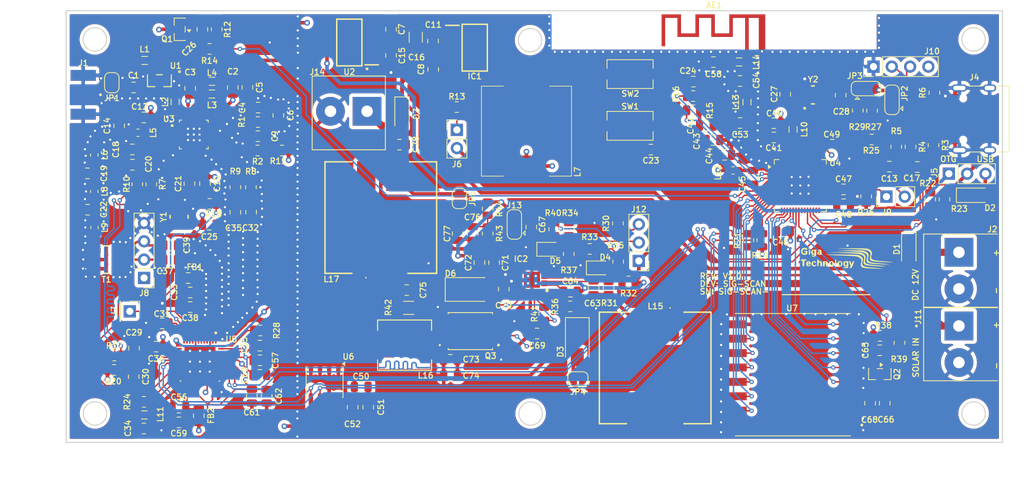
<source format=kicad_pcb>
(kicad_pcb (version 20241229) (generator "pcbnew") (generator_version "9.0")
  (title_block (title "sig Scan ESP32-S3 with VHF - UHF receiver") (date "2025-08-27") (rev "1") (company "Giga Technology") (comment 1 "All rights reserved"))
  (layers (0 "F.Cu" signal) (4 "In1.Cu" signal) (6 "In2.Cu" signal) (2 "B.Cu" signal) (13 "F.Paste" user) (15 "B.Paste" user) (5 "F.SilkS" user "F.Silkscreen") (7 "B.SilkS" user "B.Silkscreen") (1 "F.Mask" user) (3 "B.Mask" user) (25 "Edge.Cuts" user))
  (net 0 "")
  (net 1 "Net-(AE1-A)")
  (net 2 "GND")
  (net 3 "Net-(C1-Pad2)")
  (net 4 "+3.3V")
  (net 5 "Net-(U3-CP)")
  (net 6 "Net-(U3-VDD_PLL)")
  (net 7 "Net-(C6-Pad2)")
  (net 8 "+15V")
  (net 9 "Net-(U3-IF_AGC)")
  (net 10 "/USBD+")
  (net 11 "+5V")
  (net 12 "/USBD-")
  (net 13 "Net-(U3-DET1)")
  (net 14 "Net-(U3-CLK_OUT)")
  (net 15 "Net-(U3-DET2)")
  (net 16 "Net-(U3-XTAL_I)")
  (net 17 "/GPIO0")
  (net 18 "/CHIP_PU")
  (net 19 "+1V2")
  (net 20 "Net-(D1-A)")
  (net 21 "Net-(D2-A)")
  (net 22 "/GPIO13")
  (net 23 "/GPIO38")
  (net 24 "/SCL")
  (net 25 "/GPIO4{slash}BCLK")
  (net 26 "/GPIO48")
  (net 27 "/GPIO15")
  (net 28 "/GPIO11")
  (net 29 "/GPIO16")
  (net 30 "/GPIO10")
  (net 31 "/GPIO5{slash}FSYNC")
  (net 32 "/GPIO42{slash}MTMS")
  (net 33 "/GPIO39{slash}MTCK")
  (net 34 "/GPIO6{slash}DOUT")
  (net 35 "/GPIO1")
  (net 36 "/GPIO7{slash}DIN")
  (net 37 "/GPIO47")
  (net 38 "/GPIO3")
  (net 39 "/GPIO41{slash}MTDI")
  (net 40 "/SDA")
  (net 41 "/GPIO12")
  (net 42 "/GPIO14")
  (net 43 "/GPIO21")
  (net 44 "/GPIO17")
  (net 45 "/GPIO40{slash}MTDO")
  (net 46 "/VBUS")
  (net 47 "Net-(U5-VQN)")
  (net 48 "Net-(U5-VQP)")
  (net 49 "Net-(J7-Pin_1)")
  (net 50 "3.3V")
  (net 51 "Net-(IC1-OUTPUT)")
  (net 52 "Net-(U3-RF_IN)")
  (net 53 "Net-(U3-TF1P)")
  (net 54 "Net-(U3-TF2P)")
  (net 55 "Net-(U3-TF1N)")
  (net 56 "Net-(U3-TF2N)")
  (net 57 "Net-(U3-SDA)")
  (net 58 "Net-(U3-IF_P)")
  (net 59 "Net-(U3-IF_N)")
  (net 60 "Net-(U3-SCL)")
  (net 62 "Net-(U3-LT)")
  (net 63 "Net-(T1-PRIMARY_DOT)")
  (net 65 "GNDA")
  (net 66 "Net-(IC2-VCC)")
  (net 67 "Net-(IC2-MPPSET)")
  (net 68 "+16V")
  (net 69 "/VREF")
  (net 70 "Net-(IC2-SRN)")
  (net 71 "Net-(IC2-VFB)")
  (net 72 "Net-(IC2-SRP)")
  (net 73 "Net-(D6-A)")
  (net 74 "Net-(D5-K)")
  (net 75 "Net-(D6-K)")
  (net 76 "Net-(IC2-PH)")
  (net 77 "Net-(D3-K)")
  (net 78 "Net-(D4-K)")
  (net 79 "Net-(IC2-TS)")
  (net 80 "Net-(IC2-HIDRV)")
  (net 81 "Net-(D3-A)")
  (net 82 "Net-(D4-A)")
  (net 83 "Net-(Q2-D)")
  (net 84 "Net-(IC2-LODRV)")
  (net 85 "Net-(D5-A)")
  (net 86 "Net-(D7-A)")
  (net 87 "Net-(IC2-BTST)")
  (net 88 "Net-(JP1-B)")
  (net 89 "Net-(JP3-C)")
  (net 90 "Net-(Q1-G)")
  (net 91 "Net-(Q2-G)")
  (net 92 "Net-(JP1-A)")
  (net 93 "Net-(IC2-TERM_EN)")
  (net 94 "Net-(C14-Pad1)")
  (net 95 "Net-(U5-XI)")
  (net 96 "Net-(U4-XTAL_N)")
  (net 97 "Net-(U5-I2C_SCLT)")
  (net 98 "Net-(U5-I2C_SDAT)")
  (net 99 "Net-(U5-VIP)")
  (net 100 "Net-(U5-VDDPLL)")
  (net 101 "Net-(U5-VIN)")
  (net 102 "Net-(J8-Pin_2)")
  (net 103 "Net-(J8-Pin_3)")
  (net 104 "Net-(U4-VDD_SPI)")
  (net 105 "Net-(U4-LNA_IN)")
  (net 106 "Net-(U5-VCMI)")
  (net 108 "Net-(J4-D--PadA7)")
  (net 109 "Net-(J4-CC2)")
  (net 110 "Net-(J4-CC1)")
  (net 112 "Net-(J4-D+-PadA6)")
  (net 113 "Net-(J6-Pin_1)")
  (net 114 "Net-(J9-Pin_1)")
  (net 115 "Net-(J10-Pin_2)")
  (net 116 "Net-(J10-Pin_3)")
  (net 117 "Net-(J12-Pin_3)")
  (net 118 "Net-(J12-Pin_2)")
  (net 119 "Net-(JP2-C)")
  (net 120 "Net-(U4-XTAL_P)")
  (net 121 "Net-(U5-REG_OUT)")
  (net 122 "Net-(U5-AGC_IF)")
  (net 123 "Net-(U4-GPIO18)")
  (net 124 "Net-(U5-FB)")
  (net 125 "Net-(U4-U0TXD)")
  (net 126 "Net-(U4-GPIO45)")
  (net 127 "Net-(U5-R12K)")
  (net 128 "Net-(U4-GPIO46)")
  (net 155 "Net-(C19-Pad1)")
  (net 156 "Net-(C21-Pad2)")
  (net 157 "Net-(C22-Pad1)")
  (net 158 "Net-(C27-Pad2)")
  (net 159 "Net-(C32-Pad1)")
  (net 160 "Net-(C35-Pad1)")
  (net 161 "Net-(C45-Pad2)")
  (net 162 "Net-(C56-Pad1)")
  (net 163 "Net-(C58-Pad1)")
  (net 165 "/GPIO2")
  (footprint "Capacitor_SMD:C_0805_2012Metric" (layer "F.Cu") (at 119.64583 38.57225)
    (property "Reference" "C41")
    (property "Value" "10nF")
  )
  (footprint "Resistor_SMD:R_0805_2012Metric" (layer "F.Cu") (at 132.46023 46.759849 -90)
    (property "Reference" "R26")
    (property "Value" "220")
  )
  (footprint "Inductor_SMD:L_0603_1608Metric" (layer "F.Cu") (at 25.3003 41.020151 -90)
    (property "Reference" "L6")
    (property "Value" "478nH")
  )
  (footprint "TB007_508_02BE:CUI_TB007-508-02BE" (layer "F.Cu") (at 145.3388 54.5338 -90)
    (property "Reference" "J2")
    (property "Value" "12V Connector")
  )
  (footprint "Capacitor_SMD:C_0805_2012Metric" (layer "F.Cu") (at 37.051091 78.177016 180)
    (property "Reference" "C59")
    (property "Value" "10uF")
  )
  (footprint "Resistor_SMD:R_0805_2012Metric" (layer "F.Cu") (at 41.296701 26.262651 180)
    (property "Reference" "R14")
    (property "Value" "220")
  )
  (footprint "BQ24650RVAR:QFN50P350X350X100-17N-D" (layer "F.Cu") (at 86.0553 58.340599 180)
    (property "Reference" "IC2")
    (property "Value" "BQ24650RVAR" (hide yes))
  )
  (footprint "Capacitor_SMD:C_0805_2012Metric" (layer "F.Cu") (at 66.4972 27.167801 90)
    (property "Reference" "C15")
    (property "Value" "22uF")
  )
  (footprint "Button_Switch_SMD:SW_Tactile_SPST_NO_Straight_CK_PTS636Sx25SMTRLFS" (layer "F.Cu") (at 99.6827 29.76785)
    (property "Reference" "SW2")
    (property "Value" "RESET")
  )
  (footprint "RTL2832U:QFN40P600X600X100-49N" (layer "F.Cu") (at 39.965092 69.732816 -90)
    (property "Reference" "U5")
    (property "Value" "RTL2832U")
  )
  (footprint "Resistor_SMD:R_0805_2012Metric" (layer "F.Cu") (at 118.0338 52.8574 -90)
    (property "Reference" "R19")
    (property "Value" "4K7")
  )
  (footprint "Capacitor_SMD:C_0805_2012Metric" (layer "F.Cu") (at 129.3245 47.85265)
    (property "Reference" "C48")
    (property "Value" "100nF")
  )
  (footprint "Capacitor_SMD:C_0805_2012Metric" (layer "F.Cu") (at 30.5835 42.36625 180)
    (property "Reference" "C20")
    (property "Value" "100nF")
  )
  (footprint "Capacitor_SMD:C_0805_2012Metric" (layer "F.Cu") (at 48.0333 34.41605 180)
    (property "Reference" "C4")
    (property "Value" "330pF")
  )
  (footprint "Diode_SMD:D_SMA" (layer "F.Cu") (at 77.529299 59.700199)
    (property "Reference" "D6")
    (property "Value" "VSSAF5M6HM3/H")
  )
  (footprint "Diode_SMD:D_SOD-123" (layer "F.Cu") (at 68.0212 35.306 -90)
    (property "Reference" "D7")
    (property "Value" "1N4007FL")
  )
  (footprint "Capacitor_SMD:C_0805_2012Metric" (layer "F.Cu") (at 133.0036 75.513049 90)
    (property "Reference" "C68")
    (property "Value" "100nF")
  )
  (footprint "Resistor_SMD:R_0805_2012Metric" (layer "F.Cu") (at 91.1879 51.318199 -90)
    (property "Reference" "R34")
    (property "Value" "30K1")
  )
  (footprint "Inductor_SMD:L_0603_1608Metric" (layer "F.Cu") (at 113.9829 43.15365)
    (property "Reference" "L12")
    (property "Value" "2nH")
  )
  (footprint "Inductor_SMD:L_0805_2012Metric" (layer "F.Cu") (at 41.6325 30.75845 180)
    (property "Reference" "L4")
    (property "Value" "150nH")
  )
  (footprint "Capacitor_SMD:C_0805_2012Metric" (layer "F.Cu") (at 62.357 73.2282 180)
    (property "Reference" "C50")
    (property "Value" "10uF")
  )
  (footprint "LED_SMD:LED_0805_2012Metric" (layer "F.Cu") (at 88.4193 54.112199)
    (property "Reference" "D5")
    (property "Value" "7012X5")
  )
  (footprint "Capacitor_SMD:C_0805_2012Metric" (layer "F.Cu") (at 38.5083 44.997651 -90)
    (property "Reference" "C21")
    (property "Value" "27pF")
  )
  (footprint "Resistor_SMD:R_0805_2012Metric" (layer "F.Cu") (at 108.4457 32.81585)
    (property "Reference" "R16")
    (property "Value" "10K")
  )
  (footprint "Resistor_SMD:R_0805_2012Metric" (layer "F.Cu") (at 41.3023 47.80185)
    (property "Reference" "R18")
    (property "Value" "100")
  )
  (footprint "Jumper:SolderJumper-3_P1.3mm_Bridged12_RoundedPad1.0x1.5mm" (layer "F.Cu") (at 132.4375 31.77445)
    (property "Reference" "JP3")
    (property "Value" "SP")
  )
  (footprint "Capacitor_SMD:C_0805_2012Metric" (layer "F.Cu") (at 135.673499 42.62025 180)
    (property "Reference" "C13")
    (property "Value" "DNP")
  )
  (footprint "Capacitor_SMD:C_0805_2012Metric" (layer "F.Cu") (at 75.7428 51.927799 -90)
    (property "Reference" "C77")
    (property "Value" "100nF")
  )
  (footprint "Package_SO:SOIC-8_3.9x4.9mm_P1.27mm" (layer "F.Cu") (at 57.277 72.6328 -90)
    (property "Reference" "U6")
    (property "Value" "M24C02-WMN")
  )
  (footprint "Package_TO_SOT_SMD:SOT-23" (layer "F.Cu") (at 37.1542 23.54485 180)
    (property "Reference" "Q1")
    (property "Value" "AO3407A")
  )
  (footprint "Capacitor_SMD:C_0805_2012Metric" (layer "F.Cu") (at 48.280993 67.509016)
    (property "Reference" "C55")
    (property "Value" "100nF")
  )
  (footprint "Capacitor_SMD:C_0805_2012Metric" (layer "F.Cu") (at 116.75023 44.10945 90)
    (property "Reference" "C45")
    (property "Value" "100nF")
  )
  (footprint "Capacitor_SMD:C_0805_2012Metric" (layer "F.Cu") (at 63.3222 76.0628 -90)
    (property "Reference" "C51")
    (property "Value" "100nF")
  )
  (footprint "Capacitor_SMD:C_0805_2012Metric" (layer "F.Cu") (at 35.902299 55.57425)
    (property "Reference" "C37")
    (property "Value" "100nF")
  )
  (footprint "Resistor_SMD:R_0805_2012Metric" (layer "F.Cu") (at 141.351 47.1697 -90)
    (property "Reference" "R23")
    (property "Value" "6K8")
  )
  (footprint "Resistor_SMD:R_0805_2012Metric" (layer "F.Cu") (at 99.4683 58.582599 180)
    (property "Reference" "R32")
    (property "Value" "36K")
  )
  (footprint "Capacitor_SMD:C_0805_2012Metric" (layer "F.Cu") (at 108.4711 30.80925 180)
    (property "Reference" "C24")
    (property "Value" "1uF")
  )
  (footprint "Capacitor_SMD:C_0805_2012Metric" (layer "F.Cu") (at 119.64583 36.59105)
    (property "Reference" "C40")
    (property "Value" "1uF")
  )
  (footprint "SI7288DP-T1-GE3:TRANS_SI7540DP-T1-GE3" (layer "F.Cu") (at 77.504099 65.484399 180)
    (property "Reference" "Q3")
    (property "Value" "SI7540DP-T1-GE3")
  )
  (footprint "Capacitor_SMD:C_0805_2012Metric" (layer "F.Cu") (at 72.350901 29.100701 90)
    (property "Reference" "C8")
    (property "Value" "10uF")
  )
  (footprint "Resistor_SMD:R_0805_2012Metric" (layer "F.Cu") (at 133.2757 34.84785 -90)
    (property "Reference" "R27")
    (property "Value" "4K7")
  )
  (footprint "Resistor_SMD:R_0805_2012Metric" (layer "F.Cu") (at 96.6997 59.498899 -90)
    (property "Reference" "R31")
    (property "Value" "499K")
  )
  (footprint "Inductor_SMD:L_0603_1608Metric" (layer "F.Cu") (at 25.3003 46.074448 -90)
    (property "Reference" "L8")
    (property "Value" "478nH")
  )
  (footprint "PIS150H-471M:PIS150H471M" (layer "F.Cu") (at 103.1678 70.6028 180)
    (property "Reference" "L15")
    (property "Value" "PIS150H-471M" (hide yes))
  )
  (footprint "Capacitor_SMD:C_0805_2012Metric" (layer "F.Cu") (at 44.8837 48.97025 -90)
    (property "Reference" "C35")
    (property "Value" "100nF")
  )
  (footprint "Capacitor_SMD:C_0805_2012Metric" (layer "F.Cu") (at 85.9809 51.023598 -90)
    (property "Reference" "C67")
    (property "Value" "1uF")
  )
  (footprint "Capacitor_SMD:C_0805_2012Metric" (layer "F.Cu") (at 67.6656 39.5732 180)
    (property "Reference" "C78")
    (property "Value" "1uF")
  )
  (footprint "Capacitor_SMD:C_0805_2012Metric" (layer "F.Cu") (at 48.280993 71.573016)
    (property "Reference" "C60")
    (property "Value" "100nF")
  )
  (footprint "IHLP2525CZER100M01:IND_IHLP_2525_CZ_VIS" (layer "F.Cu") (at 68.3768 67.437 180)
    (property "Reference" "L16")
    (property "Value" "10uH")
  )
  (footprint "Inductor_SMD:L_0805_2012Metric" (layer "F.Cu") (at 36.5271 33.62865 -90)
    (property "Reference" "L2")
    (property "Value" "8n2H")
  )
  (footprint "Resistor_SMD:R_1206_3216Metric" (layer "F.Cu") (at 68.9356 62.2554)
    (property "Reference" "R42")
    (property "Value" "0.033")
  )
  (footprint "Package_DFN_QFN:QFN-56-1EP_7x7mm_P0.4mm_EP4x4mm" (layer "F.Cu") (at 123.315729 45.25255)
    (property "Reference" "U4")
    (property "Value" "ESP32-S3FN8")
  )
  (footprint "Capacitor_SMD:C_0805_2012Metric" (layer "F.Cu") (at 128.9181 32.68885 90)
    (property "Reference" "C28")
    (property "Value" "10pF")
  )
  (footprint "Capacitor_SMD:C_0805_2012Metric" (layer "F.Cu") (at 110.27323 36.921251 180)
    (property "Reference" "C42")
    (property "Value" "10uF")
  )
  (footprint "Resistor_SMD:R_0805_2012Metric" (layer "F.Cu") (at 47.9571 40.38505)
    (property "Reference" "R2")
    (property "Value" "10K")
  )
  (footprint "TB007_508_02BE:CUI_TB007-508-02BE" (layer "F.Cu") (at 145.3388 64.77 -90)
    (property "Reference" "J11")
    (property "Value" "Solar connector")
  )
  (footprint "Resistor_SMD:R_0805_2012Metric" (layer "F.Cu") (at 51.3607 40.38505)
    (property "Reference" "R11")
    (property "Value" "1K")
  )
  (footprint "SRR1260-471K:SRR12604R7Y" (layer "F.Cu") (at 85.2932 37.6936 -90)
    (property "Reference" "L7")
    (property "Value" "470uH" (hide yes))
  )
  (footprint "Resistor_SMD:R_0805_2012Metric" (layer "F.Cu") (at 79.9084 48.471499 -90)
    (property "Reference" "R44")
    (property "Value" "100K")
  )
  (footprint "TCM1-382WX+:TCM1382WX" (layer "F.Cu") (at 26.9513 55.54885 90)
    (property "Reference" "T1")
    (property "Value" "TCM1-382WX+" (hide yes))
  )
  (footprint "Capacitor_SMD:C_0805_2012Metric" (layer "F.Cu") (at 37.051091 76.119616 180)
    (property "Reference" "C56")
    (property "Value" "100nF")
  )
  (footprint "Capacitor_SMD:C_1206_3216Metric" (layer "F.Cu") (at 69.9262 24.639801 -90)
    (property "Reference" "C16")
    (property "Value" "47uF")
  )
  (footprint "Resistor_SMD:R_0805_2012Metric" (layer "F.Cu") (at 79.910301 51.927799 -90)
    (property "Reference" "R43")
    (property "Value" "499K")
  )
  (footprint "Capacitor_SMD:C_0805_2012Metric" (layer "F.Cu") (at 47.173591 74.529615 -90)
    (property "Reference" "C61")
    (property "Value" "100nF")
  )
  (footprint "Connector_USB:USB_C_Receptacle_G-Switch_GT-USB-7010ASV" (layer "F.Cu") (at 148.5299 36.014848 90)
    (property "Reference" "J4")
    (property "Value" "UJ20-C-H-G-SMT-P16-TR")
  )
  (footprint "Inductor_SMD:L_0805_2012Metric" (layer "F.Cu") (at 32.2853 27.86285)
    (property "Reference" "L1")
    (property "Value" "100nH")
  )
  (footprint "Capacitor_SMD:C_0805_2012Metric" (layer "F.Cu") (at 66.4972 23.535601 -90)
    (property "Reference" "C7")
    (property "Value" "10uF")
  )
  (footprint "Capacitor_SMD:C_0805_2012Metric" (layer "F.Cu") (at 120.99203 51.60245 180)
    (property "Reference" "C46")
    (property "Value" "100nF")
  )
  (footprint "Resistor_SMD:R_0805_2012Metric" (layer "F.Cu") (at 91.169099 54.757398 -90)
    (property "Reference" "R37")
    (property "Value" "100")
  )
  (footprint "Resistor_SMD:R_0805_2012Metric" (layer "F.Cu") (at 98.001699 50.513698 90)
    (property "Reference" "R30")
    (property "Value" "10K")
  )
  (footprint "Resistor_SMD:R_0805_2012Metric" (layer "F.Cu") (at 42.2873 23.54485 90)
    (property "Reference" "R12")
    (property "Value" "100K")
  )
  (footprint "Capacitor_SMD:C_0805_2012Metric" (layer "F.Cu") (at 114.953128 36.56135 180)
    (property "Reference" "C53")
    (property "Value" "1.5pF")
  )
  (footprint "Resistor_SMD:R_0805_2012Metric" (layer "F.Cu") (at 31.2693 45.08405 -90)
    (property "Reference" "R10")
    (property "Value" "22")
  )
  (footprint "Capacitor_SMD:C_0805_2012Metric" (layer "F.Cu") (at 91.4013 60.004999 180)
    (property "Reference" "C64")
    (property "Value" "1uF")
  )
  (footprint "Capacitor_SMD:C_0805_2012Metric" (layer "F.Cu") (at 82.152099 59.649399 -90)
    (property "Reference" "C70")
    (property "Value" "1uF")
  )
  (footprint "Inductor_SMD:L_0603_1608Metric" (layer "F.Cu") (at 31.3709 37.92125 180)
    (property "Reference" "L5")
    (property "Value" "118.1nH")
  )
  (footprint "Resistor_SMD:R_0805_2012Metric" (layer "F.Cu") (at 138.619899 39.87515 -90)
    (property "Reference" "R4")
    (property "Value" "0")
  )
  (footprint "Resistor_SMD:R_0805_2012Metric" (layer "F.Cu") (at 87.7589 63.080298 -90)
    (property "Reference" "R41")
    (property "Value" "2.2")
  )
  (footprint "PIS150H-471M:PIS150H471M" (layer "F.Cu") (at 65.0748 49.7078)
    (property "Reference" "L17")
    (property "Value" "PIS150H-471M" (hide yes))
  )
  (footprint "Capacitor_SMD:C_0805_2012Metric" (layer "F.Cu") (at 72.325501 25.1637 -90)
    (property "Reference" "C11")
    (property "Value" "22uF")
  )
  (footprint "Capacitor_SMD:C_0805_2012Metric" (layer "F.Cu") (at 44.5281 31.62205 90)
    (property "Reference" "C2")
    (property "Value" "100nF")
  )
  (footprint "Button_Switch_SMD:SW_Tactile_SPST_NO_Straight_CK_PTS636Sx25SMTRLFS" (layer "F.Cu") (at 99.68143 36.95605)
    (property "Reference" "SW1")
    (property "Value" "BOOT")
  )
  (footprint "Resistor_SMD:R_0805_2012Metric" (layer "F.Cu") (at 137.083801 67.1066 -90)
    (property "Reference" "R39")
    (property "Value" "220")
  )
  (footprint "Connector_PinHeader_2.54mm:PinHeader_1x04_P2.54mm_Vertical" (layer "F.Cu") (at 133.477 28.7274 90)
    (property "Reference" "J10")
    (property "Value" "PROG")
  )
  (footprint "BAV99-7-F:SOT-23_DIO" (layer "F.Cu") (at 34.3363 30.68225 180)
    (property "Reference" "U1")
    (property "Value" "BAV99-7-F")
  )
  (footprint "Capacitor_SMD:C_0805_2012Metric" (layer "F.Cu") (at 61.1632 76.062801 -90)
    (property "Reference" "C52")
    (property "Value" "10nF")
  )
  (footprint "Capacitor_SMD:C_0805_2012Metric" (layer "F.Cu") (at 38.6099 31.74905 90)
    (property "Reference" "C3")
    (property "Value" "10nF")
  )
  (footprint "Resistor_SMD:R_0805_2012Metric" (layer "F.Cu") (at 89.1559 51.318199 90)
    (property "Reference" "R40")
    (property "Value" "10K")
  )
  (footprint "Capacitor_SMD:C_0805_2012Metric" (layer "F.Cu") (at 33.881093 67.636016 180)
    (property "Reference" "C36")
    (property "Value" "100nF")
  )
  (footprint "TB007_508_02BE:CUI_TB007-508-02BE" (layer "F.Cu") (at 63.1698 34.9339 180)
    (property "Reference" "J14")
    (property "Value" "BAT connector")
  )
  (footprint "Resistor_SMD:R_0805_2012Metric" (layer "F.Cu") (at 98.027099 55.824198 90)
    (property "Reference" "R35")
    (property "Value" "10K")
  )
  (footprint "Capacitor_SMD:C_0805_2012Metric" (layer "F.Cu") (at 135.0356 75.513049 90)
    (property "Reference" "C66")
    (property "Value" "10uF")
  )
  (footprint "Connector_PinHeader_2.54mm:PinHeader_1x03_P2.54mm_Vertical" (layer "F.Cu") (at 143.9437 43.61085 90)
    (property "Reference" "J5")
    (property "Value" "USB Switch")
  )
  (footprint "Capacitor_SMD:C_0805_2012Metric" (layer "F.Cu") (at 102.5783 40.25805)
    (property "Reference" "C23")
    (property "Value" "10pF")
  )
  (footprint "Inductor_SMD:L_0805_2012Metric" (layer "F.Cu") (at 114.81983 28.08205 180)
    (property "Reference" "L14")
    (property "Value" "2.7nH")
  )
  (footprint "Capacitor_SMD:C_0805_2012Metric" (layer "F.Cu") (at 40.6673 44.98245 -90)
    (property "Reference" "C10")
    (property "Value" "100nF")
  )
  (footprint "Resistor_SMD:R_0805_2012Metric" (layer "F.Cu") (at 141.8101 39.64845 -90)
    (property "Reference" "R3")
    (property "Value" "5K1")
  )
  (footprint "AZ1117H-3_3TRE1:SOT230P700X180-4N" (layer "F.Cu") (at 78.112901 26.0935)
    (property "Reference" "IC1")
    (property "Value" "AZ1117H-3.3TRE1" (hide yes))
  )
  (footprint "AZ1117H-5.0TRE1:SOT230P700X180-4N" (layer "F.Cu") (at 60.706 25.3746 180)
    (property "Reference" "U2")
    (property "Value" "AZ1117H-5.0TRE1" (hide yes))
  )
  (footprint "Capacitor_SMD:C_0805_2012Metric" (layer "F.Cu") (at 111.252 28.0924 180)
    (property "Reference" "C58")
    (property "Value" "1.5pF")
  )
  (footprint "Resistor_SMD:R_0805_2012Metric" (layer "F.Cu") (at 143.3322 47.1697 90)
    (property "Reference" "R22")
    (property "Value" "10K")
  )
  (footprint "Diode_SMD:D_SOD-123" (layer "F.Cu") (at 138.3792 54.102 -90)
    (property "Reference" "D1")
    (property "Value" "1N4007FL")
  )
  (footprint "Capacitor_SMD:C_0805_2012Metric" (layer "F.Cu") (at 77.8256 51.9176 -90)
    (property "Reference" "C76")
    (property "Value" "22pF")
  )
  (footprint "Resistor_SMD:R_0805_2012Metric" (layer "F.Cu") (at 28.047392 70.887216)
    (property "Reference" "R20")
    (property "Value" "4K7")
  )
  (footprint "Resistor_SMD:R_0805_2012Metric" (layer "F.Cu") (at 48.343892 65.400816)
    (property "Reference" "R28")
    (property "Value" "10K")
  )
  (footprint "Capacitor_SMD:C_0805_2012Metric" (layer "F.Cu") (at 127.74843 39.58825)
    (property "Reference" "C49")
    (property "Value" "100nF")
  )
  (footprint "Capacitor_SMD:C_0805_2012Metric" (layer "F.Cu") (at 32.1818 79.0194)
    (property "Reference" "C34")
    (property "Value" "10uF")
  )
  (footprint "Capacitor_SMD:C_0805_2012Metric" (layer "F.Cu") (at 86.7785 65.821599 180)
    (property "Reference" "C69")
    (property "Value" "100nF")
  )
  (footprint "Package_TO_SOT_SMD:SOT-23" (layer "F.Cu") (at 134.3584 71.4657 -90)
    (property "Reference" "Q2")
    (property "Value" "AO3407A")
  )
  (footprint "Capacitor_SMD:C_0805_2012Metric" (layer "F.Cu") (at 38.3286 58.1152)
    (property "Reference" "FB1")
    (property "Value" "Bead")
  )
  (footprint "Resistor_SMD:R_0805_2012Metric" (layer "F.Cu") (at 44.8837 45.49045 -90)
    (property "Reference" "R9")
    (property "Value" "22")
  )
  (footprint "Resistor_SMD:R_0805_2012Metric" (layer "F.Cu") (at 32.1818 75.311)
    (property "Reference" "R24")
    (property "Value" "0 Ohm")
  )
  (footprint "Capacitor_SMD:C_0805_2012Metric" (layer "F.Cu") (at 139.559699 42.671051)
    (property "Reference" "C17")
    (property "Value" "DNP")
  )
  (footprint "Inductor_SMD:L_0805_2012Metric" (layer "F.Cu") (at 41.6282 32.53645 180)
    (property "Reference" "L3")
    (property "Value" "150nH")
  )
  (footprint "Capacitor_SMD:C_0805_2012Metric" (layer "F.Cu") (at 30.7549 31.62205)
    (property "Reference" "C1")
    (property "Value" "1uF")
  )
  (footprint "Inductor_SMD:L_0805_2012Metric" (layer "F.Cu") (at 115.908129 33.67005 90)
    (property "Reference" "L13")
    (property "Value" "2.7nH")
  )
  (footprint "Resistor_SMD:R_0805_2012Metric" (layer "F.Cu") (at 116.1034 52.8574 -90)
    (property "Reference" "R21")
    (property "Value" "4K7")
  )
  (footprint "Resistor_SMD:R_0805_2012Metric" (layer "F.Cu") (at 33.2251 45.08405 -90)
    (property "Reference" "R7")
    (property "Value" "22")
  )
  (footprint "Resistor_SMD:R_0805_2012Metric" (layer "F.Cu") (at 48.006 36.42265 180)
    (property "Reference" "R1")
    (property "Value" "1K8")
  )
  (footprint "R820T:QFN50P400X400X90-25N" (layer "F.Cu") (at 39.1125 38.16945)
    (property "Reference" "U3")
    (property "Value" "R820T")
  )
  (footprint "Capacitor_SMD:C_0805_2012Metric" (layer "F.Cu") (at 129.32323 45.785849)
    (property "Reference" "C47")
    (property "Value" "1uF")
  )
  (footprint "Resistor_SMD:R_0805_2012Metric" (layer "F.Cu") (at 141.9371 32.35865 90)
    (property "Reference" "R6")
    (property "Value" "5K1")
  )
  (footprint "Resistor_SMD:R_0805_2012Metric" (layer "F.Cu") (at 136.635099 39.87515 -90)
    (property "Reference" "R5")
    (property "Value" "0")
  )
  (footprint "Capacitor_SMD:C_0805_2012Metric" (layer "F.Cu") (at 68.6816 59.7916 180)
    (property "Reference" "C75")
    (property "Value" "10uF")
  )
  (footprint "Capacitor_SMD:C_0805_2012Metric" (layer "F.Cu") (at 48.0079 38.40385)
    (property "Reference" "C9")
    (property "Value" "100nF")
  )
  (footprint "Capacitor_SMD:C_0805_2012Metric" (layer "F.Cu") (at 24.3351 43.560151 180)
    (property "Reference" "C19")
    (property "Value" "212nF")
  )
  (footprint "Capacitor_SMD:C_0805_2012Metric" (layer "F.Cu") (at 41.2741 50.702051 180)
    (property "Reference" "C25")
    (property "Value" "100nF")
  )
  (footprint "Resistor_SMD:R_0805_2012Metric" (layer "F.Cu") (at 91.372299 62.047198 180)
    (property "Reference" "R36")
    (property "Value" "10")
  )
  (footprint "Capacitor_SMD:C_0805_2012Metric" (layer "F.Cu") (at 48.291192 69.541016)
    (property "Reference" "C57")
    (property "Value" "100nF")
  )
  (footprint "Capacitor_SMD:C_0805_2012Metric" (layer "F.Cu") (at 30.817892 67.864616 -90)
    (property "Reference" "C29")
    (property "Value" "39pF")
  )
  (footprint "RA-02_LORA:MODULE_RA-02_LORA" (layer "F.Cu") (at 122.2813 71.54045 180)
    (property "Reference" "U7")
    (property "Value" "RA-02_LORA")
  )
  (footprint "Capacitor_SMD:C_0805_2012Metric" (layer "F.Cu") (at 28.7547 36.95605 90)
    (property "Reference" "C14")
    (property "Value" "132nF")
  )
  (footprint "Diode_SMD:D_SOD-123" (layer "F.Cu") (at 147.3473 46.60805)
    (property "Reference" "D2")
    (property "Value" "1N4007FL")
  )
  (footprint "Capacitor_SMD:C_0805_2012Metric" (layer "F.Cu") (at 49.230992 74.529615 -90)
    (property "Reference" "C62")
    (property "Value" "2.2uF")
  )
  (footprint "Resistor_SMD:R_0805_2012Metric" (layer "F.Cu") (at 47.0427 45.49045 -90)
    (property "Reference" "R8")
    (property "Value" "22")
  )
  (footprint "Capacitor_SMD:C_0805_2012Metric" (layer "F.Cu") (at 112.813231 40.98525 180)
    (property "Reference" "C44")
    (property "Value" "100nF")
  )
  (footprint "Capacitor_SMD:C_0805_2012Metric" (layer "F.Cu") (at 50.8527 35.50825 -90)
    (property "Reference" "C6")
    (property "Value" "6n8F")
  )
  (footprint "Capacitor_SMD:C_0805_2012Metric" (layer "F.Cu") (at 74.733799 69.472199 180)
    (property "Reference" "C74")
    (property "Value" "1uF")
  )
  (footprint "Resistor_SMD:R_0805_2012Metric" (layer "F.Cu") (at 75.6158 34.3458 180)
    (property "Reference" "R13")
    (property "Value" "220")
  )
  (footprint "Capacitor_SMD:C_0805_2012Metric" (layer "F.Cu") (at 80.805899 55.966399 90)
    (property "Reference" "C71")
    (property "Value" "100nF")
  )
  (footprint "Jumper:SolderJumper-2_P1.3mm_Open_RoundedPad1.0x1.5mm" (layer "F.Cu") (at 75.9968 47.0662 -90)
    (property "Reference" "JP5")
    (property "Value" "SolderJumper_2_Open")
  )
  (footprint "Resistor_SMD:R_0805_2012Metric" (layer "F.Cu") (at 108.4457 34.79705)
    (property "Reference" "R15")
    (property "Value" "10K")
  )
  (footprint "Inductor_SMD:L_0805_2012Metric" (layer "F.Cu") (at 32.258 77.1398)
    (property "Reference" "L11")
    (property "Value" "10uH")
  )
  (footprint "Resistor_SMD:R_0805_2012Metric" (layer "F.Cu") (at 94.0854 54.061399)
    (property "Reference" "R33")
    (property "Value" "5K23")
  )
  (footprint "Capacitor_SMD:C_0805_2012Metric" (layer "F.Cu") (at 111.18763 38.92785 180)
    (property "Reference" "C43")
    (property "Value" "1uF")
  )
  (footprint "Jumper:SolderJumper-3_P1.3mm_Bridged12_RoundedPad1.0x1.5mm" (layer "F.Cu") (at 136.0443 33.34465 90)
    (property "Reference" "JP2")
    (property "Value" "SP")
  )
  (footprint "Resistor_SMD:R_0805_2012Metric" (layer "F.Cu") (at 28.074692 68.880616)
    (property "Reference" "R17")
    (property "Value" "4K7")
  )
  (footprint "Jumper:SolderJumper-2_P1.3mm_Open_RoundedPad1.0x1.5mm" (layer "F.Cu") (at 27.7323 30.96165 90)
    (property "Reference" "JP1")
    (property "Value" "SolderJumper_2_Open")
  )
  (footprint "Diode_SMD:D_SMA" (layer "F.Cu") (at 92.3563 67.116999 -90)
    (property "Reference" "D3")
    (property "Value" "VSSAF5M6HM3/H")
  )
  (footprint "Connector_PinHeader_2.54mm:PinHeader_1x01_P2.54mm_Vertical" (layer "F.Cu") (at 30.222892 62.732016 -90)
    (property "Reference" "J7")
    (property "Value" "CLK TP")
  )
  (footprint "Capacitor_SMD:C_0805_2012Metric" (layer "F.Cu") (at 30.767092 71.816815 -90)
    (property "Reference" "C30")
    (property "Value" "39pF")
  )
  (footprint "Capacitor_SMD:C_0805_2012Metric" (layer "F.Cu") (at 47.0681 48.94485 -90)
    (property "Reference" "C32")
    (property "Value" "100nF")
  )
  (footprint "Inductor_SMD:L_0805_2012Metric" (layer "F.Cu") (at 122.31283 37.45465 -90)
    (property "Reference" "L10")
    (property "Value" "24nH")
  )
  (footprint "Connector_PinHeader_2.54mm:PinHeader_1x04_P2.54mm_Vertical" (layer "F.Cu") (at 32.2091 58.08885 180)
    (property "Reference" "J8")
    (property "Value" "Conn")
  )
  (footprint "Capacitor_SMD:C_0805_2012Metric" (layer "F.Cu") (at 78.7654 55.9562 90)
    (property "Reference" "C72")
    (property "Value" "100nF")
  )
  (footprint "Capacitor_SMD:C_0805_2012Metric" (layer "F.Cu") (at 35.902299 53.56765)
    (property "Reference" "C39")
    (property "Value" "100nF")
  )
  (footprint "LED_SMD:LED_0805_2012Metric" (layer "F.Cu") (at 95.3027 56.702999)
    (property "Reference" "D4")
    (property "Value" "7012X5")
  )
  (footprint "Connector_PinHeader_2.54mm:PinHeader_1x02_P2.54mm_Vertical" (layer "F.Cu") (at 75.6412 37.5158)
    (property "Reference" "J6")
    (property "Value" "LED Connector")
  )
  (footprint "Capacitor_SMD:C_0805_2012Metric" (layer "F.Cu") (at 46.5601 31.62205 -90)
    (property "Reference" "C5")
    (property "Value" "100nF")
  )
  (footprint "Connector_PinHeader_2.54mm:PinHeader_1x03_P2.54mm_Vertical" (layer "F.Cu") (at 100.897299 55.722598 180)
    (property "Reference" "J12")
    (property "Value" "TS Conn")
  )
  (footprint "Resistor_SMD:R_0805_2012Metric" (layer "F.Cu") (at 133.2249 38.86105)
    (property "Reference" "R25")
    (property "Value" "499")
  )
  (footprint "Capacitor_SMD:C_0805_2012Metric" (layer "F.Cu") (at 114.94683 30.72365 180)
    (property "Reference" "C54")
    (property "Value" "1.5pF")
  )
  (footprint "Jumper:SolderJumper-3_P1.3mm_Bridged12_RoundedPad1.0x1.5mm" (layer "F.Cu") (at 83.618699 50.662399 90)
    (property "Reference" "J13")
    (property "Value" "Conn_01x03_Pin")
  )
  (footprint "Connector_PinHeader_2.54mm:PinHeader_1x02_P2.54mm_Vertical" (layer "F.Cu") (at 135.27523 46.79985 90)
    (property "Reference" "J9")
    (property "Value" "LED Connector")
  )
  (footprint "Resistor_SMD:R_0805_2012Metric" (layer "F.Cu") (at 134.3717 66.134 180)
    (property "Reference" "R38")
    (property "Value" "100K")
  )
  (footprint "Capacitor_SMD:C_0805_2012Metric" (layer "F.Cu") (at 121.22063 32.574249 90)
    (property "Reference" "C27")
    (property "Value" "10pF")
  )
  (footprint "Capacitor_SMD:C_0805_2012Metric" (layer "F.Cu") (at 134.350799 68.148 180)
    (property "Reference" "C65")
    (property "Value" "100nF")
  )
  (footprint "ATX-11-F-32.000MHZ-F05-T:ATX11F32000MHZF05T" (layer "F.Cu") (at 37.0731 49.59745 90)
    (property "Reference" "Y1")
    (property "Value" "28.8MHz" (hide yes))
  )
  (footprint "Capacitor_SMD:C_0805_2012Metric" (layer "F.Cu") (at 32.1837 35.78765 180)
    (property "Reference" "C12")
    (property "Value" "100nF")
  )
  (footprint "Jumper:SolderJumper-2_P1.3mm_Open_RoundedPad1.0x1.5mm" (layer "F.Cu") (at 92.445599 72.136)
    (property "Reference" "JP4")
    (property "Value" "SolderJumper_2_Open")
  )
  (footprint "Resistor_SMD:R_0805_2012Metric" (layer "F.Cu") (at 131.2945 34.82245 -90)
    (property "Reference" "R29")
    (property "Value" "4K7")
  )
  (footprint "Capacitor_SMD:C_0805_2012Metric" (layer "F.Cu") (at 34.719293 64.410215 180)
    (property "Reference" "C31")
    (property "Value" "100nF")
  )
  (footprint "Capacitor_SMD:C_0805_2012Metric" (layer "F.Cu") (at 39.809491 77.237216 -90)
    (property "Reference" "FB2")
    (property "Value" "Bead")
  )
  (footprint "CON_SMA_EDGE_S:RFSOLUTIONS_CON-SMA-EDGE-S" (layer "F.Cu") (at 23.753 32.63805)
    (property "Reference" "J1")
    (property "Value" "CON-SMA-EDGE-S")
  )
  (footprint "Capacitor_SMD:C_0805_2012Metric" (layer "F.Cu") (at 30.5835 40.23265 180)
    (property "Reference" "C18")
    (property "Value" "1uF")
  )
  (footprint "RF_Antenna:Texas_SWRA117D_2.4GHz_Left" (layer "F.Cu") (at 115.903381 26.6098)
    (property "Reference" "AE1")
    (property "Value" "Antenna_Shield")
  )
  (footprint "ABM8-40.000MHZ-10-B1U-T:ABM810000MHZ12D2W" (layer "F.Cu") (at 125.070529 32.66035)
    (property "Reference" "Y2")
    (property "Value" "40MHz" (hide yes))
  )
  (footprint "Capacitor_SMD:C_0805_2012Metric" (layer "F.Cu") (at 24.3605 48.61445 180)
    (property "Reference" "C22")
    (property "Value" "132nF")
  )
  (footprint "Capacitor_SMD:C_0805_2012Metric" (layer "F.Cu") (at 74.759199 71.631199)
    (property "Reference" "C73")
    (property "Value" "10uF")
  )
  (footprint "Capacitor_SMD:C_0805_2012Metric" (layer "F.Cu") (at 38.615692 60.117616)
    (property "Reference" "C33")
    (property "Value" "2.2uF")
  )
  (footprint "Capacitor_SMD:C_0805_2012Metric" (layer "F.Cu") (at 40.3061 23.54485 90)
    (property "Reference" "C26")
    (property "Value" "100nF")
  )
  (footprint "Capacitor_SMD:C_0805_2012Metric" (layer "F.Cu") (at 38.615692 62.149616)
    (property "Reference" "C38")
    (property "Value" "100nF")
  )
  (footprint "Capacitor_SMD:C_0805_2012Metric" (layer "F.Cu") (at 94.6169 59.471599 -90)
    (property "Reference" "C63")
    (property "Value" "22pF")
  )
  (footprint "Inductor_SMD:L_0603_1608Metric" (layer "F.Cu") (at 25.3257 51.103749 -90)
    (property "Reference" "L9")
    (property "Value" "118.1nH")
  )
  (gr_poly (pts (xy 125.540046 54.541225) (xy 125.539066 54.629541) (xy 125.53597 54.709492) (xy 125.530523 54.781395) (xy 125.526844 54.814426) (xy 125.52249 54.845565) (xy 125.517429 54.874849) (xy 125.511635 54.90232) (xy 125.505075 54.928015) (xy 125.497723 54.951975) (xy 125.489547 54.97424) (xy 125.480519 54.994848) (xy 125.47061 55.01384) (xy 125.459789 55.031255) (xy 125.448028 55.047133) (xy 125.435296 55.061513) (xy 125.421566 55.074435) (xy 125.406807 55.085938) (xy 125.39099 55.096062) (xy 125.374085 55.104846) (xy 125.356063 55.11233) (xy 125.336895 55.118554) (xy 125.316552 55.123557) (xy 125.295004 55.127379) (xy 125.272221 55.130059) (xy 125.248174 55.131637) (xy 125.222834 55.132152) (xy 125.196171 55.131644) (xy 125.168157 55.130153) (xy 125.138761 55.127718) (xy 125.114618 55.125047) (xy 125.090891 55.121689) (xy 125.067707 55.11768) (xy 125.045192 55.113056) (xy 125.023473 55.107853) (xy 125.002676 55.102107) (xy 124.982929 55.095855) (xy 124.964357 55.089133) (xy 124.947087 55.081977) (xy 124.931246 55.074422) (xy 124.91696 55.066507) (xy 124.91044 55.062424) (xy 124.904357 55.058265) (xy 124.898725 55.054033) (xy 124.893562 55.049734) (xy 124.888883 55.045371) (xy 124.884703 55.04095) (xy 124.881038 55.036474) (xy 124.877905 55.031949) (xy 124.875319 55.027378) (xy 124.873296 55.022767) (xy 124.869478 55.010751) (xy 124.867351 55.000146) (xy 124.866953 54.995362) (xy 124.867015 54.990916) (xy 124.86755 54.986805) (xy 124.868569 54.983024) (xy 124.870086 54.979569) (xy 124.872113 54.976435) (xy 124.874662 54.973617) (xy 124.877745 54.971111) (xy 124.881376 54.968913) (xy 124.885566 54.967017) (xy 124.895675 54.964117) (xy 124.908172 54.962375) (xy 124.923155 54.961754) (xy 124.940725 54.962218) (xy 124.96098 54.963732) (xy 124.984021 54.966258) (xy 125.009947 54.96976) (xy 125.070851 54.979551) (xy 125.100817 54.984899) (xy 125.128259 54.989342) (xy 125.141059 54.991214) (xy 125.153259 54.992845) (xy 125.164869 54.994233) (xy 125.175899 54.995371) (xy 125.18636 54.996257) (xy 125.19626 54.996885) (xy 125.205612 54.99725) (xy 125.214424 54.997349) (xy 125.222707 54.997176) (xy 125.230471 54.996728) (xy 125.237727 54.995999) (xy 125.244484 54.994986) (xy 125.250753 54.993683) (xy 125.256544 54.992086) (xy 125.261866 54.99019) (xy 125.266731 54.987992) (xy 125.271148 54.985486) (xy 125.275128 54.982668) (xy 125.27868 54.979534) (xy 125.281815 54.976079) (xy 125.284544 54.972298) (xy 125.286875 54.968187) (xy 125.28882 54.963741) (xy 125.290388 54.958957) (xy 125.291591 54.953828) (xy 125.292437 54.948352) (xy 125.292937 54.942523) (xy 125.293101 54.936336) (xy 125.292957 54.930675) (xy 125.292523 54.925266) (xy 125.291799 54.920107) (xy 125.290786 54.915199) (xy 125.289484 54.910539) (xy 125.287892 54.906127) (xy 125.286011 54.901961) (xy 125.283841 54.898041) (xy 125.281381 54.894364) (xy 125.278632 54.890931) (xy 125.275593 54.88774) (xy 125.272265 54.884789) (xy 125.268648 54.882078) (xy 125.264741 54.879606) (xy 125.260545 54.877371) (xy 125.25606 54.875372) (xy 125.251285 54.873608) (xy 125.246221 54.872079) (xy 125.235224 54.869717) (xy 125.22307 54.868277) (xy 125.209758 54.867751) (xy 125.195288 54.86813) (xy 125.179661 54.869403) (xy 125.162877 54.871563) (xy 125.144935 54.8746) (xy 125.135203 54.876734) (xy 125.12568 54.878507) (xy 125.116358 54.879918) (xy 125.10723 54.880967) (xy 125.098287 54.881654) (xy 125.089521 54.88198) (xy 125.080926 54.881943) (xy 125.072491 54.881545) (xy 125.064211 54.880786) (xy 125.056076 54.879664) (xy 125.048079 54.878181) (xy 125.040212 54.876336) (xy 125.032468 54.87413) (xy 125.024837 54.871562) (xy 125.017313 54.868631) (xy 125.009887 54.86534) (xy 125.002552 54.861686) (xy 124.995299 54.857671) (xy 124.98812 54.853294) (xy 124.981009 54.848555) (xy 124.973956 54.843455) (xy 124.966954 54.837993) (xy 124.959995 54.832169) (xy 124.953071 54.825983) (xy 124.939296 54.812526) (xy 124.925567 54.797623) (xy 124.911819 54.781272) (xy 124.89799 54.763475) (xy 124.876286 54.730599) (xy 124.857476 54.69899) (xy 124.84156 54.668465) (xy 124.828537 54.638845) (xy 124.823111 54.624318) (xy 124.818409 54.609949) (xy 124.81443 54.595715) (xy 124.811174 54.581595) (xy 124.808642 54.567565) (xy 124.806833 54.553603) (xy 124.805748 54.539686) (xy 124.805386 54.525791) (xy 124.805748 54.511897) (xy 124.806833 54.49798) (xy 124.806948 54.497092) (xy 125.04883 54.497092) (xy 125.049245 54.513183) (xy 125.050187 54.529155) (xy 125.051643 54.544951) (xy 125.053601 54.560517) (xy 125.056049 54.575796) (xy 125.058973 54.590735) (xy 125.062363 54.605276) (xy 125.066204 54.619366) (xy 125.070485 54.632948) (xy 125.075194 54.645966) (xy 125.080317 54.658367) (xy 125.085842 54.670094) (xy 125.091758 54.681092) (xy 125.098051 54.691305) (xy 125.10471 54.700678) (xy 125.111721 54.709156) (xy 125.119072 54.716683) (xy 125.126751 54.723204) (xy 125.134746 54.728664) (xy 125.143043 54.733007) (xy 125.151631 54.736178) (xy 125.160497 54.738121) (xy 125.169629 54.738781) (xy 125.180843 54.738051) (xy 125.191333 54.735839) (xy 125.196307 54.734165) (xy 125.2011 54.732107) (xy 125.205712 54.72966) (xy 125.210143 54.726819) (xy 125.214394 54.723581) (xy 125.218463 54.71994) (xy 125.22606 54.711434) (xy 125.232933 54.701263) (xy 125.239082 54.689392) (xy 125.244508 54.675785) (xy 125.249211 54.660405) (xy 125.25319 54.643216) (xy 125.256446 54.624183) (xy 125.258978 54.603269) (xy 125.260786 54.580437) (xy 125.261872 54.555652) (xy 125.262233 54.528878) (xy 125.26186 54.508372) (xy 125.260762 54.488547) (xy 125.258978 54.469432) (xy 125.256542 54.451057) (xy 125.253491 54.43345) (xy 125.249862 54.416641) (xy 125.24569 54.400659) (xy 125.241012 54.385534) (xy 125.235863 54.371296) (xy 125.23028 54.357973) (xy 125.224299 54.345596) (xy 125.217957 54.334192) (xy 125.211289 54.323793) (xy 125.204332 54.314426) (xy 125.197121 54.306123) (xy 125.189693 54.298911) (xy 125.182085 54.292821) (xy 125.174332 54.287881) (xy 125.16647 54.284122) (xy 125.158536 54.281572) (xy 125.150566 54.280261) (xy 125.142596 54.280218) (xy 125.134661 54.281473) (xy 125.1268 54.284056) (xy 125.119047 54.287995) (xy 125.111438 54.293319) (xy 125.10401 54.300059) (xy 125.0968 54.308244) (xy 125.089842 54.317902) (xy 125.083174 54.329065) (xy 125.076832 54.34176) (xy 125.070851 54.356017) (xy 125.065966 54.370694) (xy 125.061719 54.38575) (xy 125.058098 54.401129) (xy 125.055092 54.416776) (xy 125.052686 54.432636) (xy 125.05087 54.448653) (xy 125.04963 54.464771) (xy 125.048954 54.480936) (xy 125.04883 54.497092) (xy 124.806948 54.497092) (xy 124.808642 54.484018) (xy 124.811174 54.469987) (xy 124.81443 54.455867) (xy 124.818409 54.441633) (xy 124.823111 54.427264) (xy 124.828537 54.412737) (xy 124.84156 54.383117) (xy 124.857476 54.352592) (xy 124.876286 54.320983) (xy 124.89799 54.288107) (xy 124.911985 54.269286) (xy 124.926314 54.252139) (xy 124.941168 54.236601) (xy 124.956736 54.222609) (xy 124.973209 54.210101) (xy 124.990775 54.199012) (xy 125.009626 54.18928) (xy 125.029951 54.180841) (xy 125.05194 54.173632) (xy 125.075783 54.167589) (xy 125.10167 54.16265) (xy 125.12979 54.158751) (xy 125.160334 54.155828) (xy 125.193492 54.153819) (xy 125.229453 54.15266) (xy 125.268407 54.152288) (xy 125.540046 54.152288)) (fill yes) (layer "F.SilkS"))
  (gr_poly (pts (xy 129.028136 54.843732) (xy 129.742322 54.85034) (xy 130.294305 54.857237) (xy 130.517022 54.861246) (xy 130.70825 54.86587) (xy 130.87101 54.87129) (xy 131.008322 54.877687) (xy 131.123206 54.885241) (xy 131.173181 54.889509) (xy 131.218682 54.894134) (xy 131.260087 54.899139) (xy 131.297773 54.904546) (xy 131.332117 54.910378) (xy 131.363497 54.916658) (xy 131.392291 54.923408) (xy 131.418876 54.930651) (xy 131.443629 54.938409) (xy 131.466929 54.946706) (xy 131.489153 54.955563) (xy 131.510678 54.965004) (xy 131.553143 54.985725) (xy 131.578939 54.999158) (xy 131.605269 55.013892) (xy 131.631943 55.029784) (xy 131.65877 55.04669) (xy 131.685561 55.064463) (xy 131.712126 55.08296) (xy 131.738275 55.102035) (xy 131.763818 55.121545) (xy 131.788565 55.141344) (xy 131.812326 55.161287) (xy 131.834912 55.181231) (xy 131.856132 55.20103) (xy 131.875797 55.220539) (xy 131.893717 55.239615) (xy 131.909701 55.258112) (xy 131.92356 55.275885) (xy 131.943172 55.304625) (xy 131.96036 55.331013) (xy 131.975161 55.355593) (xy 131.987611 55.378907) (xy 131.997745 55.401497) (xy 132.005601 55.423907) (xy 132.011214 55.446678) (xy 132.01462 55.470354) (xy 132.015856 55.495476) (xy 132.014958 55.522588) (xy 132.011961 55.552232) (xy 132.006903 55.584951) (xy 131.999819 55.621287) (xy 131.990746 55.661784) (xy 131.966775 55.757426) (xy 131.937512 55.880279) (xy 131.91788 55.990155) (xy 131.909408 56.087966) (xy 131.909834 56.132634) (xy 131.913624 56.174627) (xy 131.920967 56.214062) (xy 131.932056 56.251051) (xy 131.94708 56.28571) (xy 131.966232 56.318152) (xy 131.989702 56.348491) (xy 132.017681 56.376842) (xy 132.050361 56.403318) (xy 132.087932 56.428035) (xy 132.130585 56.451105) (xy 132.178512 56.472644) (xy 132.29095 56.511584) (xy 132.426774 56.545766) (xy 132.587512 56.576105) (xy 132.774694 56.603514) (xy 132.989846 56.628906) (xy 133.510178 56.677294) (xy 133.961912 56.718388) (xy 134.161409 56.737849) (xy 134.33667 56.756008) (xy 134.482702 56.772431) (xy 134.594514 56.786683) (xy 134.667114 56.798331) (xy 134.68715 56.803043) (xy 134.69551 56.80694) (xy 134.693245 56.810635) (xy 134.67884 56.813632) (xy 134.616556 56.817648) (xy 134.378727 56.818516) (xy 133.615129 56.79768) (xy 132.782077 56.758323) (xy 132.457432 56.73604) (xy 132.256934 56.714336) (xy 132.16227 56.696836) (xy 132.077236 56.676487) (xy 132.038266 56.665122) (xy 132.001626 56.6529) (xy 131.96729 56.639771) (xy 131.935231 56.625687) (xy 131.905424 56.610599) (xy 131.877844 56.594459) (xy 131.852462 56.577217) (xy 131.829255 56.558826) (xy 131.808196 56.539237) (xy 131.789258 56.518401) (xy 131.772416 56.496269) (xy 131.757644 56.472794) (xy 131.744915 56.447925) (xy 131.734205 56.421616) (xy 131.725486 56.393816) (xy 131.718733 56.364478) (xy 131.71392 56.333553) (xy 131.711021 56.300992) (xy 131.710009 56.266747) (xy 131.71086 56.230769) (xy 131.713546 56.193009) (xy 131.718042 56.153419) (xy 131.732359 56.068555) (xy 131.753603 55.975786) (xy 131.781567 55.874725) (xy 131.789614 55.846092) (xy 131.796386 55.818059) (xy 131.801874 55.790615) (xy 131.806068 55.763745) (xy 131.80896 55.737435) (xy 131.810542 55.711673) (xy 131.810802 55.686444) (xy 131.809734 55.661736) (xy 131.807327 55.637533) (xy 131.803572 55.613824) (xy 131.798461 55.590594) (xy 131.791984 55.567829) (xy 131.784133 55.545517) (xy 131.774898 55.523643) (xy 131.764271 55.502195) (xy 131.752242 55.481157) (xy 131.738802 55.460518) (xy 131.723942 55.440263) (xy 131.707653 55.420379) (xy 131.689927 55.400852) (xy 131.670753 55.381669) (xy 131.650124 55.362816) (xy 131.628029 55.344279) (xy 131.604461 55.326045) (xy 131.579409 55.308101) (xy 131.552865 55.290433) (xy 131.495265 55.255869) (xy 131.431588 55.222246) (xy 131.361761 55.189454) (xy 131.264623 55.151569) (xy 131.14607 55.120194) (xy 130.987582 55.093739) (xy 130.770638 55.070612) (xy 130.476716 55.049222) (xy 130.087296 55.027976) (xy 128.947879 54.979551) (xy 128.117046 54.942896) (xy 127.431486 54.908555) (xy 127.16543 54.892976) (xy 126.962388 54.878844) (xy 126.831259 54.866449) (xy 126.795443 54.860993) (xy 126.780942 54.856079) (xy 126.820781 54.849725) (xy 126.948015 54.8446) (xy 127.427627 54.83833) (xy 128.145695 54.837848)) (fill yes) (layer "F.SilkS"))
  (gr_poly (pts (xy 125.761276 55.510644) (xy 125.766319 55.511129) (xy 125.771246 55.511932) (xy 125.776054 55.51305) (xy 125.78074 55.514481) (xy 125.785301 55.51622) (xy 125.789733 55.518264) (xy 125.794032 55.520611) (xy 125.798196 55.523255) (xy 125.802221 55.526195) (xy 125.806103 55.529426) (xy 125.80984 55.532946) (xy 125.813427 55.53675) (xy 125.816862 55.540836) (xy 125.82326 55.549839) (xy 125.829007 55.559927) (xy 125.834076 55.571073) (xy 125.83844 55.58325) (xy 125.842071 55.59643) (xy 125.844942 55.610588) (xy 125.847026 55.625695) (xy 125.848297 55.641724) (xy 125.848726 55.658649) (xy 125.849038 55.680516) (xy 125.850065 55.699887) (xy 125.851941 55.71687) (xy 125.853241 55.7245) (xy 125.854804 55.731575) (xy 125.856647 55.738106) (xy 125.858787 55.744109) (xy 125.861242 55.749596) (xy 125.864028 55.754581) (xy 125.867162 55.759078) (xy 125.870661 55.7631) (xy 125.874542 55.766661) (xy 125.878823 55.769774) (xy 125.883519 55.772453) (xy 125.888648 55.774711) (xy 125.894228 55.776563) (xy 125.900274 55.778021) (xy 125.906804 55.7791) (xy 125.913834 55.779812) (xy 125.921383 55.780171) (xy 125.929466 55.780192) (xy 125.947304 55.779269) (xy 125.967484 55.777153) (xy 125.990142 55.773952) (xy 126.015414 55.769774) (xy 126.035363 55.766318) (xy 126.054697 55.764054) (xy 126.073413 55.762976) (xy 126.091511 55.763081) (xy 126.108989 55.764367) (xy 126.125847 55.76683) (xy 126.142083 55.770466) (xy 126.157696 55.775272) (xy 126.172685 55.781245) (xy 126.18705 55.78838) (xy 126.200787 55.796676) (xy 126.213898 55.806128) (xy 126.22638 55.816733) (xy 126.238232 55.828488) (xy 126.249454 55.841389) (xy 126.260043 55.855432) (xy 126.27 55.870616) (xy 126.279322 55.886935) (xy 126.288009 55.904387) (xy 126.29606 55.922968) (xy 126.310247 55.963505) (xy 126.321876 56.008519) (xy 126.330936 56.057981) (xy 126.337418 56.111866) (xy 126.341314 56.170146) (xy 126.342615 56.232794) (xy 126.342382 56.272401) (xy 126.341614 56.308011) (xy 126.340214 56.339823) (xy 126.339246 56.354366) (xy 126.338081 56.368035) (xy 126.336709 56.380854) (xy 126.335117 56.392847) (xy 126.333291 56.40404) (xy 126.331221 56.414458) (xy 126.328892 56.424125) (xy 126.326293 56.433066) (xy 126.323412 56.441306) (xy 126.320236 56.448871) (xy 126.316752 56.455784) (xy 126.312948 56.462071) (xy 126.308812 56.467757) (xy 126.304332 56.472866) (xy 126.299494 56.477423) (xy 126.294286 56.481454) (xy 126.288696 56.484983) (xy 126.282712 56.488035) (xy 126.276321 56.490634) (xy 126.26951 56.492807) (xy 126.262268 56.494577) (xy 126.254581 56.495969) (xy 126.246438 56.497008) (xy 126.237825 56.49772) (xy 126.228731 56.498129) (xy 126.219143 56.49826) (xy 126.200461 56.49772) (xy 126.183705 56.495969) (xy 126.168776 56.492807) (xy 126.161965 56.490634) (xy 126.155574 56.488035) (xy 126.14959 56.484983) (xy 126.144 56.481454) (xy 126.138792 56.477423) (xy 126.133954 56.472866) (xy 126.129474 56.467757) (xy 126.125338 56.462071) (xy 126.121534 56.455784) (xy 126.11805 56.448871) (xy 126.111993 56.433066) (xy 126.107065 56.414458) (xy 126.103169 56.392847) (xy 126.100205 56.368035) (xy 126.098072 56.339823) (xy 126.096672 56.308011) (xy 126.095904 56.272401) (xy 126.095671 56.232794) (xy 126.095457 56.205114) (xy 126.094827 56.17775) (xy 126.093799 56.150875) (xy 126.092391 56.12466) (xy 126.090622 56.099277) (xy 126.088508 56.074897) (xy 126.08607 56.051693) (xy 126.083324 56.029837) (xy 126.080288 56.0095) (xy 126.076981 55.990854) (xy 126.073421 55.974071) (xy 126.069626 55.959323) (xy 126.065614 55.946781) (xy 126.061402 55.936618) (xy 126.059228 55.932482) (xy 126.05701 55.929005) (xy 126.054752 55.926208) (xy 126.052455 55.924114) (xy 126.044267 55.916818) (xy 126.035924 55.911105) (xy 126.027455 55.906932) (xy 126.018886 55.904255) (xy 126.010246 55.903029) (xy 126.001559 55.90321) (xy 125.992855 55.904755) (xy 125.98416 55.907619) (xy 125.975501 55.911758) (xy 125.966905 55.917128) (xy 125.9584 55.923685) (xy 125.950012 55.931385) (xy 125.933698 55.950037) (xy 125.91818 55.972731) (xy 125.903674 55.999115) (xy 125.890398 56.028836) (xy 125.87857 56.061542) (xy 125.868405 56.096879) (xy 125.860121 56.134495) (xy 125.853935 56.174037) (xy 125.850065 56.215152) (xy 125.848726 56.257489) (xy 125.848433 56.288679) (xy 125.847533 56.317465) (xy 125.846847 56.330972) (xy 125.846 56.343898) (xy 125.844988 56.356251) (xy 125.843807 56.368035) (xy 125.842454 56.379259) (xy 125.840927 56.389929) (xy 125.83922 56.400052) (xy 125.837332 56.409635) (xy 125.835258 56.418684) (xy 125.832996 56.427206) (xy 125.830541 56.435208) (xy 125.827891 56.442697) (xy 125.825041 56.44968) (xy 125.82199 56.456163) (xy 125.818732 56.462153) (xy 125.815266 56.467657) (xy 125.811587 56.472682) (xy 125.807692 56.477234) (xy 125.803578 56.48132) (xy 125.799241 56.484948) (xy 125.794678 56.488123) (xy 125.789886 56.490853) (xy 125.78486 56.493145) (xy 125.779599 56.495004) (xy 125.774098 56.496439) (xy 125.768353 56.497455) (xy 125.762363 56.49806) (xy 125.756122 56.49826) (xy 125.742874 56.497054) (xy 125.730873 56.493244) (xy 125.720066 56.48654) (xy 125.710399 56.476652) (xy 125.701817 56.463292) (xy 125.694266 56.44617) (xy 125.687691 56.424996) (xy 125.682039 56.399482) (xy 125.677255 56.369337) (xy 125.673285 56.334273) (xy 125.670075 56.294) (xy 125.66757 56.248229) (xy 125.664459 56.139033) (xy 125.663518 56.004371) (xy 125.663744 55.933712) (xy 125.664459 55.869709) (xy 125.665716 55.812073) (xy 125.666565 55.785551) (xy 125.66757 55.760513) (xy 125.668737 55.736922) (xy 125.670075 55.714742) (xy 125.671588 55.693936) (xy 125.673285 55.674469) (xy 125.675172 55.656303) (xy 125.677255 55.639404) (xy 125.679542 55.623735) (xy 125.682039 55.60926) (xy 125.684753 55.595942) (xy 125.687691 55.583745) (xy 125.69086 55.572634) (xy 125.694266 55.562572) (xy 125.697916 55.553522) (xy 125.701817 55.54545) (xy 125.705976 55.538318) (xy 125.710399 55.53209) (xy 125.715094 55.52673) (xy 125.717545 55.524364) (xy 125.720066 55.522202) (xy 125.722659 55.520239) (xy 125.725324 55.51847) (xy 125.728062 55.516892) (xy 125.730873 55.515498) (xy 125.736721 55.513249) (xy 125.742874 55.511688) (xy 125.749339 55.510777) (xy 125.756122 55.510482)) (fill yes) (layer "F.SilkS"))
  (gr_poly (pts (xy 124.468924 55.761285) (xy 124.485666 55.76303) (xy 124.502294 55.765657) (xy 124.518769 55.769165) (xy 124.53505 55.773548) (xy 124.551095 55.778804) (xy 124.566864 55.784929) (xy 124.582317 55.79192) (xy 124.597413 55.799774) (xy 124.61211 55.808486) (xy 124.62637 55.818055) (xy 124.640149 55.828475) (xy 124.653409 55.839745) (xy 124.666108 55.851861) (xy 124.678206 55.864818) (xy 124.689662 55.878614) (xy 124.700435 55.893246) (xy 124.727197 55.932182) (xy 124.749582 55.968016) (xy 124.759122 55.984796) (xy 124.767555 56.00083) (xy 124.774875 56.01613) (xy 124.781078 56.030705) (xy 124.786159 56.044566) (xy 124.790115 56.057722) (xy 124.79294 56.070185) (xy 124.794631 56.081963) (xy 124.795181 56.093068) (xy 124.794588 56.103509) (xy 124.792847 56.113297) (xy 124.789952 56.122441) (xy 124.7859 56.130953) (xy 124.780686 56.138841) (xy 124.774305 56.146117) (xy 124.766753 56.152791) (xy 124.758025 56.158872) (xy 124.748117 56.164371) (xy 124.737025 56.169298) (xy 124.724743 56.173663) (xy 124.711268 56.177476) (xy 124.696594 56.180748) (xy 124.680718 56.183489) (xy 124.663634 56.185709) (xy 124.645339 56.187417) (xy 124.625827 56.188625) (xy 124.583136 56.189579) (xy 124.56948 56.18967) (xy 124.556292 56.189941) (xy 124.54357 56.190393) (xy 124.531312 56.191026) (xy 124.519514 56.19184) (xy 124.508176 56.192835) (xy 124.497294 56.19401) (xy 124.486866 56.195367) (xy 124.476891 56.196904) (xy 124.467366 56.198623) (xy 124.458288 56.200522) (xy 124.449656 56.202602) (xy 124.441467 56.204863) (xy 124.433719 56.207304) (xy 124.426409 56.209927) (xy 124.419536 56.21273) (xy 124.413096 56.215715) (xy 124.407089 56.21888) (xy 124.401511 56.222226) (xy 124.39636 56.225753) (xy 124.391635 56.229461) (xy 124.387332 56.233349) (xy 124.38345 56.237419) (xy 124.379986 56.241669) (xy 124.376938 56.2461) (xy 124.374304 56.250712) (xy 124.372081 56.255505) (xy 124.370267 56.260479) (xy 124.368861 56.265634) (xy 124.367859 56.27097) (xy 124.367259 56.276486) (xy 124.36706 56.282183) (xy 124.367345 56.291769) (xy 124.368183 56.300843) (xy 124.369547 56.309402) (xy 124.371413 56.31744) (xy 124.373753 56.324955) (xy 124.376542 56.33194) (xy 124.379754 56.338392) (xy 124.383362 56.344305) (xy 124.387341 56.349676) (xy 124.391665 56.3545) (xy 124.396308 56.358772) (xy 124.401244 56.362489) (xy 124.406446 56.365644) (xy 124.411889 56.368234) (xy 124.417547 56.370255) (xy 124.423394 56.371701) (xy 124.429404 56.372568) (xy 124.43555 56.372852) (xy 124.441807 56.372549) (xy 124.448149 56.371652) (xy 124.454549 56.37016) (xy 124.460983 56.368065) (xy 124.467423 56.365365) (xy 124.473844 56.362054) (xy 124.48022 56.358129) (xy 124.486524 56.353584) (xy 124.492732 56.348415) (xy 124.498816 56.342617) (xy 124.504751 56.336187) (xy 124.51051 56.329119) (xy 124.516069 56.321408) (xy 124.5214 56.313051) (xy 124.523315 56.309615) (xy 124.525578 56.306254) (xy 124.531095 56.299764) (xy 124.537841 56.293599) (xy 124.545709 56.287778) (xy 124.554589 56.282319) (xy 124.564374 56.27724) (xy 124.574955 56.272558) (xy 124.586223 56.268293) (xy 124.59807 56.264461) (xy 124.610387 56.261082) (xy 124.623066 56.258173) (xy 124.635998 56.255753) (xy 124.649074 56.253839) (xy 124.662187 56.252449) (xy 124.675228 56.251602) (xy 124.688088 56.251315) (xy 124.709864 56.251413) (xy 124.728891 56.25181) (xy 124.745169 56.252658) (xy 124.758698 56.254113) (xy 124.764432 56.255115) (xy 124.769478 56.256327) (xy 124.773837 56.257767) (xy 124.777508 56.259454) (xy 124.780493 56.261409) (xy 124.78279 56.263649) (xy 124.7844 56.266195) (xy 124.785322 56.269064) (xy 124.785557 56.272278) (xy 124.785105 56.275855) (xy 124.783965 56.279813) (xy 124.782139 56.284173) (xy 124.779625 56.288953) (xy 124.776423 56.294173) (xy 124.772535 56.299852) (xy 124.767959 56.30601) (xy 124.756745 56.319835) (xy 124.742782 56.335805) (xy 124.72607 56.354071) (xy 124.706608 56.374788) (xy 124.693628 56.38828) (xy 124.680173 56.400974) (xy 124.666278 56.412868) (xy 124.651974 56.423959) (xy 124.637296 56.434246) (xy 124.622274 56.443725) (xy 124.606943 56.452395) (xy 124.591336 56.460253) (xy 124.575483 56.467298) (xy 124.55942 56.473526) (xy 124.543178 56.478936) (xy 124.52679 56.483525) (xy 124.510289 56.487291) (xy 124.493708 56.490232) (xy 124.477079 56.492346) (xy 124.460436 56.493629) (xy 124.44381 56.494081) (xy 124.427236 56.493699) (xy 124.410745 56.49248) (xy 124.394371 56.490422) (xy 124.378146 56.487523) (xy 124.362103 56.483781) (xy 124.346274 56.479194) (xy 124.330693 56.473758) (xy 124.315393 56.467473) (xy 124.300406 56.460335) (xy 124.285764 56.452342) (xy 124.271502 56.443493) (xy 124.25765 56.433785) (xy 124.244243 56.423215) (xy 124.231313 56.411781) (xy 124.218893 56.399482) (xy 124.207679 56.387411) (xy 124.197189 56.37439) (xy 124.187422 56.360483) (xy 124.178379 56.345752) (xy 124.170059 56.330263) (xy 124.162462 56.314076) (xy 124.15559 56.297257) (xy 124.14944 56.279868) (xy 124.139311 56.243635) (xy 124.132077 56.205881) (xy 124.127736 56.167116) (xy 124.126289 56.127843) (xy 124.127736 56.088571) (xy 124.132077 56.049805) (xy 124.138935 56.014017) (xy 124.336867 56.014017) (xy 124.337007 56.018268) (xy 124.337499 56.022337) (xy 124.338341 56.026226) (xy 124.339532 56.029934) (xy 124.341071 56.03346) (xy 124.342958 56.036807) (xy 124.34519 56.039972) (xy 124.347767 56.042956) (xy 124.350688 56.045759) (xy 124.353951 56.048382) (xy 124.357556 56.050824) (xy 124.361501 56.053085) (xy 124.365785 56.055165) (xy 124.370407 56.057064) (xy 124.375366 56.058782) (xy 124.380661 56.060319) (xy 124.38629 56.061676) (xy 124.392253 56.062851) (xy 124.405175 56.06466) (xy 124.419416 56.065745) (xy 124.43497 56.066107) (xy 124.441824 56.066017) (xy 124.448492 56.06575) (xy 124.454971 56.065308) (xy 124.461256 56.064696) (xy 124.467341 56.063917) (xy 124.473223 56.062974) (xy 124.478897 56.06187) (xy 124.484358 56.060609) (xy 124.489603 56.059194) (xy 124.494626 56.057629) (xy 124.499422 56.055917) (xy 124.503989 56.054061) (xy 124.50832 56.052066) (xy 124.512411 56.049933) (xy 124.516258 56.047667) (xy 124.519857 56.045271) (xy 124.523202 56.042749) (xy 124.52629 56.040103) (xy 124.529115 56.037337) (xy 124.531673 56.034455) (xy 124.533961 56.03146) (xy 124.535972 56.028355) (xy 124.537703 56.025145) (xy 124.539149 56.021831) (xy 124.540306 56.018417) (xy 124.541169 56.014908) (xy 124.541733 56.011306) (xy 124.541995 56.007614) (xy 124.541949 56.003837) (xy 124.541591 55.999977) (xy 124.540916 55.996038) (xy 124.539921 55.992024) (xy 124.536218 55.981896) (xy 124.532074 55.97235) (xy 124.527519 55.963389) (xy 124.522582 55.955018) (xy 124.517292 55.947239) (xy 124.511678 55.940056) (xy 124.505771 55.933472) (xy 124.4996 55.92749) (xy 124.493193 55.922114) (xy 124.48658 55.917348) (xy 124.479791 55.913194) (xy 124.472855 55.909657) (xy 124.465802 55.906738) (xy 124.45866 55.904443) (xy 124.45146 55.902774) (xy 124.44423 55.901735) (xy 124.437 55.901328) (xy 124.4298 55.901558) (xy 124.422658 55.902428) (xy 124.415605 55.903941) (xy 124.408669 55.906101) (xy 124.40188 55.908911) (xy 124.395267 55.912374) (xy 124.38886 55.916493) (xy 124.382689 55.921273) (xy 124.376782 55.926717) (xy 124.371168 55.932827) (xy 124.365878 55.939608) (xy 124.360941 55.947063) (xy 124.356386 55.955195) (xy 124.352242 55.964007) (xy 124.348539 55.973503) (xy 124.345826 55.9792) (xy 124.343473 55.984717) (xy 124.34148 55.990052) (xy 124.339845 55.995207) (xy 124.338568 56.000181) (xy 124.337646 56.004974) (xy 124.33708 56.009586) (xy 124.336867 56.014017) (xy 124.138935 56.014017) (xy 124.139311 56.012052) (xy 124.14944 55.975818) (xy 124.15559 55.958429) (xy 124.162462 55.94161) (xy 124.170059 55.925424) (xy 124.178379 55.909934) (xy 124.187422 55.895204) (xy 124.197189 55.881297) (xy 124.207679 55.868276) (xy 124.218893 55.856204) (xy 124.231909 55.843362) (xy 124.245463 55.831457) (xy 124.259514 55.820486) (xy 124.274022 55.810445) (xy 124.288945 55.801331) (xy 124.304245 55.79314) (xy 124.319878 55.78587) (xy 124.335806 55.779516) (xy 124.351987 55.774076) (xy 124.36838 55.769546) (xy 124.384945 55.765923) (xy 124.401642 55.763202) (xy 124.418428 55.761382) (xy 124.435265 55.760457) (xy 124.452111 55.760426)) (fill yes) (layer "F.SilkS"))
  (gr_poly (pts (xy 131.556133 53.978462) (xy 131.769778 53.979894) (xy 131.954295 53.982248) (xy 132.112423 53.985651) (xy 132.246902 53.99023) (xy 132.360473 53.996112) (xy 132.455876 54.003422) (xy 132.535852 54.012287) (xy 132.57091 54.017343) (xy 132.603139 54.022835) (xy 132.632881 54.028779) (xy 132.660478 54.035191) (xy 132.686274 54.042087) (xy 132.71061 54.049483) (xy 132.756275 54.065836) (xy 132.800212 54.084378) (xy 132.838754 54.102715) (xy 132.875661 54.121833) (xy 132.910927 54.141714) (xy 132.944545 54.162344) (xy 132.976507 54.183706) (xy 133.006808 54.205785) (xy 133.035441 54.228565) (xy 133.062398 54.25203) (xy 133.087673 54.276164) (xy 133.111259 54.300952) (xy 133.13315 54.326377) (xy 133.153338 54.352424) (xy 133.171817 54.379076) (xy 133.18858 54.406319) (xy 133.20362 54.434136) (xy 133.216931 54.462512) (xy 133.228505 54.49143) (xy 133.238337 54.520875) (xy 133.246418 54.55083) (xy 133.252743 54.581281) (xy 133.257304 54.612211) (xy 133.260095 54.643605) (xy 133.261109 54.675447) (xy 133.260339 54.70772) (xy 133.257779 54.740409) (xy 133.253421 54.773498) (xy 133.247259 54.806972) (xy 133.239286 54.840814) (xy 133.229496 54.875009) (xy 133.21788 54.909541) (xy 133.204434 54.944393) (xy 133.18915 54.979551) (xy 133.182428 54.995296) (xy 133.176176 55.012325) (xy 133.17043 55.030475) (xy 133.165227 55.049583) (xy 133.160603 55.069488) (xy 133.156594 55.090025) (xy 133.153236 55.111033) (xy 133.150565 55.132348) (xy 133.148617 55.153808) (xy 133.14743 55.17525) (xy 133.147038 55.196511) (xy 133.147478 55.217429) (xy 133.148786 55.237839) (xy 133.150999 55.257581) (xy 133.154152 55.276491) (xy 133.158282 55.294406) (xy 133.175466 55.345463) (xy 133.199966 55.392351) (xy 133.232876 55.435387) (xy 133.275291 55.474887) (xy 133.328305 55.511168) (xy 133.393012 55.544545) (xy 133.470506 55.575337) (xy 133.561882 55.603858) (xy 133.668233 55.630426) (xy 133.790655 55.655357) (xy 133.930241 55.678968) (xy 134.088085 55.701575) (xy 134.462927 55.745043) (xy 134.923934 55.788294) (xy 135.507895 55.841397) (xy 135.905345 55.884371) (xy 136.119613 55.916349) (xy 136.159093 55.927942) (xy 136.162102 55.932593) (xy 136.154026 55.936461) (xy 136.104827 55.941797) (xy 136.011912 55.943841) (xy 135.6966 55.937619) (xy 135.211417 55.916928) (xy 134.559691 55.880899) (xy 134.276413 55.862933) (xy 134.027193 55.845401) (xy 133.810059 55.82729) (xy 133.623039 55.807587) (xy 133.540205 55.796823) (xy 133.464161 55.78528) (xy 133.394661 55.772833) (xy 133.331456 55.759356) (xy 133.274301 55.744721) (xy 133.222951 55.728801) (xy 133.177157 55.711471) (xy 133.136674 55.692604) (xy 133.101255 55.672072) (xy 133.070654 55.64975) (xy 133.044625 55.625511) (xy 133.02292 55.599228) (xy 133.005294 55.570774) (xy 132.9915 55.540024) (xy 132.981292 55.50685) (xy 132.974424 55.471125) (xy 132.970648 55.432724) (xy 132.969718 55.391519) (xy 132.971388 55.347385) (xy 132.975412 55.300193) (xy 132.989535 55.196134) (xy 133.010115 55.078329) (xy 133.024208 55.004189) (xy 133.036329 54.938676) (xy 133.046388 54.881012) (xy 133.054295 54.83042) (xy 133.057413 54.807533) (xy 133.059959 54.786123) (xy 133.061922 54.766091) (xy 133.06329 54.747342) (xy 133.064052 54.729777) (xy 133.064197 54.7133) (xy 133.063714 54.697812) (xy 133.062591 54.683218) (xy 133.060816 54.66942) (xy 133.058379 54.65632) (xy 133.055269 54.643822) (xy 133.051473 54.631828) (xy 133.046981 54.620241) (xy 133.041782 54.608963) (xy 133.035863 54.597898) (xy 133.029214 54.586948) (xy 133.021824 54.576017) (xy 133.013681 54.565006) (xy 133.004774 54.553819) (xy 132.995091 54.542359) (xy 132.973353 54.518228) (xy 132.948379 54.491836) (xy 132.897722 54.441276) (xy 132.843801 54.395844) (xy 132.784363 54.355168) (xy 132.717157 54.318879) (xy 132.639932 54.286604) (xy 132.550434 54.257975) (xy 132.446412 54.232618) (xy 132.325615 54.210165) (xy 132.185791 54.190244) (xy 132.024688 54.172485) (xy 131.629637 54.141966) (xy 131.122449 54.115644) (xy 130.485108 54.090552) (xy 129.157782 54.038076) (xy 128.689745 54.017626) (xy 128.441643 54.004121) (xy 128.424476 54.002894) (xy 128.430188 54.001541) (xy 128.506273 53.998526) (xy 128.88923 53.991774) (xy 130.355462 53.979427) (xy 131.030496 53.977859)) (fill yes) (layer "F.SilkS"))
  (gr_poly (pts (xy 128.824961 55.760634) (xy 128.851793 55.763235) (xy 128.878483 55.767715) (xy 128.904897 55.774026) (xy 128.930901 55.782121) (xy 128.956363 55.791952) (xy 128.981149 55.803472) (xy 129.005126 55.816634) (xy 129.02816 55.831389) (xy 129.050117 55.847691) (xy 129.070866 55.865492) (xy 129.090271 55.884744) (xy 129.1082 55.9054) (xy 129.124519 55.927413) (xy 129.139095 55.950735) (xy 129.151794 55.975318) (xy 129.162484 56.001115) (xy 129.17103 56.028079) (xy 129.1773 56.056162) (xy 129.18116 56.085317) (xy 129.182476 56.115496) (xy 129.181177 56.147953) (xy 129.177368 56.179312) (xy 129.171178 56.209522) (xy 129.162737 56.238534) (xy 129.152176 56.266298) (xy 129.139624 56.292764) (xy 129.125211 56.317883) (xy 129.109068 56.341604) (xy 129.091324 56.363879) (xy 129.072109 56.384657) (xy 129.051554 56.403888) (xy 129.029788 56.421524) (xy 129.006941 56.437513) (xy 128.983144 56.451807) (xy 128.958525 56.464355) (xy 128.933217 56.475109) (xy 128.907347 56.484017) (xy 128.881047 56.491031) (xy 128.854446 56.496101) (xy 128.827674 56.499176) (xy 128.800862 56.500208) (xy 128.774139 56.499146) (xy 128.747635 56.495941) (xy 128.721481 56.490543) (xy 128.695806 56.482902) (xy 128.67074 56.472968) (xy 128.646414 56.460693) (xy 128.622956 56.446025) (xy 128.600499 56.428916) (xy 128.57917 56.409315) (xy 128.559101 56.387173) (xy 128.540421 56.36244) (xy 128.530155 56.348208) (xy 128.520224 56.333369) (xy 128.510673 56.318042) (xy 128.501546 56.302344) (xy 128.49289 56.286393) (xy 128.48475 56.270306) (xy 128.47717 56.254202) (xy 128.470196 56.238196) (xy 128.463873 56.222408) (xy 128.458247 56.206955) (xy 128.453362 56.191953) (xy 128.449264 56.177521) (xy 128.445997 56.163777) (xy 128.443608 56.150837) (xy 128.442142 56.13882) (xy 128.441643 56.127843) (xy 128.442142 56.116866) (xy 128.443269 56.107626) (xy 128.688844 56.107626) (xy 128.689317 56.123629) (xy 128.690377 56.139532) (xy 128.692012 56.155287) (xy 128.694207 56.170842) (xy 128.696949 56.186149) (xy 128.700225 56.201157) (xy 128.704021 56.215817) (xy 128.708324 56.230079) (xy 128.713119 56.243894) (xy 128.718394 56.257211) (xy 128.724134 56.269981) (xy 128.730326 56.282154) (xy 128.736957 56.293681) (xy 128.744013 56.304511) (xy 128.751481 56.314595) (xy 128.759347 56.323883) (xy 128.767596 56.332326) (xy 128.776217 56.339873) (xy 128.785195 56.346476) (xy 128.794516 56.352083) (xy 128.804168 56.356647) (xy 128.814136 56.360115) (xy 128.824407 56.36244) (xy 128.835292 56.364094) (xy 128.845942 56.364455) (xy 128.856339 56.363571) (xy 128.866465 56.361488) (xy 128.876301 56.358251) (xy 128.88583 56.353908) (xy 128.895033 56.348504) (xy 128.903892 56.342087) (xy 128.91239 56.334701) (xy 128.920508 56.326395) (xy 128.928228 56.317213) (xy 128.935532 56.307203) (xy 128.94882 56.284883) (xy 128.960226 56.259804) (xy 128.969607 56.232338) (xy 128.976818 56.202855) (xy 128.981713 56.171726) (xy 128.984149 56.139322) (xy 128.98398 56.106014) (xy 128.981062 56.072172) (xy 128.97525 56.038167) (xy 128.971214 56.02122) (xy 128.9664 56.004371) (xy 128.962011 55.991404) (xy 128.956978 55.979131) (xy 128.951341 55.967559) (xy 128.945142 55.956694) (xy 128.938423 55.946544) (xy 128.931225 55.937115) (xy 128.923592 55.928414) (xy 128.915564 55.920448) (xy 128.907183 55.913224) (xy 128.898491 55.906748) (xy 128.889531 55.901027) (xy 128.880343 55.896067) (xy 128.87097 55.891877) (xy 128.861453 55.888462) (xy 128.851834 55.885829) (xy 128.842156 55.883985) (xy 128.832459 55.882938) (xy 128.822787 55.882692) (xy 128.813179 55.883256) (xy 128.803679 55.884637) (xy 128.794329 55.88684) (xy 128.785169 55.889873) (xy 128.776242 55.893742) (xy 128.76759 55.898455) (xy 128.759255 55.904018) (xy 128.751278 55.910437) (xy 128.7437 55.917721) (xy 128.736565 55.925874) (xy 128.729914 55.934905) (xy 128.723789 55.94482) (xy 128.71823 55.955626) (xy 128.713282 55.967329) (xy 128.707853 55.981989) (xy 128.703135 55.996998) (xy 128.699113 56.012304) (xy 128.695774 56.02786) (xy 128.693104 56.043614) (xy 128.691089 56.059517) (xy 128.689717 56.07552) (xy 128.688973 56.091573) (xy 128.688844 56.107626) (xy 128.443269 56.107626) (xy 128.443608 56.104849) (xy 128.445997 56.091909) (xy 128.449264 56.078165) (xy 128.453362 56.063733) (xy 128.458247 56.048732) (xy 128.463873 56.033278) (xy 128.470196 56.01749) (xy 128.47717 56.001485) (xy 128.48475 55.98538) (xy 128.49289 55.969293) (xy 128.501546 55.953342) (xy 128.510673 55.937644) (xy 128.520224 55.922317) (xy 128.530155 55.907479) (xy 128.540421 55.893246) (xy 128.558557 55.869599) (xy 128.578152 55.8484) (xy 128.599072 55.829602) (xy 128.621184 55.813158) (xy 128.644353 55.79902) (xy 128.668448 55.78714) (xy 128.693333 55.777471) (xy 128.718876 55.769967) (xy 128.744944 55.764578) (xy 128.771403 55.761258) (xy 128.79812 55.759959)) (fill yes) (layer "F.SilkS"))
  (gr_poly (pts (xy 125.259353 55.75755) (xy 125.277869 55.759366) (xy 125.29611 55.762103) (xy 125.31401 55.765758) (xy 125.331502 55.770332) (xy 125.348522 55.775822) (xy 125.365004 55.782228) (xy 125.380883 55.789549) (xy 125.396092 55.797782) (xy 125.410566 55.806928) (xy 125.42424 55.816986) (xy 125.437048 55.827953) (xy 125.448924 55.839829) (xy 125.459804 55.852613) (xy 125.469621 55.866303) (xy 125.47831 55.880899) (xy 125.487994 55.899581) (xy 125.496167 55.916337) (xy 125.502768 55.931266) (xy 125.505458 55.938076) (xy 125.507731 55.944468) (xy 125.509579 55.950452) (xy 125.510994 55.956042) (xy 125.511968 55.961249) (xy 125.512494 55.966087) (xy 125.512562 55.970568) (xy 125.512167 55.974704) (xy 125.511298 55.978508) (xy 125.509949 55.981991) (xy 125.508112 55.985168) (xy 125.505779 55.988049) (xy 125.502941 55.990648) (xy 125.499592 55.992976) (xy 125.495722 55.995047) (xy 125.491325 55.996872) (xy 125.486391 55.998465) (xy 125.480914 55.999837) (xy 125.474886 56.001001) (xy 125.468297 56.00197) (xy 125.45341 56.00337) (xy 125.43619 56.004137) (xy 125.416574 56.004371) (xy 125.410245 56.004281) (xy 125.403996 56.004017) (xy 125.397835 56.003582) (xy 125.391771 56.002984) (xy 125.38581 56.002228) (xy 125.379962 56.001319) (xy 125.374233 56.000263) (xy 125.368632 55.999065) (xy 125.363166 55.997732) (xy 125.357844 55.99627) (xy 125.352674 55.994682) (xy 125.347663 55.992976) (xy 125.342819 55.991157) (xy 125.338151 55.989231) (xy 125.333666 55.987203) (xy 125.329371 55.985078) (xy 125.325276 55.982864) (xy 125.321388 55.980564) (xy 125.317714 55.978186) (xy 125.314263 55.975734) (xy 125.311043 55.973214) (xy 125.308061 55.970632) (xy 125.305325 55.967993) (xy 125.302844 55.965304) (xy 125.300625 55.962569) (xy 125.298677 55.959795) (xy 125.297006 55.956986) (xy 125.295621 55.95415) (xy 125.294531 55.951291) (xy 125.293742 55.948415) (xy 125.293263 55.945528) (xy 125.293101 55.942635) (xy 125.29257 55.932666) (xy 125.29102 55.923586) (xy 125.288518 55.915379) (xy 125.285131 55.908029) (xy 125.280926 55.901519) (xy 125.275969 55.895835) (xy 125.270327 55.890961) (xy 125.264066 55.886879) (xy 125.257254 55.883576) (xy 125.249957 55.881034) (xy 125.242242 55.879239) (xy 125.234175 55.878174) (xy 125.225823 55.877823) (xy 125.217253 55.878171) (xy 125.208532 55.879201) (xy 125.199726 55.880899) (xy 125.190901 55.883247) (xy 125.182126 55.886231) (xy 125.173465 55.889835) (xy 125.164987 55.894042) (xy 125.156757 55.898837) (xy 125.148843 55.904203) (xy 125.141311 55.910126) (xy 125.134227 55.91659) (xy 125.127659 55.923578) (xy 125.121674 55.931074) (xy 125.116337 55.939064) (xy 125.111715 55.94753) (xy 125.107876 55.956458) (xy 125.104886 55.965831) (xy 125.102812 55.975634) (xy 125.10172 55.98585) (xy 125.099747 56.014788) (xy 125.098455 56.042562) (xy 125.097836 56.069168) (xy 125.097885 56.0946) (xy 125.098594 56.118851) (xy 125.099956 56.141916) (xy 125.101965 56.16379) (xy 125.104613 56.184467) (xy 125.107895 56.203941) (xy 125.111803 56.222206) (xy 125.11633 56.239258) (xy 125.12147 56.255089) (xy 125.127216 56.269696) (xy 125.133561 56.283071) (xy 125.140499 56.29521) (xy 125.148022 56.306106) (xy 125.156123 56.315754) (xy 125.164797 56.324149) (xy 125.174036 56.331285) (xy 125.183833 56.337155) (xy 125.194182 56.341755) (xy 125.205076 56.345079) (xy 125.216508 56.34712) (xy 125.228471 56.347874) (xy 125.240959 56.347335) (xy 125.253965 56.345498) (xy 125.267481 56.342355) (xy 125.281502 56.337903) (xy 125.29602 56.332134) (xy 125.311028 56.325045) (xy 125.326521 56.316628) (xy 125.34249 56.306878) (xy 125.356369 56.299069) (xy 125.370175 56.291866) (xy 125.383837 56.285296) (xy 125.397281 56.279386) (xy 125.410436 56.274163) (xy 125.42323 56.269655) (xy 125.435589 56.265889) (xy 125.447442 56.262891) (xy 125.458716 56.260689) (xy 125.469339 56.25931) (xy 125.474383 56.258937) (xy 125.479238 56.258781) (xy 125.483894 56.258843) (xy 125.488342 56.259129) (xy 125.492573 56.25964) (xy 125.496577 56.260381) (xy 125.500347 56.261355) (xy 125.503872 56.262565) (xy 125.507145 56.264015) (xy 125.510155 56.265708) (xy 125.512893 56.267647) (xy 125.515351 56.269836) (xy 125.521546 56.277009) (xy 125.526273 56.28461) (xy 125.529585 56.292595) (xy 125.531533 56.300921) (xy 125.53217 56.309546) (xy 125.531548 56.318426) (xy 125.529719 56.327519) (xy 125.526734 56.336781) (xy 125.522646 56.34617) (xy 125.517507 56.355643) (xy 125.511368 56.365156) (xy 125.504282 56.374667) (xy 125.487477 56.39351) (xy 125.467506 56.411829) (xy 125.444786 56.42928) (xy 125.419733 56.445519) (xy 125.392762 56.460202) (xy 125.364291 56.472987) (xy 125.334734 56.483528) (xy 125.319679 56.487851) (xy 125.304508 56.491483) (xy 125.289274 56.494384) (xy 125.274029 56.496508) (xy 125.258824 56.497815) (xy 125.243713 56.49826) (xy 125.212954 56.497154) (xy 125.183212 56.493901) (xy 125.154529 56.488595) (xy 125.126945 56.481331) (xy 125.100499 56.472204) (xy 125.075235 56.461309) (xy 125.05119 56.448741) (xy 125.028408 56.434594) (xy 125.006928 56.418965) (xy 124.98679 56.401948) (xy 124.968037 56.383637) (xy 124.950707 56.364128) (xy 124.934843 56.343516) (xy 124.920484 56.321896) (xy 124.907672 56.299362) (xy 124.896447 56.27601) (xy 124.88685 56.251934) (xy 124.878921 56.22723) (xy 124.872701 56.201992) (xy 124.868232 56.176316) (xy 124.865553 56.150296) (xy 124.864705 56.124027) (xy 124.865729 56.097604) (xy 124.868666 56.071123) (xy 124.873556 56.044678) (xy 124.88044 56.018364) (xy 124.889359 55.992276) (xy 124.900354 55.966509) (xy 124.913464 55.941158) (xy 124.928732 55.916319) (xy 124.946197 55.892085) (xy 124.9659 55.868551) (xy 124.979074 55.854552) (xy 124.993088 55.841492) (xy 125.007874 55.82937) (xy 125.023368 55.818186) (xy 125.039504 55.807937) (xy 125.056216 55.798624) (xy 125.07344 55.790244) (xy 125.091109 55.782796) (xy 125.109157 55.77628) (xy 125.12752 55.770695) (xy 125.146132 55.766038) (xy 125.164927 55.76231) (xy 125.183839 55.759509) (xy 125.202803 55.757633) (xy 125.221754 55.756682) (xy 125.240626 55.756655)) (fill yes) (layer "F.SilkS"))
  (gr_poly (pts (xy 131.474851 54.259156) (xy 131.634724 54.262814) (xy 131.705211 54.26551) (xy 131.769991 54.268815) (xy 131.829507 54.272752) (xy 131.884204 54.277347) (xy 131.934526 54.282622) (xy 131.980918 54.288601) (xy 132.023824 54.295309) (xy 132.063688 54.302768) (xy 132.100954 54.311002) (xy 132.136066 54.320036) (xy 132.16947 54.329893) (xy 132.201608 54.340596) (xy 132.232926 54.35217) (xy 132.263867 54.364638) (xy 132.326398 54.392352) (xy 132.392754 54.423926) (xy 132.457076 54.455911) (xy 132.515792 54.489388) (xy 132.568937 54.524403) (xy 132.593432 54.542501) (xy 132.616547 54.561) (xy 132.638288 54.579906) (xy 132.658659 54.599225) (xy 132.677665 54.618962) (xy 132.695309 54.639123) (xy 132.711597 54.659713) (xy 132.726533 54.680739) (xy 132.740121 54.702205) (xy 132.752367 54.724118) (xy 132.763274 54.746484) (xy 132.772847 54.769307) (xy 132.781091 54.792593) (xy 132.78801 54.816349) (xy 132.793608 54.840579) (xy 132.797891 54.86529) (xy 132.800863 54.890487) (xy 132.802527 54.916176) (xy 132.80289 54.942362) (xy 132.801955 54.969051) (xy 132.799726 54.996248) (xy 132.796209 55.02396) (xy 132.791408 55.052193) (xy 132.785327 55.08095) (xy 132.769344 55.140065) (xy 132.749096 55.211312) (xy 132.732375 55.277115) (xy 132.725354 55.308082) (xy 132.719235 55.337817) (xy 132.714025 55.366363) (xy 132.70973 55.393762) (xy 132.706358 55.420058) (xy 132.703915 55.445294) (xy 132.702408 55.469513) (xy 132.701844 55.492757) (xy 132.70223 55.51507) (xy 132.703572 55.536494) (xy 132.705876 55.557072) (xy 132.709151 55.576848) (xy 132.713403 55.595865) (xy 132.718638 55.614164) (xy 132.724863 55.63179) (xy 132.732085 55.648785) (xy 132.740311 55.665193) (xy 132.749548 55.681055) (xy 132.759802 55.696416) (xy 132.77108 55.711317) (xy 132.783389 55.725803) (xy 132.796736 55.739916) (xy 132.811128 55.753698) (xy 132.82657 55.767193) (xy 132.843071 55.780445) (xy 132.860637 55.793495) (xy 132.879274 55.806386) (xy 132.89899 55.819163) (xy 132.984058 55.867056) (xy 133.027329 55.887476) (xy 133.073684 55.905979) (xy 133.125067 55.92289) (xy 133.183422 55.938535) (xy 133.328828 55.967329) (xy 133.525455 55.994966) (xy 133.788858 56.024049) (xy 134.578212 56.096975) (xy 134.986539 56.137104) (xy 135.325991 56.172602) (xy 135.458494 56.187891) (xy 135.560106 56.201155) (xy 135.626267 56.212103) (xy 135.644629 56.216619) (xy 135.649882 56.218621) (xy 135.65242 56.220447) (xy 135.651509 56.224159) (xy 135.641007 56.227207) (xy 135.59324 56.231408) (xy 135.404704 56.232891) (xy 134.768051 56.213502) (xy 133.999436 56.174435) (xy 133.645949 56.15132) (xy 133.355837 56.127843) (xy 133.299102 56.121633) (xy 133.242566 56.114628) (xy 133.131465 56.098519) (xy 133.025283 56.080094) (xy 132.974897 56.070195) (xy 132.926771 56.059933) (xy 132.881249 56.049383) (xy 132.838676 56.038615) (xy 132.799395 56.027703) (xy 132.763749 56.016718) (xy 132.732082 56.005733) (xy 132.704738 55.994821) (xy 132.68206 55.984053) (xy 132.664393 55.973503) (xy 132.635816 55.952307) (xy 132.610277 55.928081) (xy 132.587777 55.900835) (xy 132.568316 55.870577) (xy 132.551893 55.837317) (xy 132.538509 55.801064) (xy 132.528163 55.761826) (xy 132.520856 55.719613) (xy 132.516588 55.674434) (xy 132.515358 55.626298) (xy 132.517167 55.575213) (xy 132.522014 55.521189) (xy 132.5299 55.464236) (xy 132.540824 55.404361) (xy 132.554787 55.341574) (xy 132.571789 55.275885) (xy 132.586888 55.217462) (xy 132.592717 55.189533) (xy 132.597376 55.162421) (xy 132.60085 55.136095) (xy 132.603124 55.110527) (xy 132.604182 55.085686) (xy 132.604007 55.061545) (xy 132.602585 55.038072) (xy 132.599899 55.01524) (xy 132.595933 54.993018) (xy 132.590671 54.971376) (xy 132.584099 54.950287) (xy 132.576199 54.92972) (xy 132.566956 54.909645) (xy 132.556354 54.890034) (xy 132.544378 54.870857) (xy 132.531012 54.852085) (xy 132.516239 54.833688) (xy 132.500044 54.815637) (xy 132.482412 54.797903) (xy 132.463325 54.780456) (xy 132.442769 54.763266) (xy 132.420728 54.746305) (xy 132.397185 54.729543) (xy 132.372126 54.71295) (xy 132.317392 54.680156) (xy 132.2564 54.647687) (xy 132.189024 54.615309) (xy 132.08218 54.569561) (xy 131.974395 54.532929) (xy 131.915696 54.517444) (xy 131.851417 54.503532) (xy 131.698994 54.479489) (xy 131.502874 54.458918) (xy 131.248803 54.439939) (xy 130.509802 54.399232) (xy 129.369228 54.35293) (xy 128.881127 54.334988) (xy 128.534247 54.325149) (xy 128.4486 54.322014) (xy 128.436077 54.319886) (xy 128.442897 54.317432) (xy 128.512 54.311692) (xy 128.650774 54.305085) (xy 129.116785 54.290422) (xy 129.799837 54.27576) (xy 130.518207 54.264148) (xy 130.812049 54.260336) (xy 131.067067 54.258107) (xy 131.286817 54.257651)) (fill yes) (layer "F.SilkS"))
  (gr_poly (pts (xy 124.596385 54.15326) (xy 124.608385 54.156303) (xy 124.619192 54.161607) (xy 124.628859 54.169362) (xy 124.637442 54.179757) (xy 124.644993 54.192983) (xy 124.651567 54.209229) (xy 124.657219 54.228686) (xy 124.662003 54.251543) (xy 124.665973 54.277991) (xy 124.669184 54.308218) (xy 124.671689 54.342416) (xy 124.673543 54.380773) (xy 124.6748 54.42348) (xy 124.67574 54.522704) (xy 124.675514 54.574681) (xy 124.6748 54.621928) (xy 124.673543 54.664636) (xy 124.672694 54.684346) (xy 124.671689 54.702993) (xy 124.670521 54.7206) (xy 124.669184 54.737191) (xy 124.66767 54.752789) (xy 124.665973 54.767418) (xy 124.664087 54.781102) (xy 124.662003 54.793865) (xy 124.659717 54.805731) (xy 124.657219 54.816723) (xy 124.654505 54.826864) (xy 124.651567 54.836179) (xy 124.648399 54.844692) (xy 124.644993 54.852426) (xy 124.641343 54.859405) (xy 124.637442 54.865652) (xy 124.633283 54.871191) (xy 124.628859 54.876047) (xy 124.624165 54.880243) (xy 124.619192 54.883802) (xy 124.613935 54.886748) (xy 124.608385 54.889106) (xy 124.602538 54.890898) (xy 124.596385 54.892149) (xy 124.58992 54.892882) (xy 124.583136 54.893121) (xy 124.569888 54.892149) (xy 124.557887 54.889106) (xy 124.54708 54.883802) (xy 124.537413 54.876047) (xy 124.528831 54.865652) (xy 124.52128 54.852426) (xy 124.514705 54.836179) (xy 124.509053 54.816723) (xy 124.504269 54.793865) (xy 124.500299 54.767418) (xy 124.497088 54.737191) (xy 124.494583 54.702993) (xy 124.49273 54.664636) (xy 124.491473 54.621928) (xy 124.490532 54.522704) (xy 124.490758 54.470728) (xy 124.491473 54.42348) (xy 124.49273 54.380773) (xy 124.493579 54.361063) (xy 124.494583 54.342416) (xy 124.495751 54.324809) (xy 124.497088 54.308218) (xy 124.498602 54.29262) (xy 124.500299 54.277991) (xy 124.502186 54.264306) (xy 124.504269 54.251543) (xy 124.506556 54.239678) (xy 124.509053 54.228686) (xy 124.511767 54.218545) (xy 124.514705 54.209229) (xy 124.517874 54.200717) (xy 124.52128 54.192983) (xy 124.52493 54.186004) (xy 124.528831 54.179757) (xy 124.53299 54.174217) (xy 124.537413 54.169362) (xy 124.542108 54.165166) (xy 124.54708 54.161607) (xy 124.552338 54.15866) (xy 124.557887 54.156303) (xy 124.563735 54.154511) (xy 124.569888 54.15326) (xy 124.576353 54.152527) (xy 124.583136 54.152288)) (fill yes) (layer "F.SilkS"))
  (gr_poly (pts (xy 123.83696 55.510708) (xy 123.888207 55.511423) (xy 123.934517 55.51268) (xy 123.955885 55.513529) (xy 123.976097 55.514533) (xy 123.995178 55.515701) (xy 124.013155 55.517038) (xy 124.030053 55.518552) (xy 124.045899 55.520249) (xy 124.060719 55.522136) (xy 124.074538 55.524219) (xy 124.087383 55.526506) (xy 124.099279 55.529003) (xy 124.110253 55.531717) (xy 124.120331 55.534655) (xy 124.129538 55.537824) (xy 124.137901 55.54123) (xy 124.145445 55.54488) (xy 124.152197 55.548781) (xy 124.158182 55.55294) (xy 124.163427 55.557363) (xy 124.167958 55.562058) (xy 124.1718 55.56703) (xy 124.174979 55.572288) (xy 124.177523 55.577837) (xy 124.179456 55.583685) (xy 124.180804 55.589838) (xy 124.181594 55.596303) (xy 124.181851 55.603086) (xy 124.181689 55.60824) (xy 124.181203 55.613283) (xy 124.180397 55.61821) (xy 124.179271 55.623018) (xy 124.177829 55.627704) (xy 124.176073 55.632265) (xy 124.174004 55.636697) (xy 124.171626 55.640996) (xy 124.168941 55.64516) (xy 124.16595 55.649185) (xy 124.162657 55.653067) (xy 124.159062 55.656804) (xy 124.155169 55.660391) (xy 124.15098 55.663826) (xy 124.141723 55.670224) (xy 124.131308 55.675971) (xy 124.119754 55.68104) (xy 124.107078 55.685404) (xy 124.093299 55.689034) (xy 124.078434 55.691906) (xy 124.062503 55.69399) (xy 124.045523 55.695261) (xy 124.027511 55.69569) (xy 124.001361 55.695924) (xy 123.978339 55.696981) (xy 123.958248 55.699394) (xy 123.940888 55.703697) (xy 123.93317 55.706724) (xy 123.92606 55.710424) (xy 123.919533 55.714863) (xy 123.913565 55.720107) (xy 123.90813 55.726225) (xy 123.903204 55.733282) (xy 123.898762 55.741345) (xy 123.894779 55.750481) (xy 123.88809 55.772238) (xy 123.882938 55.799086) (xy 123.879125 55.83156) (xy 123.876451 55.870191) (xy 123.874717 55.915515) (xy 123.873726 55.968065) (xy 123.873171 56.096975) (xy 123.873005 56.16049) (xy 123.872423 56.217023) (xy 123.871299 56.266972) (xy 123.869505 56.310736) (xy 123.868318 56.330423) (xy 123.866916 56.348712) (xy 123.865283 56.365654) (xy 123.863404 56.381299) (xy 123.861263 56.395695) (xy 123.858843 56.408893) (xy 123.85613 56.420943) (xy 123.853107 56.431893) (xy 123.849758 56.441795) (xy 123.846068 56.450698) (xy 123.842021 56.458651) (xy 123.8376 56.465704) (xy 123.832791 56.471907) (xy 123.827577 56.477309) (xy 123.821943 56.481961) (xy 123.815872 56.485913) (xy 123.809349 56.489213) (xy 123.802358 56.491911) (xy 123.794884 56.494058) (xy 123.786909 56.495704) (xy 123.778419 56.496897) (xy 123.769398 56.497687) (xy 123.75983 56.498125) (xy 123.749699 56.49826) (xy 123.729999 56.497687) (xy 123.712488 56.495704) (xy 123.697039 56.491911) (xy 123.683525 56.485913) (xy 123.677455 56.481961) (xy 123.67182 56.477309) (xy 123.666606 56.471907) (xy 123.661797 56.465704) (xy 123.65333 56.450698) (xy 123.646291 56.431893) (xy 123.640554 56.408893) (xy 123.635993 56.381299) (xy 123.632482 56.348712) (xy 123.629892 56.310736) (xy 123.628099 56.266972) (xy 123.626974 56.217023) (xy 123.626227 56.096975) (xy 123.626061 56.03346) (xy 123.625479 55.976927) (xy 123.624355 55.926978) (xy 123.622561 55.883214) (xy 123.621374 55.863527) (xy 123.619972 55.845238) (xy 123.618339 55.828296) (xy 123.61646 55.812651) (xy 123.614318 55.798255) (xy 123.611899 55.785057) (xy 123.609185 55.773007) (xy 123.606162 55.762057) (xy 123.602814 55.752155) (xy 123.599124 55.743252) (xy 123.595076 55.7353) (xy 123.590656 55.728247) (xy 123.585847 55.722044) (xy 123.580633 55.716641) (xy 123.574998 55.711989) (xy 123.568928 55.708038) (xy 123.562405 55.704738) (xy 123.555414 55.702039) (xy 123.547939 55.699892) (xy 123.539965 55.698247) (xy 123.531475 55.697054) (xy 123.522454 55.696263) (xy 123.512886 55.695825) (xy 123.502754 55.69569) (xy 123.496425 55.695565) (xy 123.490176 55.695193) (xy 123.484016 55.694581) (xy 123.477951 55.693737) (xy 123.471991 55.692667) (xy 123.466142 55.691377) (xy 123.460413 55.689874) (xy 123.454812 55.688166) (xy 123.449347 55.686259) (xy 123.444025 55.68416) (xy 123.438855 55.681876) (xy 123.433844 55.679412) (xy 123.429 55.676777) (xy 123.424332 55.673977) (xy 123.419846 55.671019) (xy 123.415552 55.667909) (xy 123.411457 55.664655) (xy 123.407568 55.661262) (xy 123.403895 55.657739) (xy 123.400444 55.654091) (xy 123.397223 55.650325) (xy 123.394241 55.646449) (xy 123.391506 55.642469) (xy 123.389025 55.638392) (xy 123.386806 55.634224) (xy 123.384857 55.629972) (xy 123.383187 55.625644) (xy 123.381802 55.621245) (xy 123.380712 55.616784) (xy 123.379923 55.612265) (xy 123.379444 55.607697) (xy 123.379282 55.603086) (xy 123.38033 55.589838) (xy 123.383611 55.577837) (xy 123.389334 55.56703) (xy 123.397706 55.557363) (xy 123.408937 55.548781) (xy 123.423233 55.54123) (xy 123.440803 55.534655) (xy 123.461854 55.529003) (xy 123.486595 55.524219) (xy 123.515234 55.520249) (xy 123.547979 55.517038) (xy 123.585037 55.514533) (xy 123.672927 55.511423) (xy 123.780567 55.510482)) (fill yes) (layer "F.SilkS"))
  (gr_poly (pts (xy 130.703499 54.533605) (xy 130.92836 54.535029) (xy 131.119688 54.537548) (xy 131.280991 54.54135) (xy 131.41578 54.546627) (xy 131.474327 54.549878) (xy 131.527562 54.553568) (xy 131.575922 54.557722) (xy 131.619847 54.562363) (xy 131.659774 54.567514) (xy 131.696143 54.573201) (xy 131.729391 54.579446) (xy 131.759959 54.586273) (xy 131.788283 54.593706) (xy 131.814804 54.601769) (xy 131.839959 54.610485) (xy 131.864187 54.619878) (xy 131.887926 54.629972) (xy 131.911616 54.640791) (xy 131.960601 54.664697) (xy 132.032044 54.701522) (xy 132.096035 54.738202) (xy 132.152791 54.775171) (xy 132.202529 54.812864) (xy 132.224835 54.832117) (xy 132.245467 54.851714) (xy 132.264454 54.871709) (xy 132.281822 54.892156) (xy 132.297598 54.91311) (xy 132.31181 54.934624) (xy 132.324484 54.956753) (xy 132.335648 54.979552) (xy 132.345329 55.003073) (xy 132.353554 55.027373) (xy 132.36035 55.052504) (xy 132.365744 55.078522) (xy 132.369764 55.105481) (xy 132.372436 55.133434) (xy 132.373788 55.162436) (xy 132.373847 55.192541) (xy 132.370193 55.256279) (xy 132.361693 55.325081) (xy 132.348562 55.399381) (xy 132.331017 55.479614) (xy 132.306254 55.592619) (xy 132.290913 55.693749) (xy 132.286605 55.783865) (xy 132.289092 55.825061) (xy 132.294941 55.863825) (xy 132.304352 55.900265) (xy 132.317528 55.934488) (xy 132.334669 55.966602) (xy 132.355977 55.996714) (xy 132.381653 56.024932) (xy 132.411899 56.051362) (xy 132.446914 56.076112) (xy 132.486901 56.09929) (xy 132.582595 56.141358) (xy 132.70059 56.178426) (xy 132.842496 56.211351) (xy 133.009922 56.240994) (xy 133.204478 56.268213) (xy 133.427774 56.293867) (xy 133.967024 56.34392) (xy 134.406013 56.381938) (xy 134.743645 56.413083) (xy 134.983318 56.438007) (xy 135.067484 56.448339) (xy 135.128434 56.45736) (xy 135.166596 56.46515) (xy 135.177264 56.46861) (xy 135.182393 56.471793) (xy 135.182898 56.473284) (xy 135.182038 56.474709) (xy 135.176251 56.477368) (xy 135.148595 56.481958) (xy 135.09985 56.485643) (xy 135.030441 56.488505) (xy 134.83133 56.492086) (xy 134.500367 56.488903) (xy 134.132941 56.475881) (xy 133.750466 56.454755) (xy 133.374358 56.427263) (xy 133.026031 56.395141) (xy 132.726901 56.360125) (xy 132.498381 56.323952) (xy 132.417292 56.305973) (xy 132.361886 56.288357) (xy 132.31259 56.266422) (xy 132.268775 56.244261) (xy 132.230278 56.221359) (xy 132.196935 56.1972) (xy 132.182145 56.184488) (xy 132.168584 56.171268) (xy 132.156229 56.157476) (xy 132.145062 56.143048) (xy 132.135061 56.127919) (xy 132.126207 56.112025) (xy 132.118478 56.095301) (xy 132.111855 56.077683) (xy 132.106317 56.059106) (xy 132.101844 56.039506) (xy 132.098415 56.018819) (xy 132.096011 55.996979) (xy 132.094193 55.949588) (xy 132.096228 55.896815) (xy 132.101953 55.838146) (xy 132.111204 55.773066) (xy 132.12382 55.701058) (xy 132.139636 55.621607) (xy 132.156009 55.537448) (xy 132.167888 55.460551) (xy 132.174973 55.390364) (xy 132.176625 55.357614) (xy 132.176967 55.326335) (xy 132.175961 55.296458) (xy 132.173571 55.267913) (xy 132.169759 55.240633) (xy 132.164487 55.214547) (xy 132.157718 55.189587) (xy 132.149416 55.165684) (xy 132.139542 55.142769) (xy 132.12806 55.120773) (xy 132.114932 55.099627) (xy 132.10012 55.079262) (xy 132.083589 55.05961) (xy 132.065299 55.0406) (xy 132.045214 55.022165) (xy 132.023297 55.004235) (xy 131.99951 54.986742) (xy 131.973816 54.969616) (xy 131.946178 54.952788) (xy 131.916558 54.93619) (xy 131.851224 54.903406) (xy 131.777516 54.870713) (xy 131.695136 54.837558) (xy 131.581708 54.801445) (xy 131.447516 54.770903) (xy 131.27527 54.744556) (xy 131.047678 54.721032) (xy 130.74745 54.698954) (xy 130.357295 54.676948) (xy 129.238039 54.627656) (xy 127.114316 54.541225) (xy 129.398552 54.535052) (xy 130.139144 54.533279) (xy 130.441597 54.533085)) (fill yes) (layer "F.SilkS"))
  (gr_poly (pts (xy 130.176583 55.757498) (xy 130.182831 55.757711) (xy 130.188992 55.758062) (xy 130.195057 55.758548) (xy 130.201017 55.759164) (xy 130.206866 55.759909) (xy 130.212595 55.760778) (xy 130.218196 55.761767) (xy 130.223661 55.762875) (xy 130.228983 55.764096) (xy 130.234153 55.765428) (xy 130.239164 55.766868) (xy 130.244008 55.768411) (xy 130.248676 55.770056) (xy 130.253162 55.771797) (xy 130.257456 55.773632) (xy 130.261551 55.775558) (xy 130.26544 55.777571) (xy 130.269113 55.779667) (xy 130.272564 55.781844) (xy 130.275785 55.784097) (xy 130.278767 55.786424) (xy 130.281502 55.788821) (xy 130.283983 55.791285) (xy 130.286202 55.793812) (xy 130.28815 55.796399) (xy 130.289821 55.799043) (xy 130.291206 55.801739) (xy 130.292296 55.804486) (xy 130.293085 55.807278) (xy 130.293564 55.810114) (xy 130.293726 55.812989) (xy 130.294081 55.819625) (xy 130.295124 55.827881) (xy 130.299128 55.848777) (xy 130.305446 55.874737) (xy 130.31379 55.904821) (xy 130.323871 55.938089) (xy 130.335398 55.973599) (xy 130.348083 56.010412) (xy 130.361636 56.047586) (xy 130.429546 56.220447) (xy 130.509802 56.004371) (xy 130.517237 55.982542) (xy 130.525586 55.961119) (xy 130.534748 55.940222) (xy 130.544625 55.919966) (xy 130.555117 55.90047) (xy 130.566124 55.881851) (xy 130.577548 55.864227) (xy 130.589288 55.847716) (xy 130.601244 55.832434) (xy 130.613319 55.818499) (xy 130.625411 55.80603) (xy 130.631433 55.800382) (xy 130.637423 55.795143) (xy 130.643367 55.79033) (xy 130.649253 55.785957) (xy 130.655069 55.782038) (xy 130.660803 55.778588) (xy 130.666442 55.775622) (xy 130.671973 55.773154) (xy 130.677385 55.7712) (xy 130.682664 55.769774) (xy 130.707471 55.765565) (xy 130.728616 55.764757) (xy 130.746053 55.767712) (xy 130.753367 55.770713) (xy 130.759737 55.77479) (xy 130.765158 55.779988) (xy 130.769623 55.786353) (xy 130.773128 55.79393) (xy 130.775666 55.802764) (xy 130.77782 55.824384) (xy 130.776039 55.851574) (xy 130.77028 55.884697) (xy 130.760497 55.924114) (xy 130.746644 55.970187) (xy 130.728676 56.023278) (xy 130.706549 56.083748) (xy 130.680216 56.151959) (xy 130.614754 56.313051) (xy 130.589168 56.373518) (xy 130.565473 56.427818) (xy 130.543388 56.476293) (xy 130.522632 56.519289) (xy 130.502925 56.557147) (xy 130.493377 56.574258) (xy 130.483986 56.590213) (xy 130.474718 56.605056) (xy 130.465536 56.618829) (xy 130.456407 56.631576) (xy 130.447294 56.64334) (xy 130.438164 56.654163) (xy 130.42898 56.664088) (xy 130.419708 56.673159) (xy 130.410313 56.681418) (xy 130.40076 56.688909) (xy 130.391013 56.695674) (xy 130.381038 56.701756) (xy 130.3708 56.707198) (xy 130.360263 56.712043) (xy 130.349392 56.716335) (xy 130.338154 56.720115) (xy 130.326511 56.723428) (xy 130.31443 56.726315) (xy 130.301876 56.72882) (xy 130.275205 56.732857) (xy 130.26658 56.733924) (xy 130.258073 56.734813) (xy 130.249694 56.735526) (xy 130.241455 56.736064) (xy 130.233365 56.736431) (xy 130.225435 56.736628) (xy 130.217674 56.736658) (xy 130.210093 56.736523) (xy 130.202702 56.736224) (xy 130.19551 56.735766) (xy 130.18853 56.735149) (xy 130.181769 56.734376) (xy 130.175239 56.73345) (xy 130.16895 56.732372) (xy 130.162912 56.731144) (xy 130.157135 56.72977) (xy 130.151629 56.728251) (xy 130.146405 56.72659) (xy 130.141472 56.724788) (xy 130.136842 56.722849) (xy 130.132523 56.720774) (xy 130.128526 56.718565) (xy 130.124862 56.716226) (xy 130.12154 56.713757) (xy 130.118571 56.711162) (xy 130.115965 56.708443) (xy 130.113732 56.705601) (xy 130.111882 56.70264) (xy 130.110425 56.699561) (xy 130.109372 56.696367) (xy 130.108733 56.69306) (xy 130.108518 56.689642) (xy 130.108643 56.686188) (xy 130.109015 56.682775) (xy 130.109627 56.679407) (xy 130.110471 56.676089) (xy 130.111542 56.672825) (xy 130.112832 56.66962) (xy 130.114334 56.666478) (xy 130.116042 56.663404) (xy 130.117949 56.660402) (xy 130.120048 56.657477) (xy 130.122333 56.654634) (xy 130.124796 56.651877) (xy 130.130231 56.646637) (xy 130.136299 56.641796) (xy 130.142946 56.637389) (xy 130.150117 56.633452) (xy 130.157759 56.630022) (xy 130.165817 56.627134) (xy 130.174236 56.624825) (xy 130.182963 56.623131) (xy 130.191943 56.622088) (xy 130.201122 56.621732) (xy 130.222751 56.619904) (xy 130.23242 56.617596) (xy 130.241323 56.614341) (xy 130.249457 56.610122) (xy 130.25682 56.604925) (xy 130.26341 56.598736) (xy 130.269225 56.591539) (xy 130.274261 56.583321) (xy 130.278518 56.574066) (xy 130.284683 56.552387) (xy 130.2877 56.526386) (xy 130.287552 56.495945) (xy 130.284221 56.460945) (xy 130.277689 56.421271) (xy 130.267937 56.376803) (xy 130.254948 56.327424) (xy 130.238703 56.273018) (xy 130.219184 56.213466) (xy 130.196374 56.14865) (xy 130.170254 56.078454) (xy 130.129739 55.97249) (xy 130.113823 55.929618) (xy 130.100801 55.89286) (xy 130.095374 55.876626) (xy 130.090672 55.861745) (xy 130.086693 55.848156) (xy 130.083437 55.835802) (xy 130.080905 55.824624) (xy 130.079096 55.814562) (xy 130.078011 55.805559) (xy 130.077649 55.797555) (xy 130.078011 55.790491) (xy 130.079096 55.784309) (xy 130.080905 55.77895) (xy 130.082081 55.776561) (xy 130.083437 55.774356) (xy 130.084975 55.772326) (xy 130.086693 55.770466) (xy 130.090672 55.767223) (xy 130.095374 55.764568) (xy 130.100801 55.762443) (xy 130.10695 55.760787) (xy 130.113823 55.759543) (xy 130.121419 55.758651) (xy 130.129739 55.758053) (xy 130.148549 55.757505) (xy 130.170254 55.757426)) (fill yes) (layer "F.SilkS"))
  (gr_poly (pts (xy 129.71958 55.769774) (xy 129.985046 55.775947) (xy 129.985046 56.183406) (xy 129.984689 56.228086) (xy 129.983635 56.271717) (xy 129.981912 56.314119) (xy 129.979547 56.355109) (xy 129.976567 56.394508) (xy 129.973 56.432135) (xy 129.968872 56.467808) (xy 129.96421 56.501346) (xy 129.959041 56.53257) (xy 129.953394 56.561298) (xy 129.947294 56.587349) (xy 129.940769 56.610542) (xy 129.933847 56.630697) (xy 129.926553 56.647632) (xy 129.922776 56.654836) (xy 129.918916 56.661167) (xy 129.914977 56.666603) (xy 129.910963 56.671121) (xy 129.900433 56.680617) (xy 129.888582 56.689428) (xy 129.875498 56.697556) (xy 129.861272 56.705003) (xy 129.845992 56.711773) (xy 129.829748 56.717866) (xy 129.794725 56.728034) (xy 129.756916 56.735525) (xy 129.717036 56.740357) (xy 129.6758 56.742548) (xy 129.633922 56.742117) (xy 129.592116 56.739082) (xy 129.551096 56.73346) (xy 129.511578 56.72527) (xy 129.474276 56.714529) (xy 129.439903 56.701256) (xy 129.424039 56.693676) (xy 129.409175 56.68547) (xy 129.395401 56.676639) (xy 129.382806 56.667187) (xy 129.37148 56.657115) (xy 129.361511 56.646427) (xy 129.349816 56.632165) (xy 129.340301 56.619441) (xy 129.333119 56.6082) (xy 129.328424 56.598388) (xy 129.327057 56.594001) (xy 129.32637 56.589951) (xy 129.326381 56.58623) (xy 129.32711 56.582833) (xy 129.328576 56.579753) (xy 129.330798 56.576982) (xy 129.333796 56.574515) (xy 129.337588 56.572343) (xy 129.342194 56.570461) (xy 129.347634 56.568861) (xy 129.361089 56.566483) (xy 129.378107 56.565154) (xy 129.398842 56.564819) (xy 129.423447 56.565425) (xy 129.452077 56.566917) (xy 129.522024 56.572343) (xy 129.547183 56.57423) (xy 129.571655 56.575285) (xy 129.59533 56.575545) (xy 129.618102 56.575044) (xy 129.63986 56.57382) (xy 129.660497 56.571909) (xy 129.679904 56.569347) (xy 129.697973 56.56617) (xy 129.714595 56.562413) (xy 129.729661 56.558115) (xy 129.736577 56.555773) (xy 129.743063 56.55331) (xy 129.749106 56.550729) (xy 129.754693 56.548034) (xy 129.759809 56.545232) (xy 129.764442 56.542325) (xy 129.768577 56.539319) (xy 129.772201 56.536218) (xy 129.775301 56.533026) (xy 129.777862 56.529749) (xy 129.779872 56.52639) (xy 129.781317 56.522954) (xy 129.782294 56.518975) (xy 129.782911 56.515144) (xy 129.783172 56.511461) (xy 129.783077 56.50793) (xy 129.78263 56.504553) (xy 129.781832 56.501331) (xy 129.780686 56.498268) (xy 129.779194 56.495366) (xy 129.777359 56.492626) (xy 129.775182 56.490051) (xy 129.772666 56.487644) (xy 129.769813 56.485406) (xy 129.766626 56.48334) (xy 129.763106 56.481448) (xy 129.755078 56.478195) (xy 129.745749 56.475666) (xy 129.735135 56.473879) (xy 129.723255 56.472851) (xy 129.710127 56.472601) (xy 129.695769 56.473146) (xy 129.680199 56.474506) (xy 129.663436 56.476697) (xy 129.645497 56.479739) (xy 129.629023 56.48278) (xy 129.612096 56.484972) (xy 129.594845 56.486331) (xy 129.577394 56.486877) (xy 129.559871 56.486627) (xy 129.542402 56.485599) (xy 129.525114 56.483811) (xy 129.508134 56.481282) (xy 129.491588 56.47803) (xy 129.475602 56.474072) (xy 129.460304 56.469426) (xy 129.445819 56.464112) (xy 129.432275 56.458146) (xy 129.419798 56.451548) (xy 129.408515 56.444334) (xy 129.403361 56.440502) (xy 129.398552 56.436524) (xy 129.388424 56.426938) (xy 129.378879 56.415621) (xy 129.369918 56.402686) (xy 129.361547 56.388244) (xy 129.353768 56.37241) (xy 129.346585 56.355296) (xy 129.334019 56.317682) (xy 129.323877 56.276305) (xy 129.316185 56.232071) (xy 129.310972 56.185884) (xy 129.308263 56.138647) (xy 129.308181 56.116557) (xy 129.505612 56.116557) (xy 129.505723 56.13257) (xy 129.506403 56.148447) (xy 129.507638 56.164145) (xy 129.509414 56.179618) (xy 129.511715 56.194824) (xy 129.514528 56.209718) (xy 129.517836 56.224256) (xy 129.521626 56.238394) (xy 129.525883 56.252087) (xy 129.530592 56.265292) (xy 129.535739 56.277965) (xy 129.541308 56.290061) (xy 129.547286 56.301536) (xy 129.553657 56.312347) (xy 129.560406 56.322449) (xy 129.56752 56.331798) (xy 129.574983 56.34035) (xy 129.58278 56.348062) (xy 129.590897 56.354888) (xy 129.59932 56.360784) (xy 129.608033 56.365708) (xy 129.617022 56.369614) (xy 129.626272 56.372459) (xy 129.635768 56.374198) (xy 129.645497 56.374788) (xy 129.656888 56.373952) (xy 129.667902 56.371502) (xy 129.678519 56.367523) (xy 129.688724 56.362103) (xy 129.698499 56.355325) (xy 129.707828 56.347278) (xy 129.716694 56.338045) (xy 129.725079 56.327714) (xy 129.732966 56.31637) (xy 129.740339 56.304099) (xy 129.747181 56.290986) (xy 129.753475 56.277119) (xy 129.764349 56.247463) (xy 129.772828 56.215817) (xy 129.778774 56.182869) (xy 129.782052 56.149306) (xy 129.782527 56.115815) (xy 129.780062 56.083084) (xy 129.777685 56.067219) (xy 129.774523 56.0518) (xy 129.770558 56.036916) (xy 129.765774 56.022651) (xy 129.760153 56.009091) (xy 129.753678 55.996322) (xy 129.746333 55.984431) (xy 129.738101 55.973503) (xy 129.728387 55.962308) (xy 129.718921 55.951874) (xy 129.709697 55.942205) (xy 129.70071 55.933302) (xy 129.691952 55.925168) (xy 129.68342 55.917805) (xy 129.675107 55.911215) (xy 129.667008 55.9054) (xy 129.659117 55.900363) (xy 129.651428 55.896107) (xy 129.643936 55.892632) (xy 129.636634 55.889942) (xy 129.629519 55.888039) (xy 129.622582 55.886925) (xy 129.61582 55.886602) (xy 129.609227 55.887072) (xy 129.602796 55.888339) (xy 129.596522 55.890403) (xy 129.5904 55.893268) (xy 129.584424 55.896936) (xy 129.578588 55.901408) (xy 129.572886 55.906687) (xy 129.567313 55.912776) (xy 129.561864 55.919677) (xy 129.556532 55.927391) (xy 129.551311 55.935922) (xy 129.546198 55.945271) (xy 129.541184 55.95544) (xy 129.536266 55.966433) (xy 129.531437 55.978251) (xy 129.526692 55.990896) (xy 129.522024 56.004371) (xy 129.517735 56.020099) (xy 129.514119 56.036) (xy 129.511161 56.05203) (xy 129.508845 56.068145) (xy 129.507159 56.0843) (xy 129.506086 56.100452) (xy 129.505612 56.116557) (xy 129.308181 56.116557) (xy 129.308087 56.091266) (xy 129.31047 56.044644) (xy 129.315439 55.999686) (xy 129.323022 55.957297) (xy 129.333246 55.91838) (xy 129.339356 55.900507) (xy 129.346137 55.883841) (xy 129.353592 55.868495) (xy 129.361724 55.854582) (xy 129.370536 55.842216) (xy 129.380032 55.83151) (xy 129.388322 55.824644) (xy 129.39918 55.817969) (xy 129.412425 55.811528) (xy 129.427877 55.805368) (xy 129.445355 55.799534) (xy 129.464678 55.79407) (xy 129.485664 55.789022) (xy 129.508134 55.784436) (xy 129.531906 55.780356) (xy 129.5568 55.776827) (xy 129.582633 55.773896) (xy 129.609227 55.771606) (xy 129.636399 55.770004) (xy 129.66397 55.769134) (xy 129.691757 55.769043)) (fill yes) (layer "F.SilkS"))
  (gr_poly (pts (xy 127.640588 55.758594) (xy 127.667048 55.760574) (xy 127.693362 55.764348) (xy 127.719415 55.769872) (xy 127.745087 55.777097) (xy 127.770263 55.785979) (xy 127.794823 55.796471) (xy 127.818651 55.808526) (xy 127.841628 55.822098) (xy 127.863639 55.837141) (xy 127.884563 55.853608) (xy 127.904286 55.871453) (xy 127.922687 55.890629) (xy 127.939651 55.911091) (xy 127.95506 55.932792) (xy 127.968795 55.955686) (xy 127.98074 55.979726) (xy 127.990776 56.004865) (xy 127.998787 56.031058) (xy 128.004655 56.058259) (xy 128.008262 56.08642) (xy 128.00949 56.115496) (xy 128.008385 56.146255) (xy 128.005131 56.175996) (xy 127.999825 56.204679) (xy 127.992561 56.232264) (xy 127.983434 56.258709) (xy 127.972539 56.283974) (xy 127.959971 56.308018) (xy 127.945825 56.3308) (xy 127.930196 56.352281) (xy 127.913178 56.372418) (xy 127.894868 56.391172) (xy 127.875359 56.408501) (xy 127.854747 56.424366) (xy 127.833126 56.438724) (xy 127.810592 56.451536) (xy 127.78724 56.462761) (xy 127.763164 56.472359) (xy 127.73846 56.480288) (xy 127.713222 56.486507) (xy 127.687546 56.490977) (xy 127.661526 56.493656) (xy 127.635257 56.494504) (xy 127.608835 56.49348) (xy 127.582354 56.490543) (xy 127.555908 56.485653) (xy 127.529594 56.478768) (xy 127.503507 56.469849) (xy 127.47774 56.458855) (xy 127.452389 56.445744) (xy 127.427549 56.430477) (xy 127.403315 56.413012) (xy 127.379782 56.393308) (xy 127.367429 56.38136) (xy 127.355838 56.368695) (xy 127.345011 56.355357) (xy 127.334951 56.341387) (xy 127.325659 56.32683) (xy 127.317138 56.311728) (xy 127.309391 56.296124) (xy 127.302419 56.280061) (xy 127.296225 56.263582) (xy 127.29081 56.24673) (xy 127.286178 56.229548) (xy 127.28233 56.212079) (xy 127.27927 56.194366) (xy 127.276998 56.176451) (xy 127.27483 56.14019) (xy 127.274871 56.138743) (xy 127.490618 56.138743) (xy 127.492256 56.168989) (xy 127.494173 56.183747) (xy 127.496851 56.198177) (xy 127.500312 56.212212) (xy 127.504576 56.225791) (xy 127.509665 56.238846) (xy 127.515601 56.251315) (xy 127.522753 56.263893) (xy 127.530276 56.276118) (xy 127.538106 56.287927) (xy 127.54618 56.299257) (xy 127.554435 56.310045) (xy 127.562808 56.320226) (xy 127.571235 56.329738) (xy 127.579652 56.338518) (xy 127.587998 56.346501) (xy 127.596208 56.353626) (xy 127.604219 56.359828) (xy 127.611967 56.365045) (xy 127.615724 56.367264) (xy 127.619391 56.369212) (xy 127.62296 56.370883) (xy 127.626425 56.372267) (xy 127.629776 56.373358) (xy 127.633007 56.374147) (xy 127.636109 56.374626) (xy 127.639073 56.374788) (xy 127.649397 56.374093) (xy 127.659519 56.372052) (xy 127.669417 56.368729) (xy 127.679069 56.364189) (xy 127.688455 56.358495) (xy 127.697552 56.351713) (xy 127.70634 56.343907) (xy 127.714797 56.335141) (xy 127.7229 56.32548) (xy 127.73063 56.314988) (xy 127.744881 56.291769) (xy 127.757377 56.266) (xy 127.767948 56.238196) (xy 127.77642 56.208873) (xy 127.782622 56.178546) (xy 127.786382 56.147731) (xy 127.787529 56.116943) (xy 127.785891 56.086697) (xy 127.783974 56.071939) (xy 127.781296 56.05751) (xy 127.777835 56.043474) (xy 127.773571 56.029896) (xy 127.768482 56.01684) (xy 127.762546 56.004371) (xy 127.755394 55.991793) (xy 127.747871 55.979568) (xy 127.740041 55.967759) (xy 127.731967 55.956429) (xy 127.723712 55.945642) (xy 127.715339 55.93546) (xy 127.706912 55.925948) (xy 127.698494 55.917169) (xy 127.690149 55.909185) (xy 127.681939 55.90206) (xy 127.673928 55.895858) (xy 127.666179 55.890641) (xy 127.662423 55.888423) (xy 127.658756 55.886474) (xy 127.655187 55.884803) (xy 127.651722 55.883419) (xy 127.648371 55.882328) (xy 127.64514 55.881539) (xy 127.642038 55.88106) (xy 127.639073 55.880899) (xy 127.62875 55.881593) (xy 127.618628 55.883634) (xy 127.60873 55.886957) (xy 127.599078 55.891498) (xy 127.589692 55.897191) (xy 127.580595 55.903973) (xy 127.571807 55.911779) (xy 127.56335 55.920545) (xy 127.555247 55.930206) (xy 127.547517 55.940698) (xy 127.533266 55.963917) (xy 127.52077 55.989686) (xy 127.510199 56.01749) (xy 127.501727 56.046813) (xy 127.495525 56.07714) (xy 127.491765 56.107955) (xy 127.490618 56.138743) (xy 127.274871 56.138743) (xy 127.275846 56.10364) (xy 127.277554 56.085364) (xy 127.280064 56.067144) (xy 127.283378 56.049024) (xy 127.2875 56.031046) (xy 127.292432 56.013253) (xy 127.298174 55.995689) (xy 127.304731 55.978396) (xy 127.312104 55.961418) (xy 127.320296 55.944796) (xy 127.329308 55.928575) (xy 127.339143 55.912797) (xy 127.349803 55.897505) (xy 127.361291 55.882742) (xy 127.373608 55.868551) (xy 127.3939 55.847726) (xy 127.415341 55.829205) (xy 127.437812 55.812943) (xy 127.461196 55.798893) (xy 127.485377 55.787009) (xy 127.510236 55.777245) (xy 127.535655 55.769554) (xy 127.561518 55.763889) (xy 127.587706 55.760206) (xy 127.614102 55.758456)) (fill yes) (layer "F.SilkS"))
  (gr_poly (pts (xy 123.894215 53.909597) (xy 123.927131 53.910982) (xy 123.959963 53.913663) (xy 123.992497 53.917583) (xy 124.024518 53.922685) (xy 124.055811 53.928914) (xy 124.086161 53.936211) (xy 124.115353 53.944522) (xy 124.143173 53.953789) (xy 124.169406 53.963955) (xy 124.193837 53.974965) (xy 124.216251 53.986762) (xy 124.236434 53.999289) (xy 124.254171 54.01249) (xy 124.269247 54.026307) (xy 124.281447 54.040686) (xy 124.290556 54.055569) (xy 124.29636 54.070899) (xy 124.298644 54.086621) (xy 124.297193 54.102677) (xy 124.291792 54.119011) (xy 124.282227 54.135567) (xy 124.268282 54.152288) (xy 124.257921 54.162055) (xy 124.247615 54.170519) (xy 124.237272 54.177681) (xy 124.226803 54.183542) (xy 124.221493 54.185983) (xy 124.216117 54.188099) (xy 124.210664 54.18989) (xy 124.205123 54.191355) (xy 124.199483 54.192494) (xy 124.193731 54.193308) (xy 124.187858 54.193797) (xy 124.181851 54.19396) (xy 124.1757 54.193797) (xy 124.169393 54.193308) (xy 124.156265 54.191355) (xy 124.142377 54.188099) (xy 124.127639 54.183542) (xy 124.111961 54.177681) (xy 124.095252 54.170519) (xy 124.077422 54.162055) (xy 124.058379 54.152288) (xy 124.038672 54.142553) (xy 124.018935 54.134169) (xy 123.999212 54.127113) (xy 123.979545 54.121359) (xy 123.959978 54.116886) (xy 123.940553 54.113668) (xy 123.921314 54.111682) (xy 123.902303 54.110905) (xy 123.883563 54.111313) (xy 123.865137 54.112881) (xy 123.847069 54.115587) (xy 123.829401 54.119406) (xy 123.812176 54.124315) (xy 123.795437 54.13029) (xy 123.779227 54.137307) (xy 123.763589 54.145342) (xy 123.748566 54.154373) (xy 123.734201 54.164374) (xy 123.720537 54.175323) (xy 123.707617 54.187195) (xy 123.695483 54.199967) (xy 123.684179 54.213615) (xy 123.673748 54.228116) (xy 123.664233 54.243445) (xy 123.655676 54.259579) (xy 123.648121 54.276494) (xy 123.64161 54.294166) (xy 123.636186 54.312572) (xy 123.631893 54.331688) (xy 123.628774 54.351491) (xy 123.62687 54.371955) (xy 123.626227 54.393058) (xy 123.626622 54.413585) (xy 123.627802 54.433485) (xy 123.629752 54.452748) (xy 123.63246 54.471362) (xy 123.635915 54.489316) (xy 123.640104 54.506598) (xy 123.645013 54.523198) (xy 123.650632 54.539103) (xy 123.656946 54.554303) (xy 123.663945 54.568786) (xy 123.671615 54.582542) (xy 123.679944 54.595558) (xy 123.68892 54.607823) (xy 123.69853 54.619327) (xy 123.708761 54.630057) (xy 123.719602 54.640003) (xy 123.73104 54.649153) (xy 123.743062 54.657496) (xy 123.755657 54.66502) (xy 123.76881 54.671715) (xy 123.782511 54.677569) (xy 123.796747 54.68257) (xy 123.811505 54.686708) (xy 123.826772 54.689971) (xy 123.842537 54.692347) (xy 123.858787 54.693826) (xy 123.87551 54.694396) (xy 123.892693 54.694046) (xy 123.910323 54.692765) (xy 123.928388 54.69054) (xy 123.946877 54.687362) (xy 123.965775 54.683218) (xy 123.982649 54.678412) (xy 123.998542 54.673276) (xy 124.01345 54.667842) (xy 124.027367 54.662141) (xy 124.040289 54.656205) (xy 124.052212 54.650065) (xy 124.063131 54.643754) (xy 124.073042 54.637302) (xy 124.08194 54.630742) (xy 124.08982 54.624105) (xy 124.096679 54.617422) (xy 124.102511 54.610726) (xy 124.107312 54.604049) (xy 124.111078 54.597421) (xy 124.113804 54.590874) (xy 124.115485 54.58444) (xy 124.116117 54.578152) (xy 124.115696 54.572039) (xy 124.114217 54.566134) (xy 124.111675 54.560469) (xy 124.108066 54.555076) (xy 124.103385 54.549985) (xy 124.097628 54.545229) (xy 124.090791 54.540839) (xy 124.082868 54.536847) (xy 124.073855 54.533285) (xy 124.063749 54.530184) (xy 124.052543 54.527576) (xy 124.040234 54.525492) (xy 124.026818 54.523964) (xy 124.012289 54.523025) (xy 123.996643 54.522704) (xy 123.990314 54.522579) (xy 123.984065 54.522207) (xy 123.977905 54.521595) (xy 123.97184 54.520751) (xy 123.96588 54.51968) (xy 123.960031 54.518391) (xy 123.954302 54.516888) (xy 123.948701 54.51518) (xy 123.943236 54.513273) (xy 123.937914 54.511174) (xy 123.932744 54.508889) (xy 123.927733 54.506426) (xy 123.922889 54.503791) (xy 123.918221 54.500991) (xy 123.913735 54.498033) (xy 123.909441 54.494923) (xy 123.905346 54.491669) (xy 123.901457 54.488276) (xy 123.897783 54.484753) (xy 123.894332 54.481105) (xy 123.891112 54.477339) (xy 123.88813 54.473463) (xy 123.885395 54.469483) (xy 123.882914 54.465406) (xy 123.880695 54.461238) (xy 123.878746 54.456986) (xy 123.877076 54.452658) (xy 123.875691 54.448259) (xy 123.8746 54.443798) (xy 123.873812 54.439279) (xy 123.873332 54.434711) (xy 123.873171 54.4301) (xy 123.87397 54.418886) (xy 123.874972 54.413551) (xy 123.876378 54.408396) (xy 123.878192 54.403422) (xy 123.880415 54.398629) (xy 123.883049 54.394017) (xy 123.886097 54.389586) (xy 123.889561 54.385336) (xy 123.893443 54.381266) (xy 123.902471 54.37367) (xy 123.9132 54.366797) (xy 123.925647 54.360647) (xy 123.93983 54.355221) (xy 123.955767 54.350519) (xy 123.973477 54.346539) (xy 123.992978 54.343284) (xy 124.014287 54.340752) (xy 124.037423 54.338943) (xy 124.062404 54.337858) (xy 124.089247 54.337496) (xy 124.125247 54.337684) (xy 124.157024 54.338425) (xy 124.18484 54.339978) (xy 124.208957 54.342609) (xy 124.219711 54.344409) (xy 124.229638 54.346577) (xy 124.238772 54.349145) (xy 124.247145 54.352146) (xy 124.254789 54.355613) (xy 124.261739 54.359578) (xy 124.268026 54.364075) (xy 124.273684 54.369136) (xy 124.278745 54.374793) (xy 124.283241 54.381081) (xy 124.287207 54.38803) (xy 124.290673 54.395675) (xy 124.293675 54.404048) (xy 124.296243 54.413182) (xy 124.298411 54.423109) (xy 124.300211 54.433862) (xy 124.302841 54.457979) (xy 124.304395 54.485795) (xy 124.305135 54.517572) (xy 124.305324 54.553572) (xy 124.303869 54.596046) (xy 124.302043 54.616155) (xy 124.299476 54.635517) (xy 124.296163 54.654139) (xy 124.292098 54.672023) (xy 124.287276 54.689174) (xy 124.28169 54.705598) (xy 124.275336 54.721298) (xy 124.268208 54.736279) (xy 124.2603 54.750545) (xy 124.251606 54.764102) (xy 124.242121 54.776954) (xy 124.231839 54.789104) (xy 124.220754 54.800558) (xy 124.208861 54.811321) (xy 124.196154 54.821396) (xy 124.182628 54.830788) (xy 124.168276 54.839502) (xy 124.153094 54.847542) (xy 124.137075 54.854914) (xy 124.120213 54.86162) (xy 124.102504 54.867666) (xy 124.083942 54.873057) (xy 124.06452 54.877796) (xy 124.044234 54.881889) (xy 124.001044 54.888153) (xy 123.954328 54.891885) (xy 123.904039 54.893121) (xy 123.860045 54.89196) (xy 123.838901 54.890506) (xy 123.81832 54.888467) (xy 123.798295 54.885839) (xy 123.77882 54.882622) (xy 123.75989 54.878812) (xy 123.741499 54.874407) (xy 123.723642 54.869406) (xy 123.706313 54.863805) (xy 123.689506 54.857604) (xy 123.673216 54.850798) (xy 123.657437 54.843387) (xy 123.642162 54.835367) (xy 123.627388 54.826737) (xy 123.613108 54.817494) (xy 123.599316 54.807637) (xy 123.586006 54.797162) (xy 123.573174 54.786067) (xy 123.560813 54.774351) (xy 123.548918 54.762011) (xy 123.537482 54.749045) (xy 123.526502 54.73545) (xy 123.51597 54.721224) (xy 123.505881 54.706366) (xy 123.49623 54.690872) (xy 123.48701 54.67474) (xy 123.478217 54.657969) (xy 123.469844 54.640556) (xy 123.461886 54.622498) (xy 123.447192 54.58444) (xy 123.440679 54.564062) (xy 123.435022 54.543462) (xy 123.430212 54.522672) (xy 123.426235 54.501724) (xy 123.423082 54.480649) (xy 123.42074 54.459479) (xy 123.419198 54.438246) (xy 123.418446 54.416981) (xy 123.419263 54.374483) (xy 123.4231 54.332239) (xy 123.429868 54.290501) (xy 123.439475 54.249522) (xy 123.451831 54.209556) (xy 123.466846 54.170857) (xy 123.484429 54.133676) (xy 123.504491 54.098269) (xy 123.515422 54.081309) (xy 123.526939 54.064887) (xy 123.539031 54.049034) (xy 123.551685 54.033783) (xy 123.564891 54.019166) (xy 123.578637 54.005212) (xy 123.592913 53.991956) (xy 123.607706 53.979427) (xy 123.629645 53.964749) (xy 123.653649 53.951932) (xy 123.679502 53.940919) (xy 123.70699 53.931654) (xy 123.735897 53.924079) (xy 123.76601 53.91814) (xy 123.797113 53.913778) (xy 123.828991 53.910938) (xy 123.86143 53.909563)) (fill yes) (layer "F.SilkS"))
  (gr_poly (pts (xy 124.587747 53.905469) (xy 124.592315 53.905841) (xy 124.596834 53.906452) (xy 124.601295 53.907297) (xy 124.605694 53.908367) (xy 124.610022 53.909657) (xy 124.614274 53.911159) (xy 124.618442 53.912867) (xy 124.622519 53.914774) (xy 124.626499 53.916874) (xy 124.630375 53.919158) (xy 124.634141 53.921621) (xy 124.637789 53.924256) (xy 124.641312 53.927056) (xy 124.644705 53.930015) (xy 124.647959 53.933125) (xy 124.651069 53.936379) (xy 124.654027 53.939771) (xy 124.656827 53.943295) (xy 124.659462 53.946943) (xy 124.661925 53.950708) (xy 124.66421 53.954585) (xy 124.666309 53.958565) (xy 124.668216 53.962642) (xy 124.669924 53.96681) (xy 124.671427 53.971062) (xy 124.672716 53.97539) (xy 124.673787 53.979788) (xy 124.674631 53.98425) (xy 124.675243 53.988768) (xy 124.675615 53.993336) (xy 124.67574 53.997947) (xy 124.675615 54.002558) (xy 124.675243 54.007126) (xy 124.674631 54.011645) (xy 124.673787 54.016107) (xy 124.672716 54.020505) (xy 124.671427 54.024833) (xy 124.669924 54.029085) (xy 124.668216 54.033253) (xy 124.666309 54.03733) (xy 124.66421 54.04131) (xy 124.661925 54.045187) (xy 124.659462 54.048952) (xy 124.656827 54.0526) (xy 124.654027 54.056123) (xy 124.651069 54.059516) (xy 124.647959 54.06277) (xy 124.644705 54.06588) (xy 124.641312 54.068838) (xy 124.637789 54.071639) (xy 124.634141 54.074274) (xy 124.630375 54.076737) (xy 124.626499 54.079021) (xy 124.622519 54.081121) (xy 124.618442 54.083028) (xy 124.614274 54.084736) (xy 124.610022 54.086238) (xy 124.605694 54.087528) (xy 124.601295 54.088598) (xy 124.596834 54.089443) (xy 124.592315 54.090054) (xy 124.587747 54.090426) (xy 124.583136 54.090552) (xy 124.578525 54.090426) (xy 124.573957 54.090054) (xy 124.569439 54.089443) (xy 124.564977 54.088598) (xy 124.560579 54.087528) (xy 124.55625 54.086238) (xy 124.551999 54.084736) (xy 124.547831 54.083028) (xy 124.543753 54.081121) (xy 124.539773 54.079021) (xy 124.535897 54.076737) (xy 124.532132 54.074274) (xy 124.528484 54.071639) (xy 124.52496 54.068838) (xy 124.521568 54.06588) (xy 124.518313 54.06277) (xy 124.515204 54.059516) (xy 124.512245 54.056123) (xy 124.509445 54.0526) (xy 124.50681 54.048952) (xy 124.504347 54.045187) (xy 124.502062 54.04131) (xy 124.499963 54.03733) (xy 124.498056 54.033253) (xy 124.496348 54.029085) (xy 124.494846 54.024833) (xy 124.493556 54.020505) (xy 124.492485 54.016107) (xy 124.491641 54.011645) (xy 124.491029 54.007126) (xy 124.490658 54.002558) (xy 124.490532 53.997947) (xy 124.490658 53.993336) (xy 124.491029 53.988768) (xy 124.491641 53.98425) (xy 124.492485 53.979788) (xy 124.493556 53.97539) (xy 124.494846 53.971062) (xy 124.496348 53.96681) (xy 124.498056 53.962642) (xy 124.499963 53.958565) (xy 124.502062 53.954585) (xy 124.504347 53.950708) (xy 124.50681 53.946943) (xy 124.509445 53.943295) (xy 124.512245 53.939771) (xy 124.515204 53.936379) (xy 124.518313 53.933125) (xy 124.521568 53.930015) (xy 124.52496 53.927056) (xy 124.528484 53.924256) (xy 124.532132 53.921621) (xy 124.535897 53.919158) (xy 124.539773 53.916874) (xy 124.543753 53.914774) (xy 124.547831 53.912867) (xy 124.551999 53.911159) (xy 124.55625 53.909657) (xy 124.560579 53.908367) (xy 124.564977 53.907297) (xy 124.569439 53.906452) (xy 124.573957 53.905841) (xy 124.578525 53.905469) (xy 124.583136 53.905343)) (fill yes) (layer "F.SilkS"))
  (gr_poly (pts (xy 126.842678 55.771618) (xy 126.892501 55.776108) (xy 126.915332 55.779376) (xy 126.936825 55.783375) (xy 126.957016 55.788142) (xy 126.975941 55.793716) (xy 126.993636 55.800133) (xy 127.010137 55.80743) (xy 127.02548 55.815646) (xy 127.039703 55.824816) (xy 127.05284 55.834979) (xy 127.064928 55.846172) (xy 127.076003 55.858432) (xy 127.086101 55.871796) (xy 127.095259 55.886303) (xy 127.103513 55.901988) (xy 127.110898 55.918889) (xy 127.117452 55.937044) (xy 127.123209 55.956491) (xy 127.128207 55.977265) (xy 127.132482 55.999405) (xy 127.136069 56.022947) (xy 127.141326 56.074391) (xy 127.144268 56.131893) (xy 127.145185 56.195753) (xy 127.144951 56.24188) (xy 127.144184 56.283196) (xy 127.142784 56.319954) (xy 127.141815 56.336704) (xy 127.140651 56.352408) (xy 127.139279 56.3671) (xy 127.137686 56.38081) (xy 127.135861 56.393571) (xy 127.13379 56.405414) (xy 127.131462 56.416371) (xy 127.128863 56.426473) (xy 127.125982 56.435753) (xy 127.122805 56.444241) (xy 127.119322 56.451969) (xy 127.115518 56.458969) (xy 127.111382 56.465273) (xy 127.106901 56.470913) (xy 127.102063 56.475919) (xy 127.096855 56.480324) (xy 127.091266 56.484159) (xy 127.085281 56.487456) (xy 127.07889 56.490247) (xy 127.072079 56.492562) (xy 127.064837 56.494435) (xy 127.05715 56.495896) (xy 127.049007 56.496978) (xy 127.040394 56.497711) (xy 127.0313 56.498128) (xy 127.021712 56.49826) (xy 127.00303 56.49771) (xy 126.986274 56.495884) (xy 126.971345 56.492522) (xy 126.958143 56.48736) (xy 126.952159 56.484022) (xy 126.946569 56.480135) (xy 126.941362 56.475668) (xy 126.936524 56.470587) (xy 126.932043 56.464859) (xy 126.927907 56.458452) (xy 126.920619 56.443469) (xy 126.914562 56.425375) (xy 126.909635 56.403907) (xy 126.905739 56.378804) (xy 126.902774 56.349804) (xy 126.900641 56.316643) (xy 126.899241 56.27906) (xy 126.89824 56.189579) (xy 126.898042 56.162939) (xy 126.897455 56.137431) (xy 126.896485 56.113064) (xy 126.895141 56.089849) (xy 126.893431 56.067796) (xy 126.891363 56.046915) (xy 126.888944 56.027217) (xy 126.886182 56.008712) (xy 126.883086 55.991409) (xy 126.879664 55.975319) (xy 126.875922 55.960452) (xy 126.87187 55.946819) (xy 126.867514 55.934429) (xy 126.862864 55.923292) (xy 126.857927 55.91342) (xy 126.85271 55.904821) (xy 126.847222 55.897507) (xy 126.84147 55.891487) (xy 126.835464 55.886771) (xy 126.829209 55.88337) (xy 126.825992 55.882166) (xy 126.822715 55.881294) (xy 126.819381 55.880756) (xy 126.815989 55.880553) (xy 126.812542 55.880687) (xy 126.80904 55.881158) (xy 126.801874 55.883117) (xy 126.794501 55.886442) (xy 126.786927 55.891143) (xy 126.779161 55.89723) (xy 126.771211 55.904713) (xy 126.763085 55.913602) (xy 126.75479 55.923907) (xy 126.746334 55.935639) (xy 126.737726 55.948808) (xy 126.734258 55.956887) (xy 126.730817 55.967136) (xy 126.724125 55.993567) (xy 126.717867 56.026943) (xy 126.71226 56.066107) (xy 126.707521 56.109901) (xy 126.703868 56.157168) (xy 126.701517 56.20675) (xy 126.700685 56.257489) (xy 126.70147 56.292749) (xy 126.701468 56.324554) (xy 126.700617 56.353068) (xy 126.699852 56.366142) (xy 126.698852 56.378453) (xy 126.697607 56.390023) (xy 126.69611 56.400872) (xy 126.694353 56.411019) (xy 126.692328 56.420487) (xy 126.690028 56.429294) (xy 126.687444 56.437461) (xy 126.684568 56.445009) (xy 126.681392 56.451958) (xy 126.677909 56.458328) (xy 126.674111 56.464139) (xy 126.669989 56.469413) (xy 126.665536 56.474168) (xy 126.660744 56.478427) (xy 126.655605 56.482208) (xy 126.650111 56.485532) (xy 126.644254 56.488421) (xy 126.638026 56.490893) (xy 126.63142 56.492969) (xy 126.624427 56.494671) (xy 126.617039 56.496017) (xy 126.60925 56.497029) (xy 126.601049 56.497726) (xy 126.592431 56.49813) (xy 126.583386 56.49826) (xy 126.564773 56.497696) (xy 126.548213 56.495776) (xy 126.533589 56.492156) (xy 126.520782 56.486491) (xy 126.515023 56.482785) (xy 126.509675 56.47844) (xy 126.504722 56.473411) (xy 126.500151 56.467657) (xy 126.492092 56.4538) (xy 126.48538 56.436524) (xy 126.479898 56.415486) (xy 126.475529 56.390342) (xy 126.472154 56.360749) (xy 126.469657 56.326363) (xy 126.467919 56.286841) (xy 126.466823 56.241838) (xy 126.466087 56.134017) (xy 126.466087 55.769774) (xy 126.725379 55.769774) (xy 126.787067 55.769606)) (fill yes) (layer "F.SilkS"))
  (gr_poly (pts (xy 128.238815 55.511688) (xy 128.250816 55.515498) (xy 128.261623 55.522202) (xy 128.27129 55.53209) (xy 128.279872 55.54545) (xy 128.287423 55.562572) (xy 128.293998 55.583745) (xy 128.29965 55.60926) (xy 128.304434 55.639404) (xy 128.308404 55.674469) (xy 128.311614 55.714742) (xy 128.314119 55.760513) (xy 128.31723 55.869709) (xy 128.31817 56.004371) (xy 128.317944 56.07503) (xy 128.31723 56.139033) (xy 128.315973 56.196669) (xy 128.315124 56.22319) (xy 128.314119 56.248229) (xy 128.312951 56.27182) (xy 128.311614 56.294) (xy 128.3101 56.314806) (xy 128.308404 56.334273) (xy 128.306517 56.352438) (xy 128.304434 56.369337) (xy 128.302147 56.385007) (xy 128.29965 56.399482) (xy 128.296936 56.4128) (xy 128.293998 56.424996) (xy 128.290829 56.436108) (xy 128.287423 56.44617) (xy 128.283773 56.455219) (xy 128.279872 56.463292) (xy 128.275713 56.470424) (xy 128.27129 56.476652) (xy 128.266595 56.482012) (xy 128.264144 56.484377) (xy 128.261623 56.48654) (xy 128.25903 56.488503) (xy 128.256365 56.490272) (xy 128.253627 56.49185) (xy 128.250816 56.493244) (xy 128.244968 56.495493) (xy 128.238815 56.497054) (xy 128.23235 56.497964) (xy 128.225567 56.49826) (xy 128.212318 56.497054) (xy 128.200317 56.493244) (xy 128.189511 56.48654) (xy 128.179843 56.476652) (xy 128.171261 56.463292) (xy 128.16371 56.44617) (xy 128.157135 56.424996) (xy 128.151483 56.399482) (xy 128.146699 56.369337) (xy 128.142729 56.334273) (xy 128.139519 56.294) (xy 128.137014 56.248229) (xy 128.133903 56.139033) (xy 128.132962 56.004371) (xy 128.133188 55.933712) (xy 128.133903 55.869709) (xy 128.13516 55.812073) (xy 128.136009 55.785551) (xy 128.137014 55.760513) (xy 128.138181 55.736922) (xy 128.139519 55.714742) (xy 128.141032 55.693936) (xy 128.142729 55.674469) (xy 128.144616 55.656303) (xy 128.146699 55.639404) (xy 128.148986 55.623735) (xy 128.151483 55.60926) (xy 128.154197 55.595942) (xy 128.157135 55.583745) (xy 128.160304 55.572634) (xy 128.16371 55.562572) (xy 128.16736 55.553522) (xy 128.171261 55.54545) (xy 128.17542 55.538318) (xy 128.179843 55.53209) (xy 128.184538 55.52673) (xy 128.186989 55.524364) (xy 128.189511 55.522202) (xy 128.192103 55.520239) (xy 128.194768 55.51847) (xy 128.197506 55.516892) (xy 128.200317 55.515498) (xy 128.206165 55.513249) (xy 128.212318 55.511688) (xy 128.218783 55.510777) (xy 128.225567 55.510482)) (fill yes) (layer "F.SilkS"))
  (gr_poly (pts (xy 126.037829 54.157461) (xy 126.072539 54.162156) (xy 126.105413 54.169555) (xy 126.120978 54.174271) (xy 126.135864 54.179667) (xy 126.149997 54.185743) (xy 126.163303 54.192501) (xy 126.17571 54.199941) (xy 126.187143 54.208066) (xy 126.197529 54.216875) (xy 126.206796 54.226371) (xy 126.212648 54.235889) (xy 126.2186 54.248111) (xy 126.224607 54.262847) (xy 126.230622 54.279908) (xy 126.242499 54.320241) (xy 126.25387 54.367592) (xy 126.264372 54.420442) (xy 126.273644 54.47727) (xy 126.281325 54.536559) (xy 126.287053 54.596788) (xy 126.311747 54.886947) (xy 126.003067 54.8746) (xy 125.951779 54.872249) (xy 125.906459 54.869681) (xy 125.866711 54.866678) (xy 125.832135 54.863025) (xy 125.816662 54.860886) (xy 125.802334 54.858503) (xy 125.7891 54.855849) (xy 125.77691 54.852896) (xy 125.765715 54.849618) (xy 125.755465 54.845987) (xy 125.74611 54.841976) (xy 125.737601 54.837559) (xy 125.729888 54.832707) (xy 125.722921 54.827394) (xy 125.71665 54.821592) (xy 125.711026 54.815276) (xy 125.705999 54.808416) (xy 125.701518 54.800987) (xy 125.697535 54.792961) (xy 125.694 54.784311) (xy 125.690863 54.77501) (xy 125.688074 54.765031) (xy 125.685583 54.754346) (xy 125.683341 54.742929) (xy 125.679404 54.717788) (xy 125.675865 54.689392) (xy 125.67299 54.663968) (xy 125.67138 54.640823) (xy 125.671371 54.640003) (xy 125.848726 54.640003) (xy 125.849047 54.650149) (xy 125.849993 54.659749) (xy 125.851534 54.6688) (xy 125.853646 54.677298) (xy 125.8563 54.68524) (xy 125.85947 54.692622) (xy 125.863128 54.699441) (xy 125.867247 54.705694) (xy 125.871801 54.711377) (xy 125.876761 54.716487) (xy 125.882101 54.721021) (xy 125.887794 54.724975) (xy 125.893812 54.728345) (xy 125.900129 54.731129) (xy 125.906717 54.733322) (xy 125.913549 54.734922) (xy 125.920599 54.735926) (xy 125.927838 54.736329) (xy 125.93524 54.736128) (xy 125.942777 54.73532) (xy 125.950424 54.733902) (xy 125.958151 54.73187) (xy 125.965933 54.729221) (xy 125.973742 54.725951) (xy 125.981551 54.722058) (xy 125.989333 54.717536) (xy 125.99706 54.712384) (xy 126.004706 54.706598) (xy 126.012244 54.700175) (xy 126.019646 54.69311) (xy 126.026885 54.685401) (xy 126.033935 54.677045) (xy 126.044705 54.662779) (xy 126.05383 54.650023) (xy 126.061255 54.638696) (xy 126.066925 54.628717) (xy 126.069085 54.624207) (xy 126.070786 54.620004) (xy 126.072022 54.616096) (xy 126.072785 54.612475) (xy 126.073069 54.609129) (xy 126.072866 54.60605) (xy 126.072171 54.603225) (xy 126.070976 54.600646) (xy 126.069275 54.598302) (xy 126.067061 54.596183) (xy 126.064326 54.594279) (xy 126.061065 54.59258) (xy 126.05727 54.591074) (xy 126.052935 54.589753) (xy 126.048053 54.588607) (xy 126.042616 54.587624) (xy 126.030055 54.586109) (xy 126.015197 54.585128) (xy 125.997987 54.584599) (xy 125.978372 54.58444) (xy 125.972025 54.584512) (xy 125.965725 54.584725) (xy 125.959481 54.585076) (xy 125.953304 54.585562) (xy 125.947204 54.586179) (xy 125.94119 54.586923) (xy 125.935274 54.587792) (xy 125.929466 54.588781) (xy 125.923775 54.589889) (xy 125.918211 54.59111) (xy 125.912786 54.592442) (xy 125.907508 54.593882) (xy 125.902389 54.595425) (xy 125.897439 54.59707) (xy 125.892666 54.598811) (xy 125.888083 54.600646) (xy 125.883699 54.602572) (xy 125.879524 54.604585) (xy 125.875568 54.606681) (xy 125.871841 54.608858) (xy 125.868354 54.611111) (xy 125.865118 54.613438) (xy 125.862141 54.615835) (xy 125.859434 54.618299) (xy 125.857007 54.620826) (xy 125.854871 54.623413) (xy 125.853036 54.626056) (xy 125.851512 54.628753) (xy 125.850308 54.631499) (xy 125.849436 54.634292) (xy 125.848906 54.637128) (xy 125.848726 54.640003) (xy 125.671371 54.640003) (xy 125.671145 54.619776) (xy 125.671577 54.609983) (xy 125.672393 54.600646) (xy 125.673607 54.591744) (xy 125.675232 54.583253) (xy 125.677283 54.575151) (xy 125.679772 54.567415) (xy 125.682713 54.560023) (xy 125.686121 54.552951) (xy 125.690007 54.546179) (xy 125.694386 54.539682) (xy 125.699272 54.533438) (xy 125.704678 54.527425) (xy 125.710617 54.52162) (xy 125.717103 54.516) (xy 125.72415 54.510543) (xy 125.731772 54.505226) (xy 125.739981 54.500027) (xy 125.748791 54.494923) (xy 125.768271 54.484909) (xy 125.790318 54.475003) (xy 125.815043 54.465026) (xy 125.842553 54.454795) (xy 125.865523 54.44666) (xy 125.886977 54.438483) (xy 125.906916 54.430293) (xy 125.925342 54.422118) (xy 125.942258 54.413988) (xy 125.957666 54.405933) (xy 125.971568 54.397982) (xy 125.983967 54.390165) (xy 125.994865 54.38251) (xy 126.004263 54.375047) (xy 126.012165 54.367806) (xy 126.018573 54.360816) (xy 126.023489 54.354106) (xy 126.026914 54.347706) (xy 126.028852 54.341645) (xy 126.029305 54.335953) (xy 126.028274 54.330658) (xy 126.025763 54.325791) (xy 126.021773 54.32138) (xy 126.016306 54.317456) (xy 126.009366 54.314047) (xy 126.000954 54.311183) (xy 125.991072 54.308893) (xy 125.979723 54.307207) (xy 125.966909 54.306154) (xy 125.952632 54.305763) (xy 125.936894 54.306064) (xy 125.919699 54.307086) (xy 125.901047 54.308859) (xy 125.880942 54.311412) (xy 125.859385 54.314774) (xy 125.836379 54.318975) (xy 125.803659 54.325404) (xy 125.774872 54.330756) (xy 125.749902 54.334968) (xy 125.72863 54.337978) (xy 125.719345 54.339013) (xy 125.71094 54.339722) (xy 125.703401 54.3401) (xy 125.696713 54.340137) (xy 125.690862 54.339826) (xy 125.685833 54.339159) (xy 125.68161 54.338127) (xy 125.67818 54.336724) (xy 125.675528 54.334942) (xy 125.674489 54.333905) (xy 125.673639 54.332771) (xy 125.672976 54.331538) (xy 125.672498 54.330205) (xy 125.672091 54.327235) (xy 125.672403 54.323854) (xy 125.673419 54.320053) (xy 125.675125 54.315825) (xy 125.677505 54.311162) (xy 125.680546 54.306055) (xy 125.684232 54.300498) (xy 125.688549 54.294482) (xy 125.693482 54.287999) (xy 125.705137 54.2736) (xy 125.719081 54.257239) (xy 125.728908 54.245989) (xy 125.739819 54.235392) (xy 125.75174 54.225448) (xy 125.764599 54.216158) (xy 125.778321 54.207524) (xy 125.792834 54.199547) (xy 125.808063 54.192228) (xy 125.823935 54.185567) (xy 125.840378 54.179567) (xy 125.857316 54.174229) (xy 125.892388 54.165539) (xy 125.928563 54.159509) (xy 125.965253 54.156146) (xy 126.001871 54.15546)) (fill yes) (layer "F.SilkS"))
  (gr_circle (center 147.378299 76.929051) (end 147.378299 78.55405) (stroke (width 0.15)) (fill no) (layer "Edge.Cuts"))
  (gr_circle (center 85.8774 76.937201) (end 85.8774 78.5622) (stroke (width 0.15)) (fill no) (layer "Edge.Cuts"))
  (gr_circle (center 85.8012 25.0444) (end 85.8012 26.669399) (stroke (width 0.15)) (fill no) (layer "Edge.Cuts"))
  (gr_circle (center 147.3727 24.94185) (end 147.3727 26.566849) (stroke (width 0.15)) (fill no) (layer "Edge.Cuts"))
  (gr_rect (start 21.3887 20.95405) (end 151.3887 80.95405) (stroke (width 0.15)) (fill no) (layer "Edge.Cuts"))
  (gr_circle (center 25.3765 24.94185) (end 25.3765 26.566849) (stroke (width 0.15)) (fill no) (layer "Edge.Cuts"))
  (gr_circle (center 25.395299 76.929051) (end 25.395299 78.55405) (stroke (width 0.15)) (fill no) (layer "Edge.Cuts"))
  (gr_text "USB" (at 147.701 42.0624 0) (layer "F.SilkS") (effects (font (size 0.8 0.8)) (justify left bottom)))
  (gr_text "+" (at 150.9522 55.2196 90) (layer "F.SilkS") (effects (font (size 0.8 0.8) (thickness 0.15) (bold yes)) (justify left bottom)))
  (gr_text "DC 12V" (at 139.7762 61.3664 90) (layer "F.SilkS") (effects (font (size 0.8 0.8) (thickness 0.15) (bold yes)) (justify left bottom)))
  (gr_text "REV: V1.0" (at 109.2708 58.3184 0) (layer "F.SilkS") (effects (font (size 0.8 0.8) (thickness 0.15) (bold yes)) (justify left bottom)))
  (gr_text "-\n" (at 150.9776 70.8914 90) (layer "F.SilkS") (effects (font (size 0.8 0.8) (thickness 0.15) (bold yes)) (justify left bottom)))
  (gr_text "SN: SIG-SCAN-   ____________________" (at 109.2708 60.452 0) (layer "F.SilkS") (effects (font (size 0.8 0.8) (thickness 0.15) (bold yes)) (justify left bottom)))
  (gr_text "SOLAR IN" (at 139.827 72.0344 90) (layer "F.SilkS") (effects (font (size 0.8 0.8) (thickness 0.15) (bold yes)) (justify left bottom)))
  (gr_text "+" (at 150.9522 65.2526 90) (layer "F.SilkS") (effects (font (size 0.8 0.8) (thickness 0.15) (bold yes)) (justify left bottom)))
  (gr_text "-\n" (at 150.9522 60.452 90) (layer "F.SilkS") (effects (font (size 0.8 0.8) (thickness 0.15) (bold yes)) (justify left bottom)))
  (gr_text "DEV: SIG-SCAN" (at 109.2708 59.3852 0) (layer "F.SilkS") (effects (font (size 0.8 0.8) (thickness 0.15) (bold yes)) (justify left bottom)))
  (gr_text "OTG" (at 142.6464 42.037 0) (layer "F.SilkS") (effects (font (size 0.8 0.8)) (justify left bottom)))
  (segment (start 115.91203 26.40565) (end 115.91203 32.603649) (width 0.34) (layer "F.Cu") (net 1))
  (segment (start 115.91203 32.603649) (end 115.908129 32.60755) (width 0.34) (layer "F.Cu") (net 1))
  (segment (start 32.931094 67.636016) (end 32.931094 66.329244) (width 0.3) (layer "F.Cu") (net 2))
  (segment (start 116.75023 45.059449) (end 115.595249 45.059449) (width 0.5) (layer "F.Cu") (net 2))
  (segment (start 42.900092 71.132816) (end 41.341466 71.132816) (width 0.2) (layer "F.Cu") (net 2))
  (segment (start 130.27323 45.785849) (end 130.27323 45.79283) (width 0.5) (layer "F.Cu") (net 2))
  (segment (start 80.174099 64.849399) (end 82.877001 64.849399) (width 0.5) (layer "F.Cu") (net 2))
  (segment (start 115.595249 45.059449) (end 115.1382 44.6024) (width 0.5) (layer "F.Cu") (net 2))
  (segment (start 120.042031 51.60245) (end 120.042031 52.528831) (width 0.5) (layer "F.Cu") (net 2))
  (segment (start 32.558615 64.410215) (end 32.4866 64.3382) (width 0.5) (layer "F.Cu") (net 2))
  (segment (start 39.365092 65.067042) (end 37.665693 63.367643) (width 0.2) (layer "F.Cu") (net 2))
  (segment (start 123.920529 30.435271) (end 123.9266 30.4292) (width 0.5) (layer "F.Cu") (net 2))
  (segment (start 144.8049 32.294848) (end 145.4049 31.694848) (width 0.5) (layer "F.Cu") (net 2))
  (segment (start 37.719 62.1792) (end 37.1602 61.6204) (width 0.5) (layer "F.Cu") (net 2))
  (segment (start 128.9181 33.638849) (end 129.273101 33.638849) (width 0.5) (layer "F.Cu") (net 2))
  (segment (start 30.211617 66.914617) (end 30.817892 66.914617) (width 0.3) (layer "F.Cu") (net 2))
  (segment (start 57.912 75.1078) (end 57.912 70.1578) (width 0.5) (layer "F.Cu") (net 2))
  (segment (start 41.341466 71.132816) (end 41.3277 71.11905) (width 0.2) (layer "F.Cu") (net 2))
  (segment (start 144.8049 32.814848) (end 143.461152 32.814848) (width 0.5) (layer "F.Cu") (net 2))
  (segment (start 85.2639 58.590599) (end 85.5219 58.848599) (width 0.2) (layer "F.Cu") (net 2))
  (segment (start 82.877001 64.849399) (end 83.6168 64.1096) (width 0.5) (layer "F.Cu") (net 2))
  (segment (start 120.042031 52.528831) (end 121.6152 54.102) (width 0.5) (layer "F.Cu") (net 2))
  (segment (start 82.389824 57.624174) (end 82.152099 57.861899) (width 0.5) (layer "F.Cu") (net 2))
  (segment (start 82.152099 58.6994) (end 83.06749 58.6994) (width 0.5) (layer "F.Cu") (net 2))
  (segment (start 37.1602 61.6204) (end 34.7472 61.6204) (width 0.5) (layer "F.Cu") (net 2))
  (segment (start 40.965092 68.732816) (end 39.965092 69.732816) (width 0.2) (layer "F.Cu") (net 2))
  (segment (start 32.931094 66.329244) (end 32.9203 66.31845) (width 0.3) (layer "F.Cu") (net 2))
  (segment (start 40.6673 45.932449) (end 42.205551 45.932449) (width 0.5) (layer "F.Cu") (net 2))
  (segment (start 41.0625 37.91945) (end 42.4725 37.91945) (width 0.2) (layer "F.Cu") (net 2))
  (segment (start 144.8049 32.814848) (end 144.8049 32.294848) (width 0.5) (layer "F.Cu") (net 2))
  (segment (start 42.900092 68.732816) (end 40.965092 68.732816) (width 0.2) (layer "F.Cu") (net 2))
  (segment (start 36.162909 61.6204) (end 34.7472 61.6204) (width 0.5) (layer "F.Cu") (net 2))
  (segment (start 39.365092 67.632442) (end 39.9815 68.24885) (width 0.2) (layer "F.Cu") (net 2))
  (segment (start 33.769294 64.410215) (end 32.558615 64.410215) (width 0.5) (layer "F.Cu") (net 2))
  (segment (start 129.273101 33.638849) (end 131.1375 31.77445) (width 0.5) (layer "F.Cu") (net 2))
  (segment (start 141.351 46.2572) (end 141.351 44.2976) (width 0.5) (layer "F.Cu") (net 2))
  (segment (start 42.4725 37.91945) (end 42.7501 37.64185) (width 0.2) (layer "F.Cu") (net 2))
  (segment (start 33.131799 79.0194) (end 34.36905 79.0194) (width 0.5) (layer "F.Cu") (net 2))
  (segment (start 143.461152 32.814848) (end 143.4592 32.8168) (width 0.5) (layer "F.Cu") (net 2))
  (segment (start 39.365092 66.797817) (end 39.365092 67.632442) (width 0.2) (layer "F.Cu") (net 2))
  (segment (start 82.152099 57.861899) (end 82.152099 58.6994) (width 0.5) (layer "F.Cu") (net 2))
  (segment (start 41.365092 66.797816) (end 41.365092 68.332816) (width 0.2) (layer "F.Cu") (net 2))
  (segment (start 123.920529 31.73535) (end 123.920529 30.435271) (width 0.5) (layer "F.Cu") (net 2))
  (segment (start 50.34185 38.40385) (end 50.3428 38.4048) (width 0.5) (layer "F.Cu") (net 2))
  (segment (start 48.9579 38.40385) (end 50.34185 38.40385) (width 0.5) (layer "F.Cu") (net 2))
  (segment (start 84.3553 58.590599) (end 85.2639 58.590599) (width 0.2) (layer "F.Cu") (net 2))
  (segment (start 29.464 66.167) (end 30.211617 66.914617) (width 0.3) (layer "F.Cu") (net 2))
  (segment (start 34.36905 79.0194) (end 34.6221 79.27245) (width 0.5) (layer "F.Cu") (net 2))
  (segment (start 42.205551 45.932449) (end 42.2148 45.9232) (width 0.5) (layer "F.Cu") (net 2))
  (segment (start 41.365092 68.332816) (end 39.965092 69.732816) (width 0.2) (layer "F.Cu") (net 2))
  (segment (start 39.365092 66.797817) (end 39.365092 65.067042) (width 0.2) (layer "F.Cu") (net 2))
  (segment (start 37.665693 63.367643) (end 37.665693 62.149616) (width 0.2) (layer "F.Cu") (net 2))
  (segment (start 37.665693 60.117616) (end 36.162909 61.6204) (width 0.5) (layer "F.Cu") (net 2))
  (segment (start 113.7412 38.9382) (end 112.147979 38.9382) (width 0.5) (layer "F.Cu") (net 2))
  (segment (start 112.147979 38.9382) (end 112.137629 38.92785) (width 0.5) (layer "F.Cu") (net 2))
  (segment (start 83.06749 58.6994) (end 83.219949 58.546941) (width 0.5) (layer "F.Cu") (net 2))
  (segment (start 66.4972 28.1178) (end 66.4972 29.5402) (width 0.5) (layer "F.Cu") (net 2))
  (segment (start 130.27323 45.79283) (end 131.2418 46.7614) (width 0.5) (layer "F.Cu") (net 2))
  (via (at 43.942 56.0578) (size 0.6) (drill 0.3) (layers "F.Cu" "B.Cu") (net 2))
  (via (at 111.2012 29.4132) (size 0.6) (drill 0.3) (layers "F.Cu" "B.Cu") (net 2))
  (via (at 112.3188 75.2602) (size 0.6) (drill 0.3) (layers "F.Cu" "B.Cu") (net 2))
  (via (at 43.3578 44.6278) (size 0.6) (drill 0.3) (layers "F.Cu" "B.Cu") (net 2))
  (via (at 49.657 25.3746) (size 0.6) (drill 0.3) (layers "F.Cu" "B.Cu") (net 2))
  (via (at 26.5684 41.4274) (size 0.6) (drill 0.3) (layers "F.Cu" "B.Cu") (net 2))
  (via (at 117.4496 29.5402) (size 0.6) (drill 0.3) (layers "F.Cu" "B.Cu") (net 2))
  (via (at 53.5178 52.7812) (size 0.6) (drill 0.3) (layers "F.Cu" "B.Cu") (net 2))
  (via (at 43.0276 60.2996) (size 0.6) (drill 0.3) (layers "F.Cu" "B.Cu") (net 2))
  (via (at 45.9486 58.4454) (size 0.6) (drill 0.3) (layers "F.Cu" "B.Cu") (net 2))
  (via (at 125.4252 63.1444) (size 0.6) (drill 0.3) (layers "F.Cu" "B.Cu") (net 2))
  (via (at 35.4076 35.7124) (size 0.6) (drill 0.3) (layers "F.Cu" "B.Cu") (net 2))
  (via (at 53.5178 39.2684) (size 0.6) (drill 0.3) (layers "F.Cu" "B.Cu") (net 2))
  (via (at 32.8949 70.00145) (size 0.6) (drill 0.3) (layers "F.Cu" "B.Cu") (net 2))
  (via (at 37.973 56.642) (size 0.6) (drill 0.3) (layers "F.Cu" "B.Cu") (net 2))
  (via (at 53.5178 68.0974) (size 0.6) (drill 0.3) (layers "F.Cu" "B.Cu") (net 2))
  (via (at 123.315729 45.25255) (size 0.6) (drill 0.3) (layers "F.Cu" "B.Cu") (net 2))
  (via (at 43.942 52.1208) (size 0.6) (drill 0.3) (layers "F.Cu" "B.Cu") (net 2))
  (via (at 23.7236 54.2036) (size 0.6) (drill 0.3) (layers "F.Cu" "B.Cu") (net 2))
  (via (at 113.7412 38.9382) (size 0.8) (drill 0.4) (layers "F.Cu" "B.Cu") (net 2))
  (via (at 123.0122 26.67) (size 0.6) (drill 0.3) (layers "F.Cu" "B.Cu") (net 2))
  (via (at 53.5178 64.516) (size 0.6) (drill 0.3) (layers "F.Cu" "B.Cu") (net 2))
  (via (at 39.1125 38.16945) (size 0.6) (drill 0.3) (layers "F.Cu" "B.Cu") (net 2))
  (via (at 45.9486 55.5752) (size 0.6) (drill 0.3) (layers "F.Cu" "B.Cu") (net 2))
  (via (at 42.7501 37.64185) (size 0.6) (drill 0.3) (layers "F.Cu" "B.Cu") (net 2))
  (via (at 42.2148 42.291) (size 0.6) (drill 0.3) (layers "F.Cu" "B.Cu") (net 2))
  (via (at 89.2302 26.67) (size 0.6) (drill 0.3) (layers "F.Cu" "B.Cu") (net 2))
  (via (at 112.3188 73.6346) (size 0.6) (drill 0.3) (layers "F.Cu" "B.Cu") (net 2))
  (via (at 128.778 26.67) (size 0.6) (drill 0.3) (layers "F.Cu" "B.Cu") (net 2))
  (via (at 106.2736 26.67) (size 0.6) (drill 0.3) (layers "F.Cu" "B.Cu") (net 2))
  (via (at 126.8222 63.1444) (size 0.6) (drill 0.3) (layers "F.Cu" "B.Cu") (net 2))
  (via (at 24.765 38.4302) (size 0.6) (drill 0.3) (layers "F.Cu" "B.Cu") (net 2))
  (via (at 131.445 63.1444) (size 0.6) (drill 0.3) (layers "F.Cu" "B.Cu") (net 2))
  (via (at 33.6042 33.147) (size 0.6) (drill 0.3) (layers "F.Cu" "B.Cu") (net 2))
  (via (at 132.0038 77.6224) (size 0.6) (drill 0.3) (layers "F.Cu" "B.Cu") (net 2))
  (via (at 23.9776 42.0624) (size 0.6) (drill 0.3) (layers "F.Cu" "B.Cu") (net 2))
  (via (at 117.4242 35.3822) (size 0.6) (drill 0.3) (layers "F.Cu" "B.Cu") (net 2))
  (via (at 52.3748 36.9824) (size 0.6) (drill 0.3) (layers "F.Cu" "B.Cu") (net 2))
  (via (at 39.9815 71.09365) (size 0.6) (drill 0.3) (layers "F.Cu" "B.Cu") (net 2))
  (via (at 114.3508 33.2232) (size 0.6) (drill 0.3) (layers "F.Cu" "B.Cu") (net 2))
  (via (at 125.2728 26.67) (size 0.6) (drill 0.3) (layers "F.Cu" "B.Cu") (net 2))
  (via (at 46.5074 41.9862) (size 0.6) (drill 0.3) (layers "F.Cu" "B.Cu") (net 2))
  (via (at 121.6152 54.102) (size 0.6) (drill 0.3) (layers "F.Cu" "B.Cu") (net 2))
  (via (at 48.3616 45.4914) (size 0.6) (drill 0.3) (layers "F.Cu" "B.Cu") (net 2))
  (via (at 53.5178 34.544) (size 0.6) (drill 0.3) (layers "F.Cu" "B.Cu") (net 2))
  (via (at 71.7042 56.0578) (size 0.6) (drill 0.3) (layers "F.Cu" "B.Cu") (net 2))
  (via (at 27.4574 36.9316) (size 0.6) (drill 0.3) (layers "F.Cu" "B.Cu") (net 2))
  (via (at 30.3022 52.5526) (size 0.6) (drill 0.3) (layers "F.Cu" "B.Cu") (net 2))
  (via (at 51.7144 37.719) (size 0.6) (drill 0.3) (layers "F.Cu" "B.Cu") (net 2))
  (via (at 85.217 53.8226) (size 0.6) (drill 0.3) (layers "F.Cu" "B.Cu") (net 2))
  (via (at 43.942 54.991) (size 0.6) (drill 0.3) (layers "F.Cu" "B.Cu") (net 2))
  (via (at 48.5648 46.4312) (size 0.6) (drill 0.3) (layers "F.Cu" "B.Cu") (net 2))
  (via (at 47.9806 52.6542) (size 0.6) (drill 0.3) (layers "F.Cu" "B.Cu") (net 2))
  (via (at 29.6672 53.1368) (size 0.6) (drill 0.3) (layers "F.Cu" "B.Cu") (net 2))
  (via (at 131.2418 46.7614) (size 0.8) (drill 0.4) (layers "F.Cu" "B.Cu") (net 2))
  (via (at 117.475 28.4734) (size 0.6) (drill 0.3) (layers "F.Cu" "B.Cu") (net 2))
  (via (at 41.3277 68.24885) (size 0.6) (drill 0.3) (layers "F.Cu" "B.Cu") (net 2))
  (via (at 43.0784 66.5988) (size 0.6) (drill 0.3) (layers "F.Cu" "B.Cu") (net 2))
  (via (at 53.5178 61.7982) (size 0.6) (drill 0.3) (layers "F.Cu" "B.Cu") (net 2))
  (via (at 132.334 26.67) (size 0.6) (drill 0.3) (layers "F.Cu" "B.Cu") (net 2))
  (via (at 53.4924 74.2442) (size 0.6) (drill 0.3) (layers "F.Cu" "B.Cu") (net 2))
  (via (at 43.5102 47.1932) (size 0.6) (drill 0.3) (layers "F.Cu" "B.Cu") (net 2))
  (via (at 39.965092 69.732816) (size 0.6) (drill 0.3) (layers "F.Cu" "B.Cu") (net 2))
  (via (at 41.4274 54.229) (size 0.6) (drill 0.3) (layers "F.Cu" "B.Cu") (net 2))
  (via (at 47.9552 56.4896) (size 0.6) (drill 0.3) (layers "F.Cu" "B.Cu") (net 2))
  (via (at 122.1232 45.2374) (size 0.6) (drill 0.3) (layers "F.Cu" "B.Cu") (net 2))
  (via (at 53.5178 57.3532) (size 0.6) (drill 0.3) (layers "F.Cu" "B.Cu") (net 2))
  (via (at 104.013 26.67) (size 0.6) (drill 0.3) (layers "F.Cu" "B.Cu") (net 2))
  (via (at 53.5178 50.0634) (size 0.6) (drill 0.3) (layers "F.Cu" "B.Cu") (net 2))
  (via (at 32.0802 30.099) (size 0.6) (drill 0.3) (layers "F.Cu" "B.Cu") (net 2))
  (via (at 35.1282 34.6456) (size 0.6) (drill 0.3) (layers "F.Cu" "B.Cu") (net 2))
  (via (at 24.13 57.912) (size 0.6) (drill 0.3) (layers "F.Cu" "B.Cu") (net 2))
  (via (at 48.5902 49.6062) (size 0.6) (drill 0.3) (layers "F.Cu" "B.Cu") (net 2))
  (via (at 45.9486 53.4924) (size 0.6) (drill 0.3) (layers "F.Cu" "B.Cu") (net 2))
  (via (at 47.9552 55.5498) (size 0.6) (drill 0.3) (layers "F.Cu" "B.Cu") (net 2))
  (via (at 37.084 31.3436) (size 0.6) (drill 0.3) (layers "F.Cu" "B.Cu") (net 2))
  (via (at 40.8178 61.6458) (size 0.6) (drill 0.3) (layers "F.Cu" "B.Cu") (net 2))
  (via (at 26.4922 46.0756) (size 0.6) (drill 0.3) (layers "F.Cu" "B.Cu") (net 2))
  (via (at 53.5432 28.9306) (size 0.6) (drill 0.3) (layers "F.Cu" "B.Cu") (net 2))
  (via (at 53.5178 42.8244) (size 0.6) (drill 0.3) (layers "F.Cu" "B.Cu") (net 2))
  (via (at 132.08 68.7832) (size 0.6) (drill 0.3) (layers "F.Cu" "B.Cu") (net 2))
  (via (at 53.5178 65.3796) (size 0.6) (drill 0.3) (layers "F.Cu" "B.Cu") (net 2))
  (via (at 88.4682 22.7584) (size 0.6) (drill 0.3) (layers "F.Cu" "B.Cu") (net 2))
  (via (at 121.8438 26.67) (size 0.6) (drill 0.3) (layers "F.Cu" "B.Cu") (net 2))
  (via (at 43.7134 36.703) (size 0.6) (drill 0.3) (layers "F.Cu" "B.Cu") (net 2))
  (via (at 29.9974 48.8188) (size 0.6) (drill 0.3) (layers "F.Cu" "B.Cu") (net 2))
  (via (at 29.718 43.8658) (size 0.6) (drill 0.3) (layers "F.Cu" "B.Cu") (net 2))
  (via (at 26.5684 44.9326) (size 0.6) (drill 0.3) (layers "F.Cu" "B.Cu") (net 2))
  (via (at 53.5178 62.7126) (size 0.6) (drill 0.3) (layers "F.Cu" "B.Cu") (net 2))
  (via (at 45.2374 64.2366) (size 0.6) (drill 0.3) (layers "F.Cu" "B.Cu") (net 2))
  (via (at 114.3254 34.163) (size 0.6) (drill 0.3) (layers "F.Cu" "B.Cu") (net 2))
  (via (at 43.0276 58.3946) (size 0.6) (drill 0.3) (layers "F.Cu" "B.Cu") (net 2))
  (via (at 34.7472 61.6204) (size 0.8) (drill 0.4) (layers "F.Cu" "B.Cu") (net 2))
  (via (at 53.5686 26.797) (size 0.6) (drill 0.3) (layers "F.Cu" "B.Cu") (net 2))
  (via (at 88.4682 21.7678) (size 0.6) (drill 0.3) (layers "F.Cu" "B.Cu") (net 2))
  (via (at 29.6418 57.9628) (size 0.6) (drill 0.3) (layers "F.Cu" "B.Cu") (net 2))
  (via (at 116.5098 41.6306) (size 0.6) (drill 0.3) (layers "F.Cu" "B.Cu") (net 2))
  (via (at 45.7708 41.3258) (size 0.6) (drill 0.3) (layers "F.Cu" "B.Cu") (net 2))
  (via (at 40.8178 58.1914) (size 0.6) (drill 0.3) (layers "F.Cu" "B.Cu") (net 2))
  (via (at 50.927 37.7698) (size 0.6) (drill 0.3) (layers "F.Cu" "B.Cu") (net 2))
  (via (at 112.3188 67.4116) (size 0.6) (drill 0.3) (layers "F.Cu" "B.Cu") (net 2))
  (via (at 134.239 26.1112) (size 0.6) (drill 0.3) (layers "F.Cu" "B.Cu") (net 2))
  (via (at 53.5178 60.9346) (size 0.6) (drill 0.3) (layers "F.Cu" "B.Cu") (net 2))
  (via (at 38.3051 37.36245) (size 0.6) (drill 0.3) (layers "F.Cu" "B.Cu") (net 2))
  (via (at 83.219949 58.546941) (size 0.8) (drill 0.4) (layers "F.Cu" "B.Cu") (net 2))
  (via (at 26.5938 51.2826) (size 0.6) (drill 0.3) (layers "F.Cu" "B.Cu") (net 2))
  (via (at 128.27 63.1444) (size 0.6) (drill 0.3) (layers "F.Cu" "B.Cu") (net 2))
  (via (at 26.3144 33.8074) (size 0.6) (drill 0.3) (layers "F.Cu" "B.Cu") (net 2))
  (via (at 43.5356 43.7134) (size 0.6) (drill 0.3) (layers "F.Cu" "B.Cu") (net 2))
  (via (at 52.2732 33.7312) (size 0.6) (drill 0.3) (layers "F.Cu" "B.Cu") (net 2))
  (via (at 124.46 45.2374) (size 0.6) (drill 0.3) (layers "F.Cu" "B.Cu") (net 2))
  (via (at 134.239 25.0952) (size 0.6) (drill 0.3) (layers "F.Cu" "B.Cu") (net 2))
  (via (at 32.9203 66.31845) (size 0.6) (drill 0.3) (layers "F.Cu" "B.Cu") (net 2))
  (via (at 24.1554 46.0756) (size 0.6) (drill 0.3) (layers "F.Cu" "B.Cu") (net 2))
  (via (at 53.5178 37.465) (size 0.6) (drill 0.3) (layers "F.Cu" "B.Cu") (net 2))
  (via (at 28.4734 39.2176) (size 0.6) (drill 0.3) (layers "F.Cu" "B.Cu") (net 2))
  (via (at 49.8094 33.0708) (size 0.6) (drill 0.3) (layers "F.Cu" "B.Cu") (net 2))
  (via (at 108.6866 26.67) (size 0.6) (drill 0.3) (layers "F.Cu" "B.Cu") (net 2))
  (via (at 123.9266 30.4292) (size 0.8) (drill 0.4) (layers "F.Cu" "B.Cu") (net 2))
  (via (at 117.4496 32.1818) (size 0.6) (drill 0.3) (layers "F.Cu" "B.Cu") (net 2))
  (via (at 118.5672 42.1132) (size 0.6) (drill 0.3) (layers "F.Cu" "B.Cu") (net 2))
  (via (at 112.3188 79.5274) (size 0.6) (drill 0.3) (layers "F.Cu" "B.Cu") (net 2))
  (via (at 122.1232 46.355) (size 0.6) (drill 0.3) (layers "F.Cu" "B.Cu") (net 2))
  (via (at 117.4496 33.147) (size 0.6) (drill 0.3) (layers "F.Cu" "B.Cu") (net 2))
  (via (at 30.2514 33.147) (size 0.6) (drill 0.3) (layers "F.Cu" "B.Cu") (net 2))
  (via (at 53.5178 67.183) (size 0.6) (drill 0.3) (layers "F.Cu" "B.Cu") (net 2))
  (via (at 35.1282 33.7312) (size 0.6) (drill 0.3) (layers "F.Cu" "B.Cu") (net 2))
  (via (at 24.384 39.2176) (size 0.6) (drill 0.3) (layers "F.Cu" "B.Cu") (net 2))
  (via (at 109.2962 29.2354) (size 0.6) (drill 0.3) (layers "F.Cu" "B.Cu") (net 2))
  (via (at 47.8536 61.3918) (size 0.6) (drill 0.3) (layers "F.Cu" "B.Cu") (net 2))
  (via (at 53.5432 23.6982) (size 0.6) (drill 0.3) (layers "F.Cu" "B.Cu") (net 2))
  (via (at 113.2332 29.3878) (size 0.6) (drill 0.3) (layers "F.Cu" "B.Cu") (net 2))
  (via (at 45.0342 39.2684) (size 0.6) (drill 0.3) (layers "F.Cu" "B.Cu") (net 2))
  (via (at 53.5432 21.75405) (size 0.6) (drill 0.3) (layers "F.Cu" "B.Cu") (net 2))
  (via (at 122.1232 44.069) (size 0.6) (drill 0.3) (layers "F.Cu" "B.Cu") (net 2))
  (via (at 53.5178 58.293) (size 0.6) (drill 0.3) (layers "F.Cu" "B.Cu") (net 2))
  (via (at 53.5178 55.5752) (size 0.6) (drill 0.3) (layers "F.Cu" "B.Cu") (net 2))
  (via (at 117.856 39.8018) (size 0.6) (drill 0.3) (layers "F.Cu" "B.Cu") (net 2))
  (via (at 39.9796 52.9844) (size 0.6) (drill 0.3) (layers "F.Cu" "B.Cu") (net 2))
  (via (at 47.9552 58.3692) (size 0.6) (drill 0.3) (layers "F.Cu" "B.Cu") (net 2))
  (via (at 39.0163 48.48765) (size 0.6) (drill 0.3) (layers "F.Cu" "B.Cu") (net 2))
  (via (at 53.5178 41.9862) (size 0.6) (drill 0.3) (layers "F.Cu" "B.Cu") (net 2))
  (via (at 123.8758 63.0936) (size 0.6) (drill 0.3) (layers "F.Cu" "B.Cu") (net 2))
  (via (at 38.5845 69.72205) (size 0.6) (drill 0.3) (layers "F.Cu" "B.Cu") (net 2))
  (via (at 129.8702 53.594) (size 0.6) (drill 0.3) (layers "F.Cu" "B.Cu") (net 2))
  (via (at 26.67 39.243) (size 0.6) (drill 0.3) (layers "F.Cu" "B.Cu") (net 2))
  (via (at 38.862 56.515) (size 0.6) (drill 0.3) (layers "F.Cu" "B.Cu") (net 2))
  (via (at 132.0546 79.248) (size 0.6) (drill 0.3) (layers "F.Cu" "B.Cu") (net 2))
  (via (at 53.5178 73.3298) (size 0.6) (drill 0.3) (layers "F.Cu" "B.Cu") (net 2))
  (via (at 28.7528 46.0756) (size 0.6) (drill 0.3) (layers "F.Cu" "B.Cu") (net 2))
  (via (at 48.0314 33.1216) (size 0.6) (drill 0.3) (layers "F.Cu" "B.Cu") (net 2))
  (via (at 46.482 62.992) (size 0.6) (drill 0.3) (layers "F.Cu" "B.Cu") (net 2))
  (via (at 45.9486 56.515) (size 0.6) (drill 0.3) (layers "F.Cu" "B.Cu") (net 2))
  (via (at 114.1984 29.3624) (size 0.6) (drill 0.3) (layers "F.Cu" "B.Cu") (net 2))
  (via (at 53.5178 48.3616) (size 0.6) (drill 0.3) (layers "F.Cu" "B.Cu") (net 2))
  (via (at 43.942 57.912) (size 0.6) (drill 0.3) (layers "F.Cu" "B.Cu") (net 2))
  (via (at 52.2986 35.2298) (size 0.6) (drill 0.3) (layers "F.Cu" "B.Cu") (net 2))
  (via (at 27.5844 46.2788) (size 0.6) (drill 0.3) (layers "F.Cu" "B.Cu") (net 2))
  (via (at 26.5938 47.2186) (size 0.6) (drill 0.3) (layers "F.Cu" "B.Cu") (net 2))
  (via (at 53.5178 32.8422) (size 0.6) (drill 0.3) (layers "F.Cu" "B.Cu") (net 2))
  (via (at 88.4682 23.6474) (size 0.6) (drill 0.3) (layers "F.Cu" "B.Cu") (net 2))
  (via (at 41.5798 41.656) (size 0.6) (drill 0.3) (layers "F.Cu" "B.Cu") (net 2))
  (via (at 53.5178 43.7642) (size 0.6) (drill 0.3) (layers "F.Cu" "B.Cu") (net 2))
  (via (at 48.5902 48.4632) (size 0.6) (drill 0.3) (layers "F.Cu" "B.Cu") (net 2))
  (via (at 53.5178 36.4998) (size 0.6) (drill 0.3) (layers "F.Cu" "B.Cu") (net 2))
  (via (at 42.2148 45.9232) (size 0.8) (drill 0.4) (layers "F.Cu" "B.Cu") (net 2))
  (via (at 51.562 33.274) (size 0.6) (drill 0.3) (layers "F.Cu" "B.Cu") (net 2))
  (via (at 129.921 26.67) (size 0.6) (drill 0.3) (layers "F.Cu" "B.Cu") (net 2))
  (via (at 42.9514 42.9514) (size 0.6) (drill 0.3) (layers "F.Cu" "B.Cu") (net 2))
  (via (at 43.0276 61.1632) (size 0.6) (drill 0.3) (layers "F.Cu" "B.Cu") (net 2))
  (via (at 45.9486 54.5084) (size 0.6) (drill 0.3) (layers "F.Cu" "B.Cu") (net 2))
  (via (at 43.434 48.26) (size 0.6) (drill 0.3) (layers "F.Cu" "B.Cu") (net 2))
  (via (at 28.8544 53.086) (size 0.6) (drill 0.3) (layers "F.Cu" "B.Cu") (net 2))
  (via (at 92.8116 56.3372) (size 0.6) (drill 0.3) (layers "F.Cu" "B.Cu") (net 2))
  (via (at 27.178 33.147) (size 0.6) (drill 0.3) (layers "F.Cu" "B.Cu") (net 2))
  (via (at 43.0276 56.642) (size 0.6) (drill 0.3) (layers "F.Cu" "B.Cu") (net 2))
  (via (at 107.5182 26.67) (size 0.6) (drill 0.3) (layers "F.Cu" "B.Cu") (net 2))
  (via (at 50.8254 33.2994) (size 0.6) (drill 0.3) (layers "F.Cu" "B.Cu") (net 2))
  (via (at 38.5845 68.24885) (size 0.6) (drill 0.3) (layers "F.Cu" "B.Cu") (net 2))
  (via (at 24.0538 52.324) (size 0.6) (drill 0.3) (layers "F.Cu" "B.Cu") (net 2))
  (via (at 24.003 45.0342) (size 0.6) (drill 0.3) (layers "F.Cu" "B.Cu") (net 2))
  (via (at 143.4592 32.8168) (size 0.8) (drill 0.4) (layers "F.Cu" "B.Cu") (net 2))
  (via (at 26.6192 48.26) (size 0.6) (drill 0.3) (layers "F.Cu" "B.Cu") (net 2))
  (via (at 36.2204 41.0464) (size 0.6) (drill 0.3) (layers "F.Cu" "B.Cu") (net 2))
  (via (at 132.08 67.2592) (size 0.6) (drill 0.3) (layers "F.Cu" "B.Cu") (net 2))
  (via (at 53.5178 66.3194) (size 0.6) (drill 0.3) (layers "F.Cu" "B.Cu") (net 2))
  (via (at 116.7638 63.1444) (size 0.6) (drill 0.3) (layers "F.Cu" "B.Cu") (net 2))
  (via (at 43.942 58.928) (size 0.6) (drill 0.3) (layers "F.Cu" "B.Cu") (net 2))
  (via (at 98.3488 26.67) (size 0.6) (drill 0.3) (layers "F.Cu" "B.Cu") (net 2))
  (via (at 132.1054 64.3636) (size 0.6) (drill 0.3) (layers "F.Cu" "B.Cu") (net 2))
  (via (at 24.0538 51.0794) (size 0.6) (drill 0.3) (layers "F.Cu" "B.Cu") (net 2))
  (via (at 45.9486 52.578) (size 0.6) (drill 0.3) (layers "F.Cu" "B.Cu") (net 2))
  (via (at 53.5178 69.0372) (size 0.6) (drill 0.3) (layers "F.Cu" "B.Cu") (net 2))
  (via (at 43.942 53.975) (size 0.6) (drill 0.3) (layers "F.Cu" "B.Cu") (net 2))
  (via (at 32.7152 47.8028) (size 0.6) (drill 0.3) (layers "F.Cu" "B.Cu") (net 2))
  (via (at 115.1128 39.9796) (size 0.6) (drill 0.3) (layers "F.Cu" "B.Cu") (net 2))
  (via (at 39.9053 37.36245) (size 0.6) (drill 0.3) (layers "F.Cu" "B.Cu") (net 2))
  (via (at 112.3442 64.516) (size 0.6) (drill 0.3) (layers "F.Cu" "B.Cu") (net 2))
  (via (at 134.239 21.971) (size 0.6) (drill 0.3) (layers "F.Cu" "B.Cu") (net 2))
  (via (at 43.942 59.9948) (size 0.6) (drill 0.3) (layers "F.Cu" "B.Cu") (net 2))
  (via (at 53.5178 49.2252) (size 0.6) (drill 0.3) (layers "F.Cu" "B.Cu") (net 2))
  (via (at 93.7006 26.67) (size 0.6) (drill 0.3) (layers "F.Cu" "B.Cu") (net 2))
  (via (at 29.1592 33.147) (size 0.6) (drill 0.3) (layers "F.Cu" "B.Cu") (net 2))
  (via (at 26.4668 42.5704) (size 0.6) (drill 0.3) (layers "F.Cu" "B.Cu") (net 2))
  (via (at 53.5178 44.704) (size 0.6) (drill 0.3) (layers "F.Cu" "B.Cu") (net 2))
  (via (at 48.5394 47.3964) (size 0.6) (drill 0.3) (layers "F.Cu" "B.Cu") (net 2))
  (via (at 91.2876 26.67) (size 0.6) (drill 0.3) (layers "F.Cu" "B.Cu") (net 2))
  (via (at 29.6164 45.2374) (size 0.6) (drill 0.3) (layers "F.Cu" "B.Cu") (net 2))
  (via (at 23.7744 55.5244) (size 0.6) (drill 0.3) (layers "F.Cu" "B.Cu") (net 2))
  (via (at 99.4664 26.67) (size 0.6) (drill 0.3) (layers "F.Cu" "B.Cu") (net 2))
  (via (at 72.9996 62.1284) (size 0.6) (drill 0.3) (layers "F.Cu" "B.Cu") (net 2))
  (via (at 43.0276 62.0522) (size 0.6) (drill 0.3) (layers "F.Cu" "B.Cu") (net 2))
  (via (at 66.4972 29.5402) (size 0.8) (drill 0.4) (layers "F.Cu" "B.Cu") (net 2))
  (via (at 39.9815 68.24885) (size 0.6) (drill 0.3) (layers "F.Cu" "B.Cu") (net 2))
  (via (at 109.7788 26.67) (size 0.6) (drill 0.3) (layers "F.Cu" "B.Cu") (net 2))
  (via (at 53.5432 30.3784) (size 0.6) (drill 0.3) (layers "F.Cu" "B.Cu") (net 2))
  (via (at 53.5178 47.4218) (size 0.6) (drill 0.3) (layers "F.Cu" "B.Cu") (net 2))
  (via (at 53.4924 76.6572) (size 0.6) (drill 0.3) (layers "F.Cu" "B.Cu") (net 2))
  (via (at 45.9486 57.4294) (size 0.6) (drill 0.3) (layers "F.Cu" "B.Cu") (net 2))
  (via (at 26.5938 43.8404) (size 0.6) (drill 0.3) (layers "F.Cu" "B.Cu") (net 2))
  (via (at 40.8178 59.0804) (size 0.6) (drill 0.3) (layers "F.Cu" "B.Cu") (net 2))
  (via (at 112.3188 78.1558) (size 0.6) (drill 0.3) (layers "F.Cu" "B.Cu") (net 2))
  (via (at 35.9156 36.3728) (size 0.6) (drill 0.3) (layers "F.Cu" "B.Cu") (net 2))
  (via (at 142.1892 49.9618) (size 0.6) (drill 0.3) (layers "F.Cu" "B.Cu") (net 2))
  (via (at 100.457 26.67) (size 0.6) (drill 0.3) (layers "F.Cu" "B.Cu") (net 2))
  (via (at 24.003 47.1424) (size 0.6) (drill 0.3) (layers "F.Cu" "B.Cu") (net 2))
  (via (at 44.577 64.897) (size 0.6) (drill 0.3) (layers "F.Cu" "B.Cu") (net 2))
  (via (at 53.5432 24.7904) (size 0.6) (drill 0.3) (layers "F.Cu" "B.Cu") (net 2))
  (via (at 123.2662 52.8066) (size 0.6) (drill 0.3) (layers "F.Cu" "B.Cu") (net 2))
  (via (at 124.46 46.3804) (size 0.6) (drill 0.3) (layers "F.Cu" "B.Cu") (net 2))
  (via (at 43.942 61.8744) (size 0.6) (drill 0.3) (layers "F.Cu" "B.Cu") (net 2))
  (via (at 48.4632 50.673) (size 0.6) (drill 0.3) (layers "F.Cu" "B.Cu") (net 2))
  (via (at 42.9768 73.9648) (size 0.6) (drill 0.3) (layers "F.Cu" "B.Cu") (net 2))
  (via (at 37.8733 47.24305) (size 0.6) (drill 0.3) (layers "F.Cu" "B.Cu") (net 2))
  (via (at 30.7594 30.3022) (size 0.6) (drill 0.3) (layers "F.Cu" "B.Cu") (net 2))
  (via (at 94.7928 26.67) (size 0.6) (drill 0.3) (layers "F.Cu" "B.Cu") (net 2))
  (via (at 30.3276 57.3024) (size 0.6) (drill 0.3) (layers "F.Cu" "B.Cu") (net 2))
  (via (at 50.3428 38.4048) (size 0.8) (drill 0.4) (layers "F.Cu" "B.Cu") (net 2))
  (via (at 32.4866 33.147) (size 0.6) (drill 0.3) (layers "F.Cu" "B.Cu") (net 2))
  (via (at 114.3508 32.1564) (size 0.6) (drill 0.3) (layers "F.Cu" "B.Cu") (net 2))
  (via (at 124.1298 26.67) (size 0.6) (drill 0.3) (layers "F.Cu" "B.Cu") (net 2))
  (via (at 25.4 37.6428) (size 0.6) (drill 0.3) (layers "F.Cu" "B.Cu") (net 2))
  (via (at 38.3051 38.17525) (size 0.6) (drill 0.3) (layers "F.Cu" "B.Cu") (net 2))
  (via (at 120.5992 26.67) (size 0.6) (drill 0.3) (layers "F.Cu" "B.Cu") (net 2))
  (via (at 123.317 46.3804) (size 0.6) (drill 0.3) (layers "F.Cu" "B.Cu") (net 2))
  (via (at 39.1179 37.36245) (size 0.6) (drill 0.3) (layers "F.Cu" "B.Cu") (net 2))
  (via (at 41.3277 69.72205) (size 0.6) (drill 0.3) (layers "F.Cu" "B.Cu") (net 2))
  (via (at 31.7754 48.6918) (size 0.6) (drill 0.3) (layers "F.Cu" "B.Cu") (net 2))
  (via (at 133.4516 26.67) (size 0.6) (drill 0.3) (layers "F.Cu" "B.Cu") (net 2))
  (via (at 34.544 33.147) (size 0.6) (drill 0.3) (layers "F.Cu" "B.Cu") (net 2))
  (via (at 52.4002 35.9918) (size 0.6) (drill 0.3) (layers "F.Cu" "B.Cu") (net 2))
  (via (at 24.003 40.2082) (size 0.6) (drill 0.3) (layers "F.Cu" "B.Cu") (net 2))
  (via (at 27.9654 57.9882) (size 0.6) (drill 0.3) (layers "F.Cu" "B.Cu") (net 2))
  (via (at 34.2392 43.0022) (size 0.6) (drill 0.3) (layers "F.Cu" "B.Cu") (net 2))
  (via (at 112.776 30.1498) (size 0.6) (drill 0.3) (layers "F.Cu" "B.Cu") (net 2))
  (via (at 102.8446 26.67) (size 0.6) (drill 0.3) (layers "F.Cu" "B.Cu") (net 2))
  (via (at 36.3728 30.7594) (size 0.6) (drill 0.3) (layers "F.Cu" "B.Cu") (net 2))
  (via (at 34.925 41.8084) (size 0.6) (drill 0.3) (layers "F.Cu" "B.Cu") (net 2))
  (via (at 39.7256 56.5658) (size 0.6) (drill 0.3) (layers "F.Cu" "B.Cu") (net 2))
  (via (at 117.4496 30.8356) (size 0.6) (drill 0.3) (layers "F.Cu" "B.Cu") (net 2))
  (via (at 38.0492 54.5592) (size 0.6) (drill 0.3) (layers "F.Cu" "B.Cu") (net 2))
  (via (at 112.3188 76.7334) (size 0.6) (drill 0.3) (layers "F.Cu" "B.Cu") (net 2))
  (via (at 82.389824 57.624174) (size 0.8) (drill 0.4) (layers "F.Cu" "B.Cu") (net 2))
  (via (at 48.006 43.3832) (size 0.6) (drill 0.3) (layers "F.Cu" "B.Cu") (net 2))
  (via (at 119.634 40.1574) (size 0.6) (drill 0.3) (layers "F.Cu" "B.Cu") (net 2))
  (via (at 132.1054 65.7606) (size 0.6) (drill 0.3) (layers "F.Cu" "B.Cu") (net 2))
  (via (at 123.317 44.069) (size 0.6) (drill 0.3) (layers "F.Cu" "B.Cu") (net 2))
  (via (at 113.3094 32.1056) (size 0.6) (drill 0.3) (layers "F.Cu" "B.Cu") (net 2))
  (via (at 24.1046 41.1226) (size 0.6) (drill 0.3) (layers "F.Cu" "B.Cu") (net 2))
  (via (at 43.0276 57.5056) (size 0.6) (drill 0.3) (layers "F.Cu" "B.Cu") (net 2))
  (via (at 130.1242 41.5036) (size 0.6) (drill 0.3) (layers "F.Cu" "B.Cu") (net 2))
  (via (at 113.3348 26.67) (size 0.6) (drill 0.3) (layers "F.Cu" "B.Cu") (net 2))
  (via (at 53.4924 77.6224) (size 0.6) (drill 0.3) (layers "F.Cu" "B.Cu") (net 2))
  (via (at 47.244 62.2046) (size 0.6) (drill 0.3) (layers "F.Cu" "B.Cu") (net 2))
  (via (at 34.1884 47.1678) (size 0.6) (drill 0.3) (layers "F.Cu" "B.Cu") (net 2))
  (via (at 53.5178 33.655) (size 0.6) (drill 0.3) (layers "F.Cu" "B.Cu") (net 2))
  (via (at 29.464 66.167) (size 0.6) (drill 0.3) (layers "F.Cu" "B.Cu") (net 2))
  (via (at 83.6168 64.1096) (size 0.6) (drill 0.3) (layers "F.Cu" "B.Cu") (net 2))
  (via (at 43.434 49.276) (size 0.6) (drill 0.3) (layers "F.Cu" "B.Cu") (net 2))
  (via (at 41.3277 71.11905) (size 0.6) (drill 0.3) (layers "F.Cu" "B.Cu") (net 2))
  (via (at 34.7218 45.6184) (size 0.6) (drill 0.3) (layers "F.Cu" "B.Cu") (net 2))
  (via (at 97.1804 26.67) (size 0.6) (drill 0.3) (layers "F.Cu" "B.Cu") (net 2))
  (via (at 53.5178 59.1566) (size 0.6) (drill 0.3) (layers "F.Cu" "B.Cu") (net 2))
  (via (at 45.847 63.627) (size 0.6) (drill 0.3) (layers "F.Cu" "B.Cu") (net 2))
  (via (at 132.08 70.5866) (size 0.6) (drill 0.3) (layers "F.Cu" "B.Cu") (net 2))
  (via (at 39.9307 38.96265) (size 0.6) (drill 0.3) (layers "F.Cu" "B.Cu") (net 2))
  (via (at 113.1316 63.1698) (size 0.6) (drill 0.3) (layers "F.Cu" "B.Cu") (net 2))
  (via (at 40.767 41.1226) (size 0.6) (drill 0.3) (layers "F.Cu" "B.Cu") (net 2))
  (via (at 134.2361 23.0378) (size 0.6) (drill 0.3) (layers "F.Cu" "B.Cu") (net 2))
  (via (at 94.9452 62.3316) (size 0.6) (drill 0.3) (layers "F.Cu" "B.Cu") (net 2))
  (via (at 42.1132 54.9148) (size 0.6) (drill 0.3) (layers "F.Cu" "B.Cu") (net 2))
  (via (at 44.4246 38.6334) (size 0.6) (drill 0.3) (layers "F.Cu" "B.Cu") (net 2))
  (via (at 34.1122 52.2224) (size 0.6) (drill 0.3) (layers "F.Cu" "B.Cu") (net 2))
  (via (at 43.3578 46.355) (size 0.6) (drill 0.3) (layers "F.Cu" "B.Cu") (net 2))
  (via (at 39.9053 38.17525) (size 0.6) (drill 0.3) (layers "F.Cu" "B.Cu") (net 2))
  (via (at 53.5178 69.9008) (size 0.6) (drill 0.3) (layers "F.Cu" "B.Cu") (net 2))
  (via (at 33.274 51.7398) (size 0.6) (drill 0.3) (layers "F.Cu" "B.Cu") (net 2))
  (via (at 114.3254 34.9758) (size 0.6) (drill 0.3) (layers "F.Cu" "B.Cu") (net 2))
  (via (at 29.21 30.3022) (size 0.6) (drill 0.3) (layers "F.Cu" "B.Cu") (net 2))
  (via (at 88.4682 25.8064) (size 0.6) (drill 0.3) (layers "F.Cu" "B.Cu") (net 2))
  (via (at 112.3188 72.2122) (size 0.6) (drill 0.3) (layers "F.Cu" "B.Cu") (net 2))
  (via (at 112.3188 68.9356) (size 0.6) (drill 0.3) (layers "F.Cu" "B.Cu") (net 2))
  (via (at 45.9486 59.5122) (size 0.6) (drill 0.3) (layers "F.Cu" "B.Cu") (net 2))
  (via (at 43.942 60.9346) (size 0.6) (drill 0.3) (layers "F.Cu" "B.Cu") (net 2))
  (via (at 127.6858 26.67) (size 0.6) (drill 0.3) (layers "F.Cu" "B.Cu") (net 2))
  (via (at 110.9218 26.67) (size 0.6) (drill 0.3) (layers "F.Cu" "B.Cu") (net 2))
  (via (at 31.3944 33.147) (size 0.6) (drill 0.3) (layers "F.Cu" "B.Cu") (net 2))
  (via (at 47.9552 57.4548) (size 0.6) (drill 0.3) (layers "F.Cu" "B.Cu") (net 2))
  (via (at 88.4682 24.7396) (size 0.6) (drill 0.3) (layers "F.Cu" "B.Cu") (net 2))
  (via (at 132.08 72.0598) (size 0.6) (drill 0.3) (layers "F.Cu" "B.Cu") (net 2))
  (via (at 112.7252 53.9242) (size 0.6) (drill 0.3) (layers "F.Cu" "B.Cu") (net 2))
  (via (at 43.0276 62.992) (size 0.6) (drill 0.3) (layers "F.Cu" "B.Cu") (net 2))
  (via (at 24.0538 53.2384) (size 0.6) (drill 0.3) (layers "F.Cu" "B.Cu") (net 2))
  (via (at 43.942 56.9976) (size 0.6) (drill 0.3) (layers "F.Cu" "B.Cu") (net 2))
  (via (at 47.244 42.7736) (size 0.6) (drill 0.3) (layers "F.Cu" "B.Cu") (net 2))
  (via (at 124.46 44.0436) (size 0.6) (drill 0.3) (layers "F.Cu" "B.Cu") (net 2))
  (via (at 110.2106 29.3878) (size 0.6) (drill 0.3) (layers "F.Cu" "B.Cu") (net 2))
  (via (at 132.0546 73.3806) (size 0.6) (drill 0.3) (layers "F.Cu" "B.Cu") (net 2))
  (via (at 115.7732 40.9448) (size 0.6) (drill 0.3) (layers "F.Cu" "B.Cu") (net 2))
  (via (at 81.788 69.4436) (size 0.6) (drill 0.3) (layers "F.Cu" "B.Cu") (net 2))
  (via (at 114.7572 39.0144) (size 0.6) (drill 0.3) (layers "F.Cu" "B.Cu") (net 2))
  (via (at 53.4924 72.4408) (size 0.6) (drill 0.3) (layers "F.Cu" "B.Cu") (net 2))
  (via (at 114.4016 38.0746) (size 0.6) (drill 0.3) (layers "F.Cu" "B.Cu") (net 2))
  (via (at 40.8432 60.833) (size 0.6) (drill 0.3) (layers "F.Cu" "B.Cu") (net 2))
  (via (at 38.1 52.6542) (size 0.6) (drill 0.3) (layers "F.Cu" "B.Cu") (net 2))
  (via (at 45.8978 39.4208) (size 0.6) (drill 0.3) (layers "F.Cu" "B.Cu") (net 2))
  (via (at 44.5516 35.8648) (size 0.6) (drill 0.3) (layers "F.Cu" "B.Cu") (net 2))
  (via (at 30.988 51.9176) (size 0.6) (drill 0.3) (layers "F.Cu" "B.Cu") (net 2))
  (via (at 39.0906 52.705) (size 0.6) (drill 0.3) (layers "F.Cu" "B.Cu") (net 2))
  (via (at 129.8448 63.1444) (size 0.6) (drill 0.3) (layers "F.Cu" "B.Cu") (net 2))
  (via (at 119.4562 26.67) (size 0.6) (drill 0.3) (layers "F.Cu" "B.Cu") (net 2))
  (via (at 141.351 44.2976) (size 0.8) (drill 0.4) (layers "F.Cu" "B.Cu") (net 2))
  (via (at 40.8178 59.9186) (size 0.6) (drill 0.3) (layers "F.Cu" "B.Cu") (net 2))
  (via (at 48.5394 44.5516) (size 0.6) (drill 0.3) (layers "F.Cu" "B.Cu") (net 2))
  (via (at 117.4242 38.9382) (size 0.6) (drill 0.3) (layers "F.Cu" "B.Cu") (net 2))
  (via (at 28.829 57.9882) (size 0.6) (drill 0.3) (layers "F.Cu" "B.Cu") (net 2))
  (via (at 30.0736 36.7538) (size 0.6) (drill 0.3) (layers "F.Cu" "B.Cu") (net 2))
  (via (at 43.942 53.0606) (size 0.6) (drill 0.3) (layers "F.Cu" "B.Cu") (net 2))
  (via (at 53.5178 63.6524) (size 0.6) (drill 0.3) (layers "F.Cu" "B.Cu") (net 2))
  (via (at 23.7236 56.7944) (size 0.6) (drill 0.3) (layers "F.Cu" "B.Cu") (net 2))
  (via (at 30.48 56.515) (size 0.6) (drill 0.3) (layers "F.Cu" "B.Cu") (net 2))
  (via (at 26.5938 50.2412) (size 0.6) (drill 0.3) (layers "F.Cu" "B.Cu") (net 2))
  (via (at 117.475 27.5336) (size 0.6) (drill 0.3) (layers "F.Cu" "B.Cu") (net 2))
  (via (at 47.9552 54.5592) (size 0.6) (drill 0.3) (layers "F.Cu" "B.Cu") (net 2))
  (via (at 53.5178 51.0032) (size 0.6) (drill 0.3) (layers "F.Cu" "B.Cu") (net 2))
  (via (at 109.22 28.0162) (size 0.6) (drill 0.3) (layers "F.Cu" "B.Cu") (net 2))
  (via (at 117.602 41.8084) (size 0.6) (drill 0.3) (layers "F.Cu" "B.Cu") (net 2))
  (via (at 94.742 50.4444) (size 0.6) (drill 0.3) (layers "F.Cu" "B.Cu") (net 2))
  (via (at 112.1664 26.67) (size 0.6) (drill 0.3) (layers "F.Cu" "B.Cu") (net 2))
  (via (at 33.7058 56.6674) (size 0.6) (drill 0.3) (layers "F.Cu" "B.Cu") (net 2))
  (via (at 47.9552 53.6194) (size 0.6) (drill 0.3) (layers "F.Cu" "B.Cu") (net 2))
  (via (at 90.2208 26.67) (size 0.6) (drill 0.3) (layers "F.Cu" "B.Cu") (net 2))
  (via (at 95.9358 26.67) (size 0.6) (drill 0.3) (layers "F.Cu" "B.Cu") (net 2))
  (via (at 53.5178 41.1226) (size 0.6) (drill 0.3) (layers "F.Cu" "B.Cu") (net 2))
  (via (at 26.5938 40.2844) (size 0.6) (drill 0.3) (layers "F.Cu" "B.Cu") (net 2))
  (via (at 26.3906 37.084) (size 0.6) (drill 0.3) (layers "F.Cu" "B.Cu") (net 2))
  (via (at 53.5178 45.6438) (size 0.6) (drill 0.3) (layers "F.Cu" "B.Cu") (net 2))
  (via (at 115.1382 44.6024) (size 0.8) (drill 0.4) (layers "F.Cu" "B.Cu") (net 2))
  (via (at 134.239 24.003) (size 0.6) (drill 0.3) (layers "F.Cu" "B.Cu") (net 2))
  (via (at 34.6221 79.27245) (size 0.6) (drill 0.3) (layers "F.Cu" "B.Cu") (net 2))
  (via (at 24.0538 50.0888) (size 0.6) (drill 0.3) (layers "F.Cu" "B.Cu") (net 2))
  (via (at 42.7228 55.7276) (size 0.6) (drill 0.3) (layers "F.Cu" "B.Cu") (net 2))
  (via (at 26.6192 49.2252) (size 0.6) (drill 0.3) (layers "F.Cu" "B.Cu") (net 2))
  (via (at 26.2382 30.353) (size 0.6) (drill 0.3) (layers "F.Cu" "B.Cu") (net 2))
  (via (at 53.5178 40.1828) (size 0.6) (drill 0.3) (layers "F.Cu" "B.Cu") (net 2))
  (via (at 53.5178 59.9948) (size 0.6) (drill 0.3) (layers "F.Cu" "B.Cu") (net 2))
  (via (at 40.3098 57.0738) (size 0.6) (drill 0.3) (layers "F.Cu" "B.Cu") (net 2))
  (via (at 43.0276 59.3344) (size 0.6) (drill 0.3) (layers "F.Cu" "B.Cu") (net 2))
  (via (at 28.1178 33.147) (size 0.6) (drill 0.3) (layers "F.Cu" "B.Cu") (net 2))
  (via (at 40.767 53.5686) (size 0.6) (drill 0.3) (layers "F.Cu" "B.Cu") (net 2))
  (via (at 45.9486 51.6382) (size 0.6) (drill 0.3) (layers "F.Cu" "B.Cu") (net 2))
  (via (at 43.434 50.2158) (size 0.6) (drill 0.3) (layers "F.Cu" "B.Cu") (net 2))
  (via (at 40.6654 63.246) (size 0.6) (drill 0.3) (layers "F.Cu" "B.Cu") (net 2))
  (via (at 121.3612 63.119) (size 0.6) (drill 0.3) (layers "F.Cu" "B.Cu") (net 2))
  (via (at 53.5178 54.6354) (size 0.6) (drill 0.3) (layers "F.Cu" "B.Cu") (net 2))
  (via (at 114.4016 26.67) (size 0.6) (drill 0.3) (layers "F.Cu" "B.Cu") (net 2))
  (via (at 45.9486 60.452) (size 0.6) (drill 0.3) (layers "F.Cu" "B.Cu") (net 2))
  (via (at 53.5178 38.4048) (size 0.6) (drill 0.3) (layers "F.Cu" "B.Cu") (net 2))
  (via (at 47.9806 60.325) (size 0.6) (drill 0.3) (layers "F.Cu" "B.Cu") (net 2))
  (via (at 112.3442 65.913) (size 0.6) (drill 0.3) (layers "F.Cu" "B.Cu") (net 2))
  (via (at 53.4924 71.755) (size 0.6) (drill 0.3) (layers "F.Cu" "B.Cu") (net 2))
  (via (at 34.7218 44.196) (size 0.6) (drill 0.3) (layers "F.Cu" "B.Cu") (net 2))
  (via (at 45.7708 34.6456) (size 0.6) (drill 0.3) (layers "F.Cu" "B.Cu") (net 2))
  (via (at 39.2684 54.6608) (size 0.6) (drill 0.3) (layers "F.Cu" "B.Cu") (net 2))
  (via (at 117.4242 36.576) (size 0.6) (drill 0.3) (layers "F.Cu" "B.Cu") (net 2))
  (via (at 39.1179 38.96265) (size 0.6) (drill 0.3) (layers "F.Cu" "B.Cu") (net 2))
  (via (at 43.7388 65.7352) (size 0.6) (drill 0.3) (layers "F.Cu" "B.Cu") (net 2))
  (via (at 45.2374 38.0238) (size 0.6) (drill 0.3) (layers "F.Cu" "B.Cu") (net 2))
  (via (at 38.5845 71.11905) (size 0.6) (drill 0.3) (layers "F.Cu" "B.Cu") (net 2))
  (via (at 34.671 57.0738) (size 0.6) (drill 0.3) (layers "F.Cu" "B.Cu") (net 2))
  (via (at 47.9806 51.7144) (size 0.6) (drill 0.3) (layers "F.Cu" "B.Cu") (net 2))
  (via (at 40.8178 62.484) (size 0.6) (drill 0.3) (layers "F.Cu" "B.Cu") (net 2))
  (via (at 53.4924 80.137) (size 0.6) (drill 0.3) (layers "F.Cu" "B.Cu") (net 2))
  (via (at 43.942 51.1302) (size 0.6) (drill 0.3) (layers "F.Cu" "B.Cu") (net 2))
  (via (at 32.4866 64.3382) (size 0.6) (drill 0.3) (layers "F.Cu" "B.Cu") (net 2))
  (via (at 40.8178 57.5564) (size 0.6) (drill 0.3) (layers "F.Cu" "B.Cu") (net 2))
  (via (at 27.9908 53.086) (size 0.6) (drill 0.3) (layers "F.Cu" "B.Cu") (net 2))
  (via (at 117.3988 37.592) (size 0.6) (drill 0.3) (layers "F.Cu" "B.Cu") (net 2))
  (via (at 48.9204 32.8168) (size 0.6) (drill 0.3) (layers "F.Cu" "B.Cu") (net 2))
  (via (at 112.3188 70.739) (size 0.6) (drill 0.3) (layers "F.Cu" "B.Cu") (net 2))
  (via (at 53.5178 46.5074) (size 0.6) (drill 0.3) (layers "F.Cu" "B.Cu") (net 2))
  (via (at 53.5178 51.8668) (size 0.6) (drill 0.3) (layers "F.Cu" "B.Cu") (net 2))
  (via (at 89.1032 56.4642) (size 0.6) (drill 0.3) (layers "F.Cu" "B.Cu") (net 2))
  (via (at 53.5178 56.4388) (size 0.6) (drill 0.3) (layers "F.Cu" "B.Cu") (net 2))
  (via (at 135.4347 36.21945) (size 0.6) (drill 0.3) (layers "F.Cu" "B.Cu") (net 2))
  (via (at 29.718 39.0652) (size 0.6) (drill 0.3) (layers "F.Cu" "B.Cu") (net 2))
  (via (at 52.2986 34.544) (size 0.6) (drill 0.3) (layers "F.Cu" "B.Cu") (net 2))
  (via (at 43.5102 45.5168) (size 0.6) (drill 0.3) (layers "F.Cu" "B.Cu") (net 2))
  (via (at 126.5174 26.67) (size 0.6) (drill 0.3) (layers "F.Cu" "B.Cu") (net 2))
  (via (at 105.1306 26.67) (size 0.6) (drill 0.3) (layers "F.Cu" "B.Cu") (net 2))
  (via (at 117.9322 63.1444) (size 0.6) (drill 0.3) (layers "F.Cu" "B.Cu") (net 2))
  (via (at 101.6 26.67) (size 0.6) (drill 0.3) (layers "F.Cu" "B.Cu") (net 2))
  (via (at 47.9806 59.4106) (size 0.6) (drill 0.3) (layers "F.Cu" "B.Cu") (net 2))
  (via (at 112.776 31.1912) (size 0.6) (drill 0.3) (layers "F.Cu" "B.Cu") (net 2))
  (via (at 53.5178 53.721) (size 0.6) (drill 0.3) (layers "F.Cu" "B.Cu") (net 2))
  (via (at 131.1656 26.67) (size 0.6) (drill 0.3) (layers "F.Cu" "B.Cu") (net 2))
  (via (at 92.5322 26.67) (size 0.6) (drill 0.3) (layers "F.Cu" "B.Cu") (net 2))
  (via (at 53.5178 35.56) (size 0.6) (drill 0.3) (layers "F.Cu" "B.Cu") (net 2))
  (via (at 38.3051 38.93725) (size 0.6) (drill 0.3) (layers "F.Cu" "B.Cu") (net 2))
  (via (at 35.052 52.0192) (size 0.6) (drill 0.3) (layers "F.Cu" "B.Cu") (net 2))
  (via (at 53.5432 25.8572) (size 0.6) (drill 0.3) (layers "F.Cu" "B.Cu") (net 2))
  (via (at 45.6184 35.5092) (size 0.6) (drill 0.3) (layers "F.Cu" "B.Cu") (net 2))
  (via (at 117.4496 34.3662) (size 0.6) (drill 0.3) (layers "F.Cu" "B.Cu") (net 2))
  (via (at 27.5082 38.8874) (size 0.6) (drill 0.3) (layers "F.Cu" "B.Cu") (net 2))
  (via (at 112.1664 29.4386) (size 0.6) (drill 0.3) (layers "F.Cu" "B.Cu") (net 2))
  (via (at 25.3492 57.9374) (size 0.6) (drill 0.3) (layers "F.Cu" "B.Cu") (net 2))
  (segment (start 36.5271 32.56615) (end 36.5271 32.5647) (width 0.34) (layer "F.Cu") (net 3))
  (segment (start 34.3363 31.62725) (end 31.710099 31.62725) (width 0.34) (layer "F.Cu") (net 3))
  (segment (start 36.5271 32.5647) (end 35.882543 31.920143) (width 0.34) (layer "F.Cu") (net 3))
  (segment (start 35.175436 31.62725) (end 34.3363 31.62725) (width 0.34) (layer "F.Cu") (net 3))
  (segment (start 31.710099 31.62725) (end 31.704899 31.62205) (width 0.34) (layer "F.Cu") (net 3))
  (arc (start 35.175436 31.62725) (mid 35.558119 31.70337) (end 35.882543 31.920143) (width 0.34) (layer "F.Cu") (net 3))
  (segment (start 113.1954 43.15365) (end 111.9651 43.15365) (width 0.5) (layer "F.Cu") (net 4))
  (segment (start 110.237631 39.359649) (end 110.237631 38.92785) (width 0.5) (layer "F.Cu") (net 4))
  (segment (start 133.9407 31.97765) (end 134.2409 31.97765) (width 0.5) (layer "F.Cu") (net 4))
  (segment (start 120.59583 38.57225) (end 120.59583 36.59105) (width 0.5) (layer "F.Cu") (net 4))
  (segment (start 120.715729 40.561021) (end 120.7901 40.48665) (width 0.2) (layer "F.Cu") (net 4))
  (segment (start 120.59583 36.59105) (end 120.59583 35.26318) (width 0.5) (layer "F.Cu") (net 4))
  (segment (start 113.1954 43.15365) (end 111.863232 41.821482) (width 0.5) (layer "F.Cu") (net 4))
  (segment (start 133.4084 68.1556) (end 133.4008 68.148) (width 0.5) (layer "F.Cu") (net 4))
  (segment (start 85.2932 42.5436) (end 85.2932 40.5384) (width 0.5) (layer "F.Cu") (net 4))
  (segment (start 133.7375 31.77445) (end 133.9407 31.97765) (width 0.5) (layer "F.Cu") (net 4))
  (segment (start 116.1034 53.7699) (end 118.0338 53.7699) (width 0.5) (layer "F.Cu") (net 4))
  (segment (start 133.4592 66.134) (end 133.4592 64.9554) (width 0.5) (layer "F.Cu") (net 4))
  (segment (start 121.115729 40.812279) (end 120.7901 40.48665) (width 0.2) (layer "F.Cu") (net 4))
  (segment (start 126.79843 39.58825) (end 126.3367 39.58825) (width 0.2) (layer "F.Cu") (net 4))
  (segment (start 42.2873 22.63235) (end 38.1292 22.63235) (width 0.5) (layer "F.Cu") (net 4))
  (segment (start 109.323231 38.01345) (end 109.323231 36.921251) (width 0.5) (layer "F.Cu") (net 4))
  (segment (start 111.863232 41.821482) (end 111.863232 40.98525) (width 0.5) (layer "F.Cu") (net 4))
  (segment (start 54.83765 22.63235) (end 42.2873 22.63235) (width 0.5) (layer "F.Cu") (net 4))
  (segment (start 134.3079 32.04465) (end 134.2409 31.97765) (width 0.5) (layer "F.Cu") (net 4))
  (segment (start 111.863232 40.98525) (end 110.237631 39.359649) (width 0.5) (layer "F.Cu") (net 4))
  (segment (start 110.237631 38.92785) (end 109.323231 38.01345) (width 0.5) (layer "F.Cu") (net 4))
  (segment (start 136.0443 32.04465) (end 134.3079 32.04465) (width 0.5) (layer "F.Cu") (net 4))
  (segment (start 118.0338 53.7699) (end 118.0338 54.7878) (width 0.5) (layer "F.Cu") (net 4))
  (segment (start 109.323231 32.849549) (end 109.40773 32.76505) (width 0.5) (layer "F.Cu") (net 4))
  (segment (start 85.2932 42.5436) (end 88.8732 42.5436) (width 0.5) (layer "F.Cu") (net 4))
  (segment (start 111.9651 43.15365) (end 111.9143 43.10285) (width 0.5) (layer "F.Cu") (net 4))
  (segment (start 124.715729 41.209221) (end 124.715729 41.80255) (width 0.2) (layer "F.Cu") (net 4))
  (segment (start 126.79843 40.15903) (end 127.6604 41.021) (width 0.2) (layer "F.Cu") (net 4))
  (segment (start 133.4008 68.148) (end 133.4008 66.1924) (width 0.5) (layer "F.Cu") (net 4))
  (segment (start 85.2932 42.5436) (end 78.129 42.5436) (width 0.5) (layer "F.Cu") (net 4))
  (segment (start 120.59583 40.29238) (end 120.7901 40.48665) (width 0.5) (layer "F.Cu") (net 4))
  (segment (start 120.59583 35.26318) (end 120.5869 35.25425) (width 0.5) (layer "F.Cu") (net 4))
  (segment (start 122.715729 48.70255) (end 122.715729 50.82875) (width 0.2) (layer "F.Cu") (net 4))
  (segment (start 120.59583 38.57225) (end 120.59583 40.29238) (width 0.5) (layer "F.Cu") (net 4))
  (segment (start 121.115729 41.80255) (end 121.115729 40.812279) (width 0.2) (layer "F.Cu") (net 4))
  (segment (start 88.8732 42.5436) (end 88.8746 42.545) (width 0.5) (layer "F.Cu") (net 4))
  (segment (start 109.323231 36.921251) (end 109.323231 32.849549) (width 0.5) (layer "F.Cu") (net 4))
  (segment (start 122.715729 50.82875) (end 121.942029 51.60245) (width 0.2) (layer "F.Cu") (net 4))
  (segment (start 126.79843 39.58825) (end 126.79843 40.15903) (width 0.2) (layer "F.Cu") (net 4))
  (segment (start 42.2956 22.64065) (end 42.2873 22.63235) (width 0.5) (layer "F.Cu") (net 4))
  (segment (start 133.4592 64.9554) (end 133.4516 64.9478) (width 0.5) (layer "F.Cu") (net 4))
  (segment (start 120.715729 41.80255) (end 120.715729 40.561021) (width 0.2) (layer "F.Cu") (net 4))
  (segment (start 78.129 42.5436) (end 75.6412 40.0558) (width 0.5) (layer "F.Cu") (net 4))
  (segment (start 121.942029 52.923721) (end 121.9331 52.93265) (width 0.5) (layer "F.Cu") (net 4))
  (segment (start 38.1292 22.63235) (end 38.0917 22.59485) (width 0.5) (layer "F.Cu") (net 4))
  (segment (start 121.942029 51.60245) (end 121.942029 52.923721) (width 0.5) (layer "F.Cu") (net 4))
  (segment (start 133.4084 70.5282) (end 133.4084 68.1556) (width 0.5) (layer "F.Cu") (net 4))
  (segment (start 126.3367 39.58825) (end 124.715729 41.209221) (width 0.2) (layer "F.Cu") (net 4))
  (via (at 118.0338 54.7878) (size 0.8) (drill 0.4) (layers "F.Cu" "B.Cu") (net 4))
  (via (at 127.6604 41.021) (size 0.8) (drill 0.4) (layers "F.Cu" "B.Cu") (net 4))
  (via (at 120.5869 35.25425) (size 0.8) (drill 0.4) (layers "F.Cu" "B.Cu") (net 4))
  (via (at 133.4516 64.9478) (size 0.8) (drill 0.4) (layers "F.Cu" "B.Cu") (net 4))
  (via (at 134.2409 31.97765) (size 0.8) (drill 0.4) (layers "F.Cu" "B.Cu") (net 4))
  (via (at 88.8746 42.545) (size 0.8) (drill 0.4) (layers "F.Cu" "B.Cu") (net 4))
  (via (at 85.2932 40.5384) (size 0.8) (drill 0.4) (layers "F.Cu" "B.Cu") (net 4))
  (via (at 54.83765 22.63235) (size 0.8) (drill 0.4) (layers "F.Cu" "B.Cu") (net 4))
  (via (at 111.9143 43.10285) (size 0.8) (drill 0.4) (layers "F.Cu" "B.Cu") (net 4))
  (via (at 121.9331 52.93265) (size 0.8) (drill 0.4) (layers "F.Cu" "B.Cu") (net 4))
  (segment (start 47.0935 36.42265) (end 47.0935 34.426249) (width 0.2) (layer "F.Cu") (net 5))
  (segment (start 45.2901 36.42265) (end 47.0935 36.42265) (width 0.2) (layer "F.Cu") (net 5))
  (segment (start 47.0935 34.426249) (end 47.083301 34.41605) (width 0.2) (layer "F.Cu") (net 5))
  (segment (start 41.0625 38.41945) (end 43.2933 38.41945) (width 0.2) (layer "F.Cu") (net 5))
  (segment (start 43.2933 38.41945) (end 45.2901 36.42265) (width 0.2) (layer "F.Cu") (net 5))
  (segment (start 41.712699 37.41945) (end 46.5601 32.572049) (width 0.2) (layer "F.Cu") (net 6))
  (segment (start 41.0625 37.41945) (end 41.712699 37.41945) (width 0.2) (layer "F.Cu") (net 6))
  (segment (start 50.817101 36.42265) (end 50.8527 36.458249) (width 0.2) (layer "F.Cu") (net 7))
  (segment (start 48.9185 36.42265) (end 50.817101 36.42265) (width 0.2) (layer "F.Cu") (net 7))
  (segment (start 76.7334 43.9928) (end 74.4982 43.9928) (width 0.5) (layer "F.Cu") (net 8))
  (segment (start 65.086199 23.074599) (end 66.4972 24.4856) (width 0.5) (layer "F.Cu") (net 8))
  (segment (start 70.5612 40.0558) (end 70.5612 35.9156) (width 0.5) (layer "F.Cu") (net 8))
  (segment (start 70.5612 35.9156) (end 68.3016 33.656) (width 0.5) (layer "F.Cu") (net 8))
  (segment (start 141.858 52.452) (end 138.3792 52.452) (width 0.5) (layer "F.Cu") (net 8))
  (segment (start 68.0212 33.656) (end 68.0212 26.0096) (width 0.5) (layer "F.Cu") (net 8))
  (segment (start 134.0368 56.7944) (end 110.592364 56.7944) (width 0.5) (layer "F.Cu") (net 8))
  (segment (start 70.807698 28.150702) (end 68.0212 30.9372) (width 0.5) (layer "F.Cu") (net 8))
  (segment (start 74.770102 28.150702) (end 75.012901 28.393501) (width 0.5) (layer "F.Cu") (net 8))
  (segment (start 72.350901 28.150702) (end 70.807698 28.150702) (width 0.5) (layer "F.Cu") (net 8))
  (segment (start 103.1494 46.2534) (end 78.994 46.2534) (width 0.5) (layer "F.Cu") (net 8))
  (segment (start 68.3016 33.656) (end 68.0212 33.656) (width 0.5) (layer "F.Cu") (net 8))
  (segment (start 145.6973 46.60805) (end 145.6973 48.6127) (width 0.5) (layer "F.Cu") (net 8))
  (segment (start 106.0958 52.297836) (end 106.0958 49.1998) (width 0.5) (layer "F.Cu") (net 8))
  (segment (start 63.806 23.074599) (end 65.086199 23.074599) (width 0.5) (layer "F.Cu") (net 8))
  (segment (start 68.0212 26.0096) (end 66.4972 24.4856) (width 0.5) (layer "F.Cu") (net 8))
  (segment (start 74.4982 43.9928) (end 70.5612 40.0558) (width 0.5) (layer "F.Cu") (net 8))
  (segment (start 138.3792 52.452) (end 134.0368 56.7944) (width 0.5) (layer "F.Cu") (net 8))
  (segment (start 110.592364 56.7944) (end 106.0958 52.297836) (width 0.5) (layer "F.Cu") (net 8))
  (segment (start 72.350901 28.150702) (end 74.770102 28.150702) (width 0.5) (layer "F.Cu") (net 8))
  (segment (start 68.0212 30.9372) (end 68.0212 33.656) (width 0.5) (layer "F.Cu") (net 8))
  (segment (start 78.994 46.2534) (end 76.7334 43.9928) (width 0.5) (layer "F.Cu") (net 8))
  (segment (start 145.6973 48.6127) (end 141.858 52.452) (width 0.5) (layer "F.Cu") (net 8))
  (segment (start 106.0958 49.1998) (end 103.1494 46.2534) (width 0.5) (layer "F.Cu") (net 8))
  (segment (start 47.0446 40.38505) (end 47.0446 38.41715) (width 0.3) (layer "F.Cu") (net 9))
  (segment (start 43.609393 39.212343) (end 44.489207 40.092157) (width 0.3) (layer "F.Cu") (net 9))
  (segment (start 47.0446 38.41715) (end 47.0579 38.40385) (width 0.3) (layer "F.Cu") (net 9))
  (segment (start 41.0625 38.91945) (end 42.902286 38.91945) (width 0.3) (layer "F.Cu") (net 9))
  (segment (start 45.196314 40.38505) (end 47.0446 40.38505) (width 0.3) (layer "F.Cu") (net 9))
  (arc (start 43.609393 39.212343) (mid 43.28497 38.99557) (end 42.902286 38.91945) (width 0.3) (layer "F.Cu") (net 9))
  (arc (start 44.489207 40.092157) (mid 44.81363 40.30893) (end 45.196314 40.38505) (width 0.3) (layer "F.Cu") (net 9))
  (segment (start 136.623498 42.62025) (end 136.6285 42.625252) (width 0.2) (layer "F.Cu") (net 10))
  (segment (start 139.9559 49.14805) (end 139.5495 49.55445) (width 0.2) (layer "F.Cu") (net 10))
  (segment (start 42.900092 70.732816) (end 43.605616 70.732816) (width 0.2) (layer "F.Cu") (net 10))
  (segment (start 121.4984 55.4888) (end 113.154968 55.4888) (width 0.2) (layer "F.Cu") (net 10))
  (segment (start 43.605616 70.732816) (end 44.0436 71.1708) (width 0.2) (layer "F.Cu") (net 10))
  (segment (start 129.2625 50.51965) (end 127.7874 50.51965) (width 0.2) (layer "F.Cu") (net 10))
  (segment (start 136.6285 42.625252) (end 136.6285 43.63625) (width 0.2) (layer "F.Cu") (net 10))
  (segment (start 137.3143 44.32205) (end 139.4225 44.32205) (width 0.2) (layer "F.Cu") (net 10))
  (segment (start 113.154968 55.4888) (end 109.8296 52.163432) (width 0.2) (layer "F.Cu") (net 10))
  (segment (start 136.6285 43.63625) (end 137.3143 44.32205) (width 0.2) (layer "F.Cu") (net 10))
  (segment (start 139.9559 44.85545) (end 139.9559 49.14805) (width 0.2) (layer "F.Cu") (net 10))
  (segment (start 124.714 52.2732) (end 121.4984 55.4888) (width 0.2) (layer "F.Cu") (net 10))
  (segment (start 139.5495 49.55445) (end 130.2277 49.55445) (width 0.2) (layer "F.Cu") (net 10))
  (segment (start 139.4225 44.32205) (end 139.9559 44.85545) (width 0.2) (layer "F.Cu") (net 10))
  (segment (start 127.7874 50.51965) (end 127.86455 50.51965) (width 0.2) (layer "F.Cu") (net 10))
  (segment (start 125.115729 49.26965) (end 125.115729 48.70255) (width 0.2) (layer "F.Cu") (net 10))
  (segment (start 109.8296 52.163432) (end 109.8296 51.3334) (width 0.2) (layer "F.Cu") (net 10))
  (segment (start 126.365729 50.51965) (end 125.115729 49.26965) (width 0.2) (layer "F.Cu") (net 10))
  (segment (start 136.623498 40.799251) (end 136.635099 40.78765) (width 0.2) (layer "F.Cu") (net 10))
  (segment (start 130.2277 49.55445) (end 129.2625 50.51965) (width 0.2) (layer "F.Cu") (net 10))
  (segment (start 44.0436 71.1708) (end 44.0436 72.9742) (width 0.2) (layer "F.Cu") (net 10))
  (segment (start 136.623498 42.62025) (end 136.623498 40.799251) (width 0.2) (layer "F.Cu") (net 10))
  (segment (start 127.86455 50.51965) (end 128.3208 50.0634) (width 0.2) (layer "F.Cu") (net 10))
  (segment (start 127.7874 50.51965) (end 126.365729 50.51965) (width 0.2) (layer "F.Cu") (net 10))
  (via (at 44.0436 72.9742) (size 0.6) (drill 0.3) (layers "F.Cu" "B.Cu") (net 10))
  (via (at 128.3208 50.0634) (size 0.6) (drill 0.3) (layers "F.Cu" "B.Cu") (net 10))
  (via (at 109.8296 51.3334) (size 0.6) (drill 0.3) (layers "F.Cu" "B.Cu") (net 10))
  (via (at 124.714 52.2732) (size 0.6) (drill 0.3) (layers "F.Cu" "B.Cu") (net 10))
  (segment (start 50.9778 71.1454) (end 48.598 73.5252) (width 0.2) (layer "B.Cu") (net 10))
  (segment (start 109.8296 51.9938) (end 90.678 71.1454) (width 0.2) (layer "B.Cu") (net 10))
  (segment (start 109.8296 51.3334) (end 109.8296 51.9938) (width 0.2) (layer "B.Cu") (net 10))
  (segment (start 44.0436 72.991432) (end 44.0436 72.9742) (width 0.2) (layer "B.Cu") (net 10))
  (segment (start 44.577368 73.5252) (end 44.0436 72.991432) (width 0.2) (layer "B.Cu") (net 10))
  (segment (start 125.788968 50.0634) (end 124.671 51.181368) (width 0.2) (layer "B.Cu") (net 10))
  (segment (start 124.671 51.181368) (end 124.671 52.2302) (width 0.2) (layer "B.Cu") (net 10))
  (segment (start 124.671 52.2302) (end 124.714 52.2732) (width 0.2) (layer "B.Cu") (net 10))
  (segment (start 128.3208 50.0634) (end 125.788968 50.0634) (width 0.2) (layer "B.Cu") (net 10))
  (segment (start 48.598 73.5252) (end 44.577368 73.5252) (width 0.2) (layer "B.Cu") (net 10))
  (segment (start 90.678 71.1454) (end 50.9778 71.1454) (width 0.2) (layer "B.Cu") (net 10))
  (segment (start 57.606 25.3746) (end 57.606 28.2944) (width 0.5) (layer "F.Cu") (net 11))
  (segment (start 64.649202 26.217802) (end 63.806 25.3746) (width 0.5) (layer "F.Cu") (net 11))
  (segment (start 57.606 28.2944) (end 57.6072 28.2956) (width 0.5) (layer "F.Cu") (net 11))
  (segment (start 33.3478 27.86285) (end 55.11775 27.86285) (width 0.5) (layer "F.Cu") (net 11))
  (segment (start 55.11775 27.86285) (end 57.606 25.3746) (width 0.5) (layer "F.Cu") (net 11))
  (segment (start 57.606 25.3746) (end 63.806 25.3746) (width 0.5) (layer "F.Cu") (net 11))
  (segment (start 66.4972 26.217802) (end 64.649202 26.217802) (width 0.5) (layer "F.Cu") (net 11))
  (via (at 57.6072 28.2956) (size 0.8) (drill 0.4) (layers "F.Cu" "B.Cu") (net 11))
  (segment (start 138.81195 48.7426) (end 118.4656 48.7426) (width 0.5) (layer "B.Cu") (net 11))
  (segment (start 115.443 45.72) (end 74.1172 45.72) (width 0.5) (layer "B.Cu") (net 11))
  (segment (start 118.4656 48.7426) (end 115.443 45.72) (width 0.5) (layer "B.Cu") (net 11))
  (segment (start 74.1172 45.72) (end 69.6976 41.3004) (width 0.5) (layer "B.Cu") (net 11))
  (segment (start 69.6976 33.0454) (end 67.691 31.0388) (width 0.5) (layer "B.Cu") (net 11))
  (segment (start 57.6072 29.21) (end 57.6072 28.2956) (width 0.5) (layer "B.Cu") (net 11))
  (segment (start 143.9437 43.61085) (end 138.81195 48.7426) (width 0.5) (layer "B.Cu") (net 11))
  (segment (start 59.436 31.0388) (end 57.6072 29.21) (width 0.5) (layer "B.Cu") (net 11))
  (segment (start 67.691 31.0388) (end 59.436 31.0388) (width 0.5) (layer "B.Cu") (net 11))
  (segment (start 69.6976 41.3004) (end 69.6976 33.0454) (width 0.5) (layer "B.Cu") (net 11))
  (segment (start 138.6097 42.671051) (end 138.6097 40.797849) (width 0.2) (layer "F.Cu") (net 12))
  (segment (start 130.4817 50.08785) (end 139.7781 50.08785) (width 0.2) (layer "F.Cu") (net 12))
  (segment (start 122.23865 55.8398) (end 113.00958 55.8398) (width 0.2) (layer "F.Cu") (net 12))
  (segment (start 127.0762 51.00225) (end 122.23865 55.8398) (width 0.2) (layer "F.Cu") (net 12))
  (segment (start 113.00958 55.8398) (end 109.079597 51.909817) (width 0.2) (layer "F.Cu") (net 12))
  (segment (start 129.5673 51.00225) (end 130.4817 50.08785) (width 0.2) (layer "F.Cu") (net 12))
  (segment (start 140.335 44.396351) (end 138.6097 42.671051) (width 0.2) (layer "F.Cu") (net 12))
  (segment (start 43.789816 70.332816) (end 44.8056 71.3486) (width 0.2) (layer "F.Cu") (net 12))
  (segment (start 124.715729 48.70255) (end 124.715729 49.554279) (width 0.2) (layer "F.Cu") (net 12))
  (segment (start 109.079597 51.909817) (end 109.079597 51.3334) (width 0.2) (layer "F.Cu") (net 12))
  (segment (start 140.335 49.53095) (end 140.335 44.396351) (width 0.2) (layer "F.Cu") (net 12))
  (segment (start 124.715729 49.554279) (end 126.1637 51.00225) (width 0.2) (layer "F.Cu") (net 12))
  (segment (start 138.6097 40.797849) (end 138.619899 40.78765) (width 0.2) (layer "F.Cu") (net 12))
  (segment (start 139.7781 50.08785) (end 140.335 49.53095) (width 0.2) (layer "F.Cu") (net 12))
  (segment (start 42.900091 70.332816) (end 43.789816 70.332816) (width 0.2) (layer "F.Cu") (net 12))
  (segment (start 44.8056 71.3486) (end 44.8056 72.9742) (width 0.2) (layer "F.Cu") (net 12))
  (segment (start 127.0762 51.00225) (end 129.5673 51.00225) (width 0.2) (layer "F.Cu") (net 12))
  (segment (start 126.1637 51.00225) (end 127.0762 51.00225) (width 0.2) (layer "F.Cu") (net 12))
  (via (at 44.8056 72.9742) (size 0.6) (drill 0.3) (layers "F.Cu" "B.Cu") (net 12))
  (via (at 109.079597 51.3334) (size 0.6) (drill 0.3) (layers "F.Cu" "B.Cu") (net 12))
  (segment (start 69.985326 70.098711) (end 69.985326 70.3212) (width 0.2) (layer "B.Cu") (net 12))
  (segment (start 66.485326 70.7612) (end 66.885326 70.7612) (width 0.2) (layer "B.Cu") (net 12))
  (segment (start 68.185326 70.6612) (end 68.185326 70.5612) (width 0.2) (layer "B.Cu") (net 12))
  (segment (start 90.729564 70.5612) (end 109.079597 52.211167) (width 0.2) (layer "B.Cu") (net 12))
  (segment (start 68.785326 70.5612) (end 68.785326 70.6612) (width 0.2) (layer "B.Cu") (net 12))
  (segment (start 67.225326 69.672761) (end 67.345326 69.672761) (width 0.2) (layer "B.Cu") (net 12))
  (segment (start 68.185326 70.5612) (end 68.185326 69.949957) (width 0.2) (layer "B.Cu") (net 12))
  (segment (start 69.385326 70.5612) (end 69.385326 70.3212) (width 0.2) (layer "B.Cu") (net 12))
  (segment (start 69.385326 70.3212) (end 69.385326 70.098711) (width 0.2) (layer "B.Cu") (net 12))
  (segment (start 66.025326 69.654169) (end 66.145326 69.654169) (width 0.2) (layer "B.Cu") (net 12))
  (segment (start 67.685326 70.7612) (end 68.085326 70.7612) (width 0.2) (layer "B.Cu") (net 12))
  (segment (start 50.6984 70.5612) (end 65.545326 70.5612) (width 0.2) (layer "B.Cu") (net 12))
  (segment (start 66.385326 69.894169) (end 66.385326 70.3212) (width 0.2) (layer "B.Cu") (net 12))
  (segment (start 109.079597 52.211167) (end 109.079597 51.3334) (width 0.2) (layer "B.Cu") (net 12))
  (segment (start 67.585326 70.5612) (end 67.585326 70.6612) (width 0.2) (layer "B.Cu") (net 12))
  (segment (start 67.585326 69.912761) (end 67.585326 70.5612) (width 0.2) (layer "B.Cu") (net 12))
  (segment (start 68.885326 70.7612) (end 69.285326 70.7612) (width 0.2) (layer "B.Cu") (net 12))
  (segment (start 44.8056 72.9742) (end 48.2854 72.9742) (width 0.2) (layer "B.Cu") (net 12))
  (segment (start 70.225326 70.5612) (end 70.345326 70.5612) (width 0.2) (layer "B.Cu") (net 12))
  (segment (start 68.785326 69.949957) (end 68.785326 70.5612) (width 0.2) (layer "B.Cu") (net 12))
  (segment (start 66.385326 70.3212) (end 66.385326 70.5612) (width 0.2) (layer "B.Cu") (net 12))
  (segment (start 65.785326 70.3212) (end 65.785326 69.894169) (width 0.2) (layer "B.Cu") (net 12))
  (segment (start 69.385326 70.6612) (end 69.385326 70.5612) (width 0.2) (layer "B.Cu") (net 12))
  (segment (start 66.985326 70.6612) (end 66.985326 70.5612) (width 0.2) (layer "B.Cu") (net 12))
  (segment (start 69.625326 69.858711) (end 69.745326 69.858711) (width 0.2) (layer "B.Cu") (net 12))
  (segment (start 66.385326 70.5612) (end 66.385326 70.6612) (width 0.2) (layer "B.Cu") (net 12))
  (segment (start 48.2854 72.9742) (end 50.6984 70.5612) (width 0.2) (layer "B.Cu") (net 12))
  (segment (start 66.985326 70.5612) (end 66.985326 69.912761) (width 0.2) (layer "B.Cu") (net 12))
  (segment (start 70.345326 70.5612) (end 71.3486 70.5612) (width 0.2) (layer "B.Cu") (net 12))
  (segment (start 68.425326 69.709957) (end 68.545326 69.709957) (width 0.2) (layer "B.Cu") (net 12))
  (segment (start 71.3486 70.5612) (end 90.729564 70.5612) (width 0.2) (layer "B.Cu") (net 12))
  (arc (start 66.985326 69.912761) (mid 67.05562 69.743055) (end 67.225326 69.672761) (width 0.2) (layer "B.Cu") (net 12))
  (arc (start 68.545326 69.709957) (mid 68.715032 69.780251) (end 68.785326 69.949957) (width 0.2) (layer "B.Cu") (net 12))
  (arc (start 68.785326 70.6612) (mid 68.814615 70.731911) (end 68.885326 70.7612) (width 0.2) (layer "B.Cu") (net 12))
  (arc (start 69.385326 70.098711) (mid 69.45562 69.929005) (end 69.625326 69.858711) (width 0.2) (layer "B.Cu") (net 12))
  (arc (start 68.185326 69.949957) (mid 68.25562 69.780251) (end 68.425326 69.709957) (width 0.2) (layer "B.Cu") (net 12))
  (arc (start 65.785326 69.894169) (mid 65.85562 69.724463) (end 66.025326 69.654169) (width 0.2) (layer "B.Cu") (net 12))
  (arc (start 66.385326 70.6612) (mid 66.414615 70.731911) (end 66.485326 70.7612) (width 0.2) (layer "B.Cu") (net 12))
  (arc (start 66.145326 69.654169) (mid 66.315032 69.724463) (end 66.385326 69.894169) (width 0.2) (layer "B.Cu") (net 12))
  (arc (start 67.585326 70.6612) (mid 67.614615 70.731911) (end 67.685326 70.7612) (width 0.2) (layer "B.Cu") (net 12))
  (arc (start 69.745326 69.858711) (mid 69.915032 69.929005) (end 69.985326 70.098711) (width 0.2) (layer "B.Cu") (net 12))
  (arc (start 69.285326 70.7612) (mid 69.356037 70.731911) (end 69.385326 70.6612) (width 0.2) (layer "B.Cu") (net 12))
  (arc (start 65.545326 70.5612) (mid 65.715032 70.490906) (end 65.785326 70.3212) (width 0.2) (layer "B.Cu") (net 12))
  (arc (start 68.085326 70.7612) (mid 68.156037 70.731911) (end 68.185326 70.6612) (width 0.2) (layer "B.Cu") (net 12))
  (arc (start 69.985326 70.3212) (mid 70.05562 70.490906) (end 70.225326 70.5612) (width 0.2) (layer "B.Cu") (net 12))
  (arc (start 67.345326 69.672761) (mid 67.515032 69.743055) (end 67.585326 69.912761) (width 0.2) (layer "B.Cu") (net 12))
  (arc (start 66.885326 70.7612) (mid 66.956037 70.731911) (end 66.985326 70.6612) (width 0.2) (layer "B.Cu") (net 12))
  (segment (start 32.0059 40.23265) (end 33.8191 38.41945) (width 0.2) (layer "F.Cu") (net 13))
  (segment (start 33.8191 38.41945) (end 37.1625 38.41945) (width 0.2) (layer "F.Cu") (net 13))
  (segment (start 31.533499 40.23265) (end 32.0059 40.23265) (width 0.2) (layer "F.Cu") (net 13))
  (segment (start 39.3543 43.201652) (end 38.5083 44.047652) (width 0.2) (layer "F.Cu") (net 14))
  (segment (start 39.3625 40.11945) (end 39.3543 40.12765) (width 0.2) (layer "F.Cu") (net 14))
  (segment (start 39.3543 40.12765) (end 39.3543 43.201652) (width 0.2) (layer "F.Cu") (net 14))
  (segment (start 31.558899 42.34085) (end 31.558899 41.797251) (width 0.2) (layer "F.Cu") (net 15))
  (segment (start 34.4367 38.91945) (end 37.1625 38.91945) (width 0.2) (layer "F.Cu") (net 15))
  (segment (start 31.533499 42.36625) (end 31.558899 42.34085) (width 0.2) (layer "F.Cu") (net 15))
  (segment (start 31.558899 41.797251) (end 34.4367 38.91945) (width 0.2) (layer "F.Cu") (net 15))
  (segment (start 36.2731 48.49745) (end 36.2731 42.84585) (width 0.2) (layer "F.Cu") (net 16))
  (segment (start 36.2731 42.84585) (end 38.3625 40.75645) (width 0.2) (layer "F.Cu") (net 16))
  (segment (start 38.3625 40.75645) (end 38.3625 40.11945) (width 0.2) (layer "F.Cu") (net 16))
  (segment (start 103.528299 36.984181) (end 103.55643 36.95605) (width 0.2) (layer "F.Cu") (net 17))
  (segment (start 103.528299 40.25805) (end 103.528299 36.984181) (width 0.2) (layer "F.Cu") (net 17))
  (segment (start 105.71543 34.79705) (end 103.55643 36.95605) (width 0.2) (layer "F.Cu") (net 17))
  (segment (start 107.5313 36.19405) (end 107.5313 34.79895) (width 0.2) (layer "F.Cu") (net 17))
  (segment (start 118.127435 44.25255) (end 119.865729 44.25255) (width 0.2) (layer "F.Cu") (net 17))
  (segment (start 118.004284 44.375701) (end 118.127435 44.25255) (width 0.2) (layer "F.Cu") (net 17))
  (segment (start 107.5313 34.79895) (end 107.5332 34.79705) (width 0.2) (layer "F.Cu") (net 17))
  (segment (start 107.5332 34.79705) (end 105.71543 34.79705) (width 0.2) (layer "F.Cu") (net 17))
  (segment (start 103.51683 36.99565) (end 103.55643 36.95605) (width 0.2) (layer "F.Cu") (net 17))
  (via (at 118.004284 44.375701) (size 0.6) (drill 0.3) (layers "F.Cu" "B.Cu") (net 17))
  (via (at 107.5313 36.19405) (size 0.6) (drill 0.3) (layers "F.Cu" "B.Cu") (net 17))
  (segment (start 117.432504 44.709454) (end 108.9171 36.19405) (width 0.2) (layer "B.Cu") (net 17))
  (segment (start 117.670531 44.709454) (end 117.432504 44.709454) (width 0.2) (layer "B.Cu") (net 17))
  (segment (start 118.004284 44.375701) (end 117.670531 44.709454) (width 0.2) (layer "B.Cu") (net 17))
  (segment (start 108.9171 36.19405) (end 107.5313 36.19405) (width 0.2) (layer "B.Cu") (net 17))
  (segment (start 117.983 43.655549) (end 117.987902 43.660451) (width 0.2) (layer "F.Cu") (net 18))
  (segment (start 119.816729 43.80355) (end 119.865729 43.85255) (width 0.2) (layer "F.Cu") (net 18))
  (segment (start 107.5332 32.81585) (end 107.5332 30.821349) (width 0.2) (layer "F.Cu") (net 18))
  (segment (start 118.704113 43.660451) (end 118.847212 43.80355) (width 0.2) (layer "F.Cu") (net 18))
  (segment (start 118.847212 43.80355) (end 119.816729 43.80355) (width 0.2) (layer "F.Cu") (net 18))
  (segment (start 106.2105 32.81585) (end 107.5332 32.81585) (width 0.2) (layer "F.Cu") (net 18))
  (segment (start 103.55643 29.66625) (end 106.453031 29.66625) (width 0.2) (layer "F.Cu") (net 18))
  (segment (start 117.987902 43.660451) (end 118.704113 43.660451) (width 0.2) (layer "F.Cu") (net 18))
  (segment (start 107.5332 30.821349) (end 107.521101 30.80925) (width 0.2) (layer "F.Cu") (net 18))
  (segment (start 106.453031 29.66625) (end 107.519831 30.73305) (width 0.2) (layer "F.Cu") (net 18))
  (segment (start 117.983 43.626) (end 117.983 43.655549) (width 0.2) (layer "F.Cu") (net 18))
  (segment (start 107.58273 30.795949) (end 107.519831 30.73305) (width 0.2) (layer "F.Cu") (net 18))
  (via (at 117.983 43.626) (size 0.6) (drill 0.3) (layers "F.Cu" "B.Cu") (net 18))
  (via (at 106.2105 32.81585) (size 0.6) (drill 0.3) (layers "F.Cu" "B.Cu") (net 18))
  (segment (start 117.699549 43.909451) (end 117.304101 43.909451) (width 0.2) (layer "B.Cu") (net 18))
  (segment (start 117.304101 43.909451) (end 106.2105 32.81585) (width 0.2) (layer "B.Cu") (net 18))
  (segment (start 117.983 43.626) (end 117.699549 43.909451) (width 0.2) (layer "B.Cu") (net 18))
  (segment (start 28.6277 61.36545) (end 29.2881 60.70505) (width 0.2) (layer "F.Cu") (net 19))
  (segment (start 41.0464 75.6666) (end 41.7068 75.0062) (width 0.2) (layer "F.Cu") (net 19))
  (segment (start 31.2693 75.311) (end 31.2204 75.3599) (width 0.2) (layer "F.Cu") (net 19))
  (segment (start 46.261092 71.734442) (end 46.261092 72.21125) (width 0.2) (layer "F.Cu") (net 19))
  (segment (start 29.2881 60.70505) (end 35.031058 60.70505) (width 0.2) (layer "F.Cu") (net 19))
  (segment (start 38.965092 72.667816) (end 38.965092 73.585292) (width 0.2) (layer "F.Cu") (net 19))
  (segment (start 31.631909 75.311) (end 31.2693 75.311) (width 0.2) (layer "F.Cu") (net 19))
  (segment (start 42.77455 75.692) (end 41.021 75.692) (width 0.2) (layer "F.Cu") (net 19))
  (segment (start 25.0209 71.1727) (end 25.0209 67.69005) (width 0.2) (layer "F.Cu") (net 19))
  (segment (start 46.261092 72.21125) (end 46.261092 72.667117) (width 0.2) (layer "F.Cu") (net 19))
  (segment (start 36.629491 64.410215) (end 35.669292 64.410215) (width 0.2) (layer "F.Cu") (net 19))
  (segment (start 41.365092 73.242092) (end 41.365092 72.667816) (width 0.2) (layer "F.Cu") (net 19))
  (segment (start 31.2204 79.309949) (end 32.022051 80.1116) (width 0.2) (layer "F.Cu") (net 19))
  (segment (start 46.261092 72.667117) (end 47.173591 73.579616) (width 0.2) (layer "F.Cu") (net 19))
  (segment (start 45.9764 67.932816) (end 42.900092 67.932816) (width 0.2) (layer "F.Cu") (net 19))
  (segment (start 41.021 79.2226) (end 41.021 75.692) (width 0.2) (layer "F.Cu") (net 19))
  (segment (start 25.0209 67.69005) (end 28.6277 64.08325) (width 0.2) (layer "F.Cu") (net 19))
  (segment (start 26.924 73.0758) (end 25.0209 71.1727) (width 0.2) (layer "F.Cu") (net 19))
  (segment (start 31.2693 75.577534) (end 31.251592 75.595242) (width 0.2) (layer "F.Cu") (net 19))
  (segment (start 28.0416 73.0758) (end 26.924 73.0758) (width 0.2) (layer "F.Cu") (net 19))
  (segment (start 31.2693 75.311) (end 31.2693 75.577534) (width 0.2) (layer "F.Cu") (net 19))
  (segment (start 41.021 75.692) (end 41.0464 75.6666) (width 0.2) (layer "F.Cu") (net 19))
  (segment (start 44.459466 69.932816) (end 46.261092 71.734442) (width 0.2) (layer "F.Cu") (net 19))
  (segment (start 37.378601 58.357507) (end 37.378601 58.1152) (width 0.2) (layer "F.Cu") (net 19))
  (segment (start 37.765092 65.545816) (end 36.629491 64.410215) (width 0.2) (layer "F.Cu") (net 19))
  (segment (start 35.669292 64.410215) (end 34.643292 65.436215) (width 0.2) (layer "F.Cu") (net 19))
  (segment (start 40.132 80.1116) (end 41.021 79.2226) (width 0.2) (layer "F.Cu") (net 19))
  (segment (start 29.980665 65.436215) (end 28.6277 64.08325) (width 0.2) (layer "F.Cu") (net 19))
  (segment (start 31.2693 75.311) (end 30.2768 75.311) (width 0.2) (layer "F.Cu") (net 19))
  (segment (start 35.031058 60.70505) (end 37.378601 58.357507) (width 0.2) (layer "F.Cu") (net 19))
  (segment (start 46.1264 67.782816) (end 45.9764 67.932816) (width 0.2) (layer "F.Cu") (net 19))
  (segment (start 41.7068 75.0062) (end 41.7068 73.5838) (width 0.2) (layer "F.Cu") (net 19))
  (segment (start 37.765092 66.797817) (end 37.765092 65.545816) (width 0.2) (layer "F.Cu") (net 19))
  (segment (start 31.2204 75.3599) (end 31.2204 79.309949) (width 0.2) (layer "F.Cu") (net 19))
  (segment (start 36.610093 70.332816) (end 31.631909 75.311) (width 0.2) (layer "F.Cu") (net 19))
  (segment (start 37.030093 70.332816) (end 36.610093 70.332816) (width 0.2) (layer "F.Cu") (net 19))
  (segment (start 34.643292 65.436215) (end 29.980665 65.436215) (width 0.2) (layer "F.Cu") (net 19))
  (segment (start 32.022051 80.1116) (end 40.132 80.1116) (width 0.2) (layer "F.Cu") (net 19))
  (segment (start 44.886934 73.579616) (end 42.77455 75.692) (width 0.2) (layer "F.Cu") (net 19))
  (segment (start 28.6277 64.08325) (end 28.6277 61.36545) (width 0.2) (layer "F.Cu") (net 19))
  (segment (start 38.965092 73.585292) (end 41.0464 75.6666) (width 0.2) (layer "F.Cu") (net 19))
  (segment (start 47.173591 73.579616) (end 44.886934 73.579616) (width 0.2) (layer "F.Cu") (net 19))
  (segment (start 30.2768 75.311) (end 28.0416 73.0758) (width 0.2) (layer "F.Cu") (net 19))
  (segment (start 42.900092 69.932816) (end 44.459466 69.932816) (width 0.2) (layer "F.Cu") (net 19))
  (segment (start 45.7981 69.132816) (end 42.900091 69.132816) (width 0.2) (layer "F.Cu") (net 19))
  (segment (start 49.230992 73.579616) (end 47.173591 73.579616) (width 0.2) (layer "F.Cu") (net 19))
  (segment (start 47.341193 69.541016) (end 46.932993 69.132816) (width 0.2) (layer "F.Cu") (net 19))
  (segment (start 46.932993 69.132816) (end 45.7981 69.132816) (width 0.2) (layer "F.Cu") (net 19))
  (segment (start 41.7068 73.5838) (end 41.365092 73.242092) (width 0.2) (layer "F.Cu") (net 19))
  (via (at 46.3061 69.132816) (size 0.6) (drill 0.3) (layers "F.Cu" "B.Cu") (net 19))
  (via (at 46.261092 72.21125) (size 0.6) (drill 0.3) (layers "F.Cu" "B.Cu") (net 19))
  (via (at 46.1264 67.782816) (size 0.6) (drill 0.3) (layers "F.Cu" "B.Cu") (net 19))
  (segment (start 46.1264 68.961) (end 46.298216 69.132816) (width 0.2) (layer "B.Cu") (net 19))
  (segment (start 46.492464 71.979878) (end 46.492464 69.31918) (width 0.2) (layer "B.Cu") (net 19))
  (segment (start 46.1264 67.782816) (end 46.1264 68.961) (width 0.2) (layer "B.Cu") (net 19))
  (segment (start 46.298216 69.132816) (end 46.3061 69.132816) (width 0.2) (layer "B.Cu") (net 19))
  (segment (start 46.261092 72.21125) (end 46.492464 71.979878) (width 0.2) (layer "B.Cu") (net 19))
  (segment (start 46.492464 69.31918) (end 46.3061 69.132816) (width 0.2) (layer "B.Cu") (net 19))
  (segment (start 139.5974 54.5338) (end 138.3792 55.752) (width 1) (layer "F.Cu") (net 20))
  (segment (start 145.3388 54.5338) (end 139.5974 54.5338) (width 1) (layer "F.Cu") (net 20))
  (segment (start 148.9973 43.637249) (end 149.023699 43.61085) (width 0.5) (layer "F.Cu") (net 21))
  (segment (start 148.9973 46.60805) (end 148.9973 43.637249) (width 0.5) (layer "F.Cu") (net 21))
  (segment (start 121.263418 50.2278) (end 121.915729 49.575489) (width 0.2) (layer "F.Cu") (net 22))
  (segment (start 129.9813 66.54045) (end 127.90685 66.54045) (width 0.2) (layer "F.Cu") (net 22))
  (segment (start 121.915729 49.575489) (end 121.915729 48.70255) (width 0.2) (layer "F.Cu") (net 22))
  (segment (start 120.9294 50.2278) (end 121.263418 50.2278) (width 0.2) (layer "F.Cu") (net 22))
  (segment (start 127.90685 66.54045) (end 127.889 66.5226) (width 0.2) (layer "F.Cu") (net 22))
  (via (at 120.9294 50.2278) (size 0.6) (drill 0.3) (layers "F.Cu" "B.Cu") (net 22))
  (via (at 127.889 66.5226) (size 0.6) (drill 0.3) (layers "F.Cu" "B.Cu") (net 22))
  (segment (start 120.1074 51.0498) (end 120.1074 63.246236) (width 0.2) (layer "B.Cu") (net 22))
  (segment (start 123.383764 66.5226) (end 127.889 66.5226) (width 0.2) (layer "B.Cu") (net 22))
  (segment (start 120.9294 50.2278) (end 120.1074 51.0498) (width 0.2) (layer "B.Cu") (net 22))
  (segment (start 120.1074 63.246236) (end 123.383764 66.5226) (width 0.2) (layer "B.Cu") (net 22))
  (segment (start 56.642 73.3806) (end 56.642 75.1078) (width 0.2) (layer "F.Cu") (net 24))
  (segment (start 117.1213 52.8574) (end 111.3028 52.8574) (width 0.2) (layer "F.Cu") (net 24))
  (segment (start 34.8742 69.6976) (end 35.038984 69.532816) (width 0.2) (layer "F.Cu") (net 24))
  (segment (start 118.0338 51.9449) (end 117.1213 52.8574) (width 0.2) (layer "F.Cu") (net 24))
  (segment (start 35.038984 69.532816) (end 37.030092 69.532816) (width 0.2) (layer "F.Cu") (net 24))
  (segment (start 118.0338 49.684479) (end 119.865729 47.85255) (width 0.2) (layer "F.Cu") (net 24))
  (segment (start 118.0338 51.9449) (end 118.0338 49.684479) (width 0.2) (layer "F.Cu") (net 24))
  (via (at 111.3028 52.8574) (size 0.6) (drill 0.3) (layers "F.Cu" "B.Cu") (net 24))
  (via (at 56.642 73.3806) (size 0.6) (drill 0.3) (layers "F.Cu" "B.Cu") (net 24))
  (via (at 34.8742 69.6976) (size 0.6) (drill 0.3) (layers "F.Cu" "B.Cu") (net 24))
  (segment (start 34.842582 69.735741) (end 34.842582 69.737386) (width 0.2) (layer "B.Cu") (net 24))
  (segment (start 60.5836 73.376) (end 56.6466 73.376) (width 0.2) (layer "B.Cu") (net 24))
  (segment (start 34.8742 69.704123) (end 34.842582 69.735741) (width 0.2) (layer "B.Cu") (net 24))
  (segment (start 56.6466 73.376) (end 56.642 73.3806) (width 0.2) (layer "B.Cu") (net 24))
  (segment (start 34.3232 73.1852) (end 36.8808 75.7428) (width 0.2) (layer "B.Cu") (net 24))
  (segment (start 34.8742 69.6976) (end 34.8742 69.704123) (width 0.2) (layer "B.Cu") (net 24))
  (segment (start 34.3232 70.256768) (end 34.3232 73.1852) (width 0.2) (layer "B.Cu") (net 24))
  (segment (start 100.0044 73.376) (end 60.5836 73.376) (width 0.2) (layer "B.Cu") (net 24))
  (segment (start 111.3028 52.8574) (end 111.3028 62.077601) (width 0.2) (layer "B.Cu") (net 24))
  (segment (start 34.842582 69.737386) (end 34.3232 70.256768) (width 0.2) (layer "B.Cu") (net 24))
  (segment (start 54.2798 75.7428) (end 56.642 73.3806) (width 0.2) (layer "B.Cu") (net 24))
  (segment (start 36.8808 75.7428) (end 54.2798 75.7428) (width 0.2) (layer "B.Cu") (net 24))
  (segment (start 111.3028 62.077601) (end 100.0044 73.376) (width 0.2) (layer "B.Cu") (net 24))
  (segment (start 116.5606 72.5424) (end 114.58325 72.5424) (width 0.2) (layer "F.Cu") (net 25))
  (segment (start 116.769025 48.104551) (end 119.021026 45.85255) (width 0.2) (layer "F.Cu") (net 25))
  (segment (start 114.58325 72.5424) (end 114.5813 72.54045) (width 0.2) (layer "F.Cu") (net 25))
  (segment (start 119.021026 45.85255) (end 119.865729 45.85255) (width 0.2) (layer "F.Cu") (net 25))
  (segment (start 115.999647 48.104551) (end 116.769025 48.104551) (width 0.2) (layer "F.Cu") (net 25))
  (via (at 116.5606 72.5424) (size 0.6) (drill 0.3) (layers "F.Cu" "B.Cu") (net 25))
  (via (at 115.999647 48.104551) (size 0.6) (drill 0.3) (layers "F.Cu" "B.Cu") (net 25))
  (segment (start 115.977355 48.104551) (end 114.7488 49.333106) (width 0.2) (layer "B.Cu") (net 25))
  (segment (start 114.7488 70.7306) (end 116.5606 72.5424) (width 0.2) (layer "B.Cu") (net 25))
  (segment (start 114.7488 49.333106) (end 114.7488 70.7306) (width 0.2) (layer "B.Cu") (net 25))
  (segment (start 115.999647 48.104551) (end 115.977355 48.104551) (width 0.2) (layer "B.Cu") (net 25))
  (segment (start 127.2732 45.05255) (end 127.565901 44.759849) (width 0.2) (layer "F.Cu") (net 26))
  (segment (start 135.775229 44.759849) (end 137.81523 46.79985) (width 0.2) (layer "F.Cu") (net 26))
  (segment (start 126.765729 45.05255) (end 127.2732 45.05255) (width 0.2) (layer "F.Cu") (net 26))
  (segment (start 127.565901 44.759849) (end 135.775229 44.759849) (width 0.2) (layer "F.Cu") (net 26))
  (segment (start 135.2804 63.3222) (end 135.2842 63.326) (width 0.2) (layer "F.Cu") (net 27))
  (segment (start 137.083801 66.1941) (end 135.3443 66.1941) (width 0.2) (layer "F.Cu") (net 27))
  (segment (start 123.7146 51.54334) (end 123.115729 50.944469) (width 0.2) (layer "F.Cu") (net 27))
  (segment (start 135.2842 63.326) (end 135.2842 66.134) (width 0.2) (layer "F.Cu") (net 27))
  (segment (start 123.115729 50.944469) (end 123.115729 48.70255) (width 0.2) (layer "F.Cu") (net 27))
  (segment (start 135.3443 66.1941) (end 135.2842 66.134) (width 0.2) (layer "F.Cu") (net 27))
  (via (at 135.2804 63.3222) (size 0.6) (drill 0.3) (layers "F.Cu" "B.Cu") (net 27))
  (via (at 123.7146 51.54334) (size 0.6) (drill 0.3) (layers "F.Cu" "B.Cu") (net 27))
  (segment (start 135.2804 63.3222) (end 134.8232 63.3222) (width 0.2) (layer "B.Cu") (net 27))
  (segment (start 123.7146 52.2136) (end 123.7146 51.54334) (width 0.2) (layer "B.Cu") (net 27))
  (segment (start 134.8232 63.3222) (end 123.7146 52.2136) (width 0.2) (layer "B.Cu") (net 27))
  (segment (start 120.0658 49.3268) (end 120.8532 49.3268) (width 0.2) (layer "F.Cu") (net 28))
  (segment (start 127.889 70.5358) (end 127.89365 70.54045) (width 0.2) (layer "F.Cu") (net 28))
  (segment (start 119.4054 49.9872) (end 120.0658 49.3268) (width 0.2) (layer "F.Cu") (net 28))
  (segment (start 127.89365 70.54045) (end 129.9813 70.54045) (width 0.2) (layer "F.Cu") (net 28))
  (segment (start 121.115729 49.064271) (end 121.115729 48.70255) (width 0.2) (layer "F.Cu") (net 28))
  (segment (start 120.8532 49.3268) (end 121.115729 49.064271) (width 0.2) (layer "F.Cu") (net 28))
  (via (at 119.4054 49.9872) (size 0.6) (drill 0.3) (layers "F.Cu" "B.Cu") (net 28))
  (via (at 127.889 70.5358) (size 0.6) (drill 0.3) (layers "F.Cu" "B.Cu") (net 28))
  (segment (start 119.4054 49.9872) (end 119.4054 63.537012) (width 0.2) (layer "B.Cu") (net 28))
  (segment (start 119.4054 63.537012) (end 126.404188 70.5358) (width 0.2) (layer "B.Cu") (net 28))
  (segment (start 126.404188 70.5358) (end 127.889 70.5358) (width 0.2) (layer "B.Cu") (net 28))
  (segment (start 118.6942 50.3428) (end 118.6942 49.8856) (width 0.2) (layer "F.Cu") (net 30))
  (segment (start 127.91635 72.54045) (end 129.9813 72.54045) (width 0.2) (layer "F.Cu") (net 30))
  (segment (start 118.6942 49.8856) (end 119.87725 48.70255) (width 0.2) (layer "F.Cu") (net 30))
  (segment (start 119.87725 48.70255) (end 120.715729 48.70255) (width 0.2) (layer "F.Cu") (net 30))
  (segment (start 127.9144 72.5424) (end 127.91635 72.54045) (width 0.2) (layer "F.Cu") (net 30))
  (via (at 118.6942 50.3428) (size 0.6) (drill 0.3) (layers "F.Cu" "B.Cu") (net 30))
  (via (at 127.9144 72.5424) (size 0.6) (drill 0.3) (layers "F.Cu" "B.Cu") (net 30))
  (segment (start 118.9482 63.5762) (end 118.9482 50.5968) (width 0.2) (layer "B.Cu") (net 30))
  (segment (start 118.9482 50.5968) (end 118.6942 50.3428) (width 0.2) (layer "B.Cu") (net 30))
  (segment (start 127.9144 72.5424) (end 118.9482 63.5762) (width 0.2) (layer "B.Cu") (net 30))
  (segment (start 116.586 70.5104) (end 116.55595 70.54045) (width 0.2) (layer "F.Cu") (net 31))
  (segment (start 116.006617 48.854521) (end 116.515443 48.854521) (width 0.2) (layer "F.Cu") (net 31))
  (segment (start 116.515443 48.854521) (end 119.117414 46.25255) (width 0.2) (layer "F.Cu") (net 31))
  (segment (start 119.117414 46.25255) (end 119.865729 46.25255) (width 0.2) (layer "F.Cu") (net 31))
  (segment (start 116.55595 70.54045) (end 114.5813 70.54045) (width 0.2) (layer "F.Cu") (net 31))
  (via (at 116.586 70.5104) (size 0.6) (drill 0.3) (layers "F.Cu" "B.Cu") (net 31))
  (via (at 116.006617 48.854521) (size 0.6) (drill 0.3) (layers "F.Cu" "B.Cu") (net 31))
  (segment (start 115.958428 48.854521) (end 115.0998 49.713149) (width 0.2) (layer "B.Cu") (net 31))
  (segment (start 116.006617 48.854521) (end 115.958428 48.854521) (width 0.2) (layer "B.Cu") (net 31))
  (segment (start 115.0998 69.0242) (end 116.586 70.5104) (width 0.2) (layer "B.Cu") (net 31))
  (segment (start 115.0998 49.713149) (end 115.0998 69.0242) (width 0.2) (layer "B.Cu") (net 31))
  (segment (start 115.987892 49.604289) (end 116.269323 49.604289) (width 0.2) (layer "F.Cu") (net 34))
  (segment (start 116.67635 68.54045) (end 114.5813 68.54045) (width 0.2) (layer "F.Cu") (net 34))
  (segment (start 116.269323 49.604289) (end 117.250753 48.622859) (width 0.2) (layer "F.Cu") (net 34))
  (segment (start 117.250753 48.6156) (end 119.213803 46.65255) (width 0.2) (layer "F.Cu") (net 34))
  (segment (start 114.56715 68.5546) (end 114.5813 68.54045) (width 0.2) (layer "F.Cu") (net 34))
  (segment (start 116.6876 68.5292) (end 116.67635 68.54045) (width 0.2) (layer "F.Cu") (net 34))
  (segment (start 119.213803 46.65255) (end 119.865729 46.65255) (width 0.2) (layer "F.Cu") (net 34))
  (segment (start 117.250753 48.622859) (end 117.250753 48.6156) (width 0.2) (layer "F.Cu") (net 34))
  (via (at 115.987892 49.604289) (size 0.6) (drill 0.3) (layers "F.Cu" "B.Cu") (net 34))
  (via (at 116.6876 68.5292) (size 0.6) (drill 0.3) (layers "F.Cu" "B.Cu") (net 34))
  (segment (start 115.987892 49.604289) (end 115.4508 50.141381) (width 0.2) (layer "B.Cu") (net 34))
  (segment (start 115.4508 50.141381) (end 115.4508 67.2924) (width 0.2) (layer "B.Cu") (net 34))
  (segment (start 115.4508 67.2924) (end 116.6876 68.5292) (width 0.2) (layer "B.Cu") (net 34))
  (segment (start 45.5168 26.262651) (end 42.209201 26.262651) (width 0.2) (layer "F.Cu") (net 35))
  (segment (start 114.2492 46.6852) (end 114.7318 46.6852) (width 0.2) (layer "F.Cu") (net 35))
  (segment (start 45.566651 26.262651) (end 45.5168 26.262651) (width 0.2) (layer "F.Cu") (net 35))
  (segment (start 117.359612 46.0248) (end 118.731862 44.65255) (width 0.2) (layer "F.Cu") (net 35))
  (segment (start 115.3922 46.0248) (end 117.359612 46.0248) (width 0.2) (layer "F.Cu") (net 35))
  (segment (start 118.731862 44.65255) (end 119.865729 44.65255) (width 0.2) (layer "F.Cu") (net 35))
  (segment (start 42.2873 24.45735) (end 42.2873 26.184552) (width 0.2) (layer "F.Cu") (net 35))
  (segment (start 114.7318 46.6852) (end 115.3922 46.0248) (width 0.2) (layer "F.Cu") (net 35))
  (segment (start 42.2873 26.184552) (end 42.209201 26.262651) (width 0.2) (layer "F.Cu") (net 35))
  (via (at 114.2492 46.6852) (size 0.6) (drill 0.3) (layers "F.Cu" "B.Cu") (net 35))
  (via (at 45.5168 26.262651) (size 0.6) (drill 0.3) (layers "F.Cu" "B.Cu") (net 35))
  (segment (start 48.157451 26.262651) (end 45.5168 26.262651) (width 0.2) (layer "B.Cu") (net 35))
  (segment (start 54.7116 35.4076) (end 54.7116 32.8168) (width 0.2) (layer "B.Cu") (net 35))
  (segment (start 54.7116 32.8168) (end 48.157451 26.262651) (width 0.2) (layer "B.Cu") (net 35))
  (segment (start 65.9892 46.6852) (end 54.7116 35.4076) (width 0.2) (layer "B.Cu") (net 35))
  (segment (start 114.2492 46.6852) (end 65.9892 46.6852) (width 0.2) (layer "B.Cu") (net 35))
  (segment (start 116.0018 50.3682) (end 117.899541 48.470459) (width 0.2) (layer "F.Cu") (net 36))
  (segment (start 116.60385 66.54045) (end 114.5813 66.54045) (width 0.2) (layer "F.Cu") (net 36))
  (segment (start 117.899541 48.4632) (end 119.310191 47.05255) (width 0.2) (layer "F.Cu") (net 36))
  (segment (start 116.6114 66.548) (end 116.60385 66.54045) (width 0.2) (layer "F.Cu") (net 36))
  (segment (start 119.310191 47.05255) (end 119.865729 47.05255) (width 0.2) (layer "F.Cu") (net 36))
  (segment (start 117.899541 48.470459) (end 117.899541 48.4632) (width 0.2) (layer "F.Cu") (net 36))
  (via (at 116.6114 66.548) (size 0.6) (drill 0.3) (layers "F.Cu" "B.Cu") (net 36))
  (via (at 116.0018 50.3682) (size 0.6) (drill 0.3) (layers "F.Cu" "B.Cu") (net 36))
  (segment (start 115.8018 50.5682) (end 116.0018 50.3682) (width 0.2) (layer "B.Cu") (net 36))
  (segment (start 116.6114 66.548) (end 115.8018 65.7384) (width 0.2) (layer "B.Cu") (net 36))
  (segment (start 115.8018 65.7384) (end 115.8018 50.5682) (width 0.2) (layer "B.Cu") (net 36))
  (segment (start 116.5606 74.549) (end 114.58985 74.549) (width 0.2) (layer "F.Cu") (net 38))
  (segment (start 117.031588 47.3456) (end 118.924638 45.45255) (width 0.2) (layer "F.Cu") (net 38))
  (segment (start 118.924638 45.45255) (end 119.865729 45.45255) (width 0.2) (layer "F.Cu") (net 38))
  (segment (start 114.58985 74.549) (end 114.5813 74.54045) (width 0.2) (layer "F.Cu") (net 38))
  (segment (start 116.011646 47.3456) (end 117.031588 47.3456) (width 0.2) (layer "F.Cu") (net 38))
  (segment (start 116.002692 47.354554) (end 116.011646 47.3456) (width 0.2) (layer "F.Cu") (net 38))
  (via (at 116.5606 74.549) (size 0.6) (drill 0.3) (layers "F.Cu" "B.Cu") (net 38))
  (via (at 116.002692 47.354554) (size 0.6) (drill 0.3) (layers "F.Cu" "B.Cu") (net 38))
  (segment (start 114.3978 72.3862) (end 116.5606 74.549) (width 0.2) (layer "B.Cu") (net 38))
  (segment (start 116.002692 47.354554) (end 115.970412 47.354554) (width 0.2) (layer "B.Cu") (net 38))
  (segment (start 114.3978 48.927166) (end 114.3978 72.3862) (width 0.2) (layer "B.Cu") (net 38))
  (segment (start 115.970412 47.354554) (end 114.3978 48.927166) (width 0.2) (layer "B.Cu") (net 38))
  (segment (start 116.5098 74.549) (end 116.5606 74.549) (width 0.2) (layer "B.Cu") (net 38))
  (segment (start 114.332768 52.318532) (end 114.067216 52.318532) (width 0.2) (layer "F.Cu") (net 40))
  (segment (start 113.103595 52.31851) (end 112.887205 52.31851) (width 0.2) (layer "F.Cu") (net 40))
  (segment (start 119.865729 47.45255) (end 119.52705 47.45255) (width 0.2) (layer "F.Cu") (net 40))
  (segment (start 113.2904 51.719546) (end 113.2904 51.9449) (width 0.2) (layer "F.Cu") (net 40))
  (segment (start 113.8804 51.9449) (end 113.8804 51.719546) (width 0.2) (layer "F.Cu") (net 40))
  (segment (start 112.3464 51.9449) (end 111.964298 51.9449) (width 0.2) (layer "F.Cu") (net 40))
  (segment (start 111.3047 51.9449) (end 111.3028 51.943) (width 0.2) (layer "F.Cu") (net 40))
  (segment (start 119.52705 47.45255) (end 117.602 49.3776) (width 0.2) (layer "F.Cu") (net 40))
  (segment (start 113.655047 51.494193) (end 113.515753 51.494193) (width 0.2) (layer "F.Cu") (net 40))
  (segment (start 34.8742 70.485) (end 35.426384 69.932816) (width 0.2) (layer "F.Cu") (net 40))
  (segment (start 113.8804 52.131716) (end 113.8804 51.9449) (width 0.2) (layer "F.Cu") (net 40))
  (segment (start 117.602 50.4463) (end 116.1034 51.9449) (width 0.2) (layer "F.Cu") (net 40))
  (segment (start 116.1034 51.9449) (end 114.7064 51.9449) (width 0.2) (layer "F.Cu") (net 40))
  (segment (start 117.602 49.3776) (end 117.602 50.4463) (width 0.2) (layer "F.Cu") (net 40))
  (segment (start 113.2904 51.9449) (end 113.2904 52.131705) (width 0.2) (layer "F.Cu") (net 40))
  (segment (start 111.964298 51.9449) (end 111.3047 51.9449) (width 0.2) (layer "F.Cu") (net 40))
  (segment (start 35.426384 69.932816) (end 37.030092 69.932816) (width 0.2) (layer "F.Cu") (net 40))
  (segment (start 55.372 73.406) (end 55.372 75.1078) (width 0.2) (layer "F.Cu") (net 40))
  (segment (start 112.513595 51.9449) (end 112.3464 51.9449) (width 0.2) (layer "F.Cu") (net 40))
  (via (at 34.8742 70.485) (size 0.6) (drill 0.3) (layers "F.Cu" "B.Cu") (net 40))
  (via (at 55.372 73.406) (size 0.6) (drill 0.3) (layers "F.Cu" "B.Cu") (net 40))
  (via (at 111.3028 51.943) (size 0.6) (drill 0.3) (layers "F.Cu" "B.Cu") (net 40))
  (arc (start 113.515753 51.494193) (mid 113.356404 51.560197) (end 113.2904 51.719546) (width 0.2) (layer "F.Cu") (net 40))
  (arc (start 112.887205 52.31851) (mid 112.755114 52.263796) (end 112.7004 52.131705) (width 0.2) (layer "F.Cu") (net 40))
  (arc (start 114.067216 52.318532) (mid 113.935117 52.263815) (end 113.8804 52.131716) (width 0.2) (layer "F.Cu") (net 40))
  (arc (start 112.7004 52.131705) (mid 112.645686 51.999614) (end 112.513595 51.9449) (width 0.2) (layer "F.Cu") (net 40))
  (arc (start 113.2904 52.131705) (mid 113.235686 52.263796) (end 113.103595 52.31851) (width 0.2) (layer "F.Cu") (net 40))
  (arc (start 114.7064 51.9449) (mid 114.574301 51.999617) (end 114.519584 52.131716) (width 0.2) (layer "F.Cu") (net 40))
  (arc (start 113.8804 51.719546) (mid 113.814396 51.560197) (end 113.655047 51.494193) (width 0.2) (layer "F.Cu") (net 40))
  (arc (start 114.519584 52.131716) (mid 114.464867 52.263815) (end 114.332768 52.318532) (width 0.2) (layer "F.Cu") (net 40))
  (segment (start 110.9518 53.7002) (end 110.744 53.4924) (width 0.2) (layer "B.Cu") (net 40))
  (segment (start 99.859012 73.025) (end 110.9518 61.932212) (width 0.2) (layer "B.Cu") (net 40))
  (segment (start 37.1094 75.311) (end 34.8742 73.0758) (width 0.2) (layer "B.Cu") (net 40))
  (segment (start 110.744 52.4002) (end 111.2012 51.943) (width 0.2) (layer "B.Cu") (net 40))
  (segment (start 57.1246 73.025) (end 99.859012 73.025) (width 0.2) (layer "B.Cu") (net 40))
  (segment (start 110.9518 61.932212) (end 110.9518 53.7002) (width 0.2) (layer "B.Cu") (net 40))
  (segment (start 55.372 73.406) (end 55.372 73.3298) (width 0.2) (layer "B.Cu") (net 40))
  (segment (start 55.372 73.406) (end 53.467 75.311) (width 0.2) (layer "B.Cu") (net 40))
  (segment (start 111.2012 51.943) (end 111.3028 51.943) (width 0.2) (layer "B.Cu") (net 40))
  (segment (start 110.744 53.4924) (end 110.744 52.4002) (width 0.2) (layer "B.Cu") (net 40))
  (segment (start 55.372 73.3298) (end 55.8722 72.8296) (width 0.2) (layer "B.Cu") (net 40))
  (segment (start 34.8742 73.0758) (end 34.8742 70.485) (width 0.2) (layer "B.Cu") (net 40))
  (segment (start 55.8722 72.8296) (end 56.9292 72.8296) (width 0.2) (layer "B.Cu") (net 40))
  (segment (start 56.9292 72.8296) (end 57.1246 73.025) (width 0.2) (layer "B.Cu") (net 40))
  (segment (start 53.467 75.311) (end 37.1094 75.311) (width 0.2) (layer "B.Cu") (net 40))
  (segment (start 121.515729 49.197671) (end 121.515729 48.70255) (width 0.2) (layer "F.Cu") (net 41))
  (segment (start 120.175309 49.995109) (end 120.492618 49.6778) (width 0.2) (layer "F.Cu") (net 41))
  (segment (start 120.492618 49.6778) (end 121.0356 49.6778) (width 0.2) (layer "F.Cu") (net 41))
  (segment (start 127.90315 68.54045) (end 129.9813 68.54045) (width 0.2) (layer "F.Cu") (net 41))
  (segment (start 121.0356 49.6778) (end 121.515729 49.197671) (width 0.2) (layer "F.Cu") (net 41))
  (segment (start 127.889 68.5546) (end 127.90315 68.54045) (width 0.2) (layer "F.Cu") (net 41))
  (via (at 127.889 68.5546) (size 0.6) (drill 0.3) (layers "F.Cu" "B.Cu") (net 41))
  (via (at 120.175309 49.995109) (size 0.6) (drill 0.3) (layers "F.Cu" "B.Cu") (net 41))
  (segment (start 124.919376 68.5546) (end 127.889 68.5546) (width 0.2) (layer "B.Cu") (net 41))
  (segment (start 119.9564 50.215432) (end 119.7564 50.415432) (width 0.2) (layer "B.Cu") (net 41))
  (segment (start 119.7564 63.391624) (end 124.919376 68.5546) (width 0.2) (layer "B.Cu") (net 41))
  (segment (start 119.9564 50.214018) (end 119.9564 50.215432) (width 0.2) (layer "B.Cu") (net 41))
  (segment (start 119.7564 50.415432) (end 119.7564 63.391624) (width 0.2) (layer "B.Cu") (net 41))
  (segment (start 120.175309 49.995109) (end 119.9564 50.214018) (width 0.2) (layer "B.Cu") (net 41))
  (segment (start 127.88995 64.54045) (end 129.9813 64.54045) (width 0.2) (layer "F.Cu") (net 42))
  (segment (start 122.315729 48.70255) (end 122.315729 49.953307) (width 0.2) (layer "F.Cu") (net 42))
  (segment (start 127.889 64.5414) (end 127.88995 64.54045) (width 0.2) (layer "F.Cu") (net 42))
  (segment (start 122.315729 49.953307) (end 122.113618 50.155418) (width 0.2) (layer "F.Cu") (net 42))
  (via (at 122.113618 50.155418) (size 0.6) (drill 0.3) (layers "F.Cu" "B.Cu") (net 42))
  (via (at 127.889 64.5414) (size 0.6) (drill 0.3) (layers "F.Cu" "B.Cu") (net 42))
  (segment (start 122.6341 63.1473) (end 124.0282 64.5414) (width 0.2) (layer "B.Cu") (net 42))
  (segment (start 122.6341 50.6759) (end 122.6341 63.1473) (width 0.2) (layer "B.Cu") (net 42))
  (segment (start 124.0282 64.5414) (end 127.889 64.5414) (width 0.2) (layer "B.Cu") (net 42))
  (segment (start 122.113618 50.155418) (end 122.6341 50.6759) (width 0.2) (layer "B.Cu") (net 42))
  (segment (start 146.177 37.6682) (end 146.3997 37.4455) (width 0.5) (layer "F.Cu") (net 46))
  (segment (start 143.83735 46.2572) (end 146.4837 43.61085) (width 0.5) (layer "F.Cu") (net 46))
  (segment (start 145.430352 38.414848) (end 146.177 37.6682) (width 0.2) (layer "F.Cu") (net 46))
  (segment (start 143.3322 46.2572) (end 143.83735 46.2572) (width 0.5) (layer "F.Cu") (net 46))
  (segment (start 146.3997 37.4455) (end 146.3997 34.5635) (width 0.5) (layer "F.Cu") (net 46))
  (segment (start 145.451048 33.614848) (end 146.177 34.3408) (width 0.2) (layer "F.Cu") (net 46))
  (segment (start 147.3337 42.76085) (end 147.3337 38.3795) (width 0.5) (layer "F.Cu") (net 46))
  (segment (start 147.3337 38.3795) (end 146.3997 37.4455) (width 0.5) (layer "F.Cu") (net 46))
  (segment (start 146.3997 34.5635) (end 146.177 34.3408) (width 0.5) (layer "F.Cu") (net 46))
  (segment (start 146.4837 43.61085) (end 147.3337 42.76085) (width 0.5) (layer "F.Cu") (net 46))
  (segment (start 144.8049 38.414848) (end 145.430352 38.414848) (width 0.2) (layer "F.Cu") (net 46))
  (segment (start 144.8049 33.614848) (end 145.451048 33.614848) (width 0.2) (layer "F.Cu") (net 46))
  (segment (start 41.146413 56.615013) (end 40.691436 56.160036) (width 0.2) (layer "F.Cu") (net 47))
  (segment (start 40.565092 66.797817) (end 40.565092 65.055922) (width 0.2) (layer "F.Cu") (net 47))
  (segment (start 41.7322 63.060386) (end 41.7322 58.029227) (width 0.2) (layer "F.Cu") (net 47))
  (segment (start 40.857985 64.348815) (end 41.439307 63.767493) (width 0.2) (layer "F.Cu") (net 47))
  (segment (start 39.277223 55.57425) (end 36.852298 55.57425) (width 0.2) (layer "F.Cu") (net 47))
  (arc (start 41.7322 63.060386) (mid 41.65608 63.443069) (end 41.439307 63.767493) (width 0.2) (layer "F.Cu") (net 47))
  (arc (start 40.857985 64.348815) (mid 40.641212 64.673238) (end 40.565092 65.055922) (width 0.2) (layer "F.Cu") (net 47))
  (arc (start 41.146413 56.615013) (mid 41.579959 57.26386) (end 41.7322 58.029227) (width 0.2) (layer "F.Cu") (net 47))
  (arc (start 40.691436 56.160036) (mid 40.04259 55.726491) (end 39.277223 55.57425) (width 0.2) (layer "F.Cu") (net 47))
  (segment (start 40.081837 54.153437) (end 41.552814 55.624414) (width 0.2) (layer "F.Cu") (net 48))
  (segment (start 36.852298 53.56765) (end 38.667623 53.56765) (width 0.2) (layer "F.Cu") (net 48))
  (segment (start 41.845707 63.996093) (end 41.257985 64.583815) (width 0.2) (layer "F.Cu") (net 48))
  (segment (start 40.965092 65.290922) (end 40.965092 66.797816) (width 0.2) (layer "F.Cu") (net 48))
  (segment (start 42.1386 57.038627) (end 42.1386 63.288986) (width 0.2) (layer "F.Cu") (net 48))
  (arc (start 41.257985 64.583815) (mid 41.041212 64.908238) (end 40.965092 65.290922) (width 0.2) (layer "F.Cu") (net 48))
  (arc (start 40.081837 54.153437) (mid 39.43299 53.719891) (end 38.667623 53.56765) (width 0.2) (layer "F.Cu") (net 48))
  (arc (start 42.1386 63.288986) (mid 42.06248 63.671669) (end 41.845707 63.996093) (width 0.2) (layer "F.Cu") (net 48))
  (arc (start 41.552814 55.624414) (mid 41.986359 56.27326) (end 42.1386 57.038627) (width 0.2) (layer "F.Cu") (net 48))
  (segment (start 38.965092 65.247216) (end 36.449892 62.732016) (width 0.2) (layer "F.Cu") (net 49))
  (segment (start 36.449892 62.732016) (end 30.222892 62.732016) (width 0.2) (layer "F.Cu") (net 49))
  (segment (start 38.965092 66.797816) (end 38.965092 65.247216) (width 0.2) (layer "F.Cu") (net 49))
  (segment (start 36.277701 50.702051) (end 36.2731 50.69745) (width 0.5) (layer "F.Cu") (net 50))
  (segment (start 56.575599 78.6892) (end 59.182 76.082799) (width 0.5) (layer "F.Cu") (net 50))
  (segment (start 33.133699 35.78765) (end 33.133699 34.455701) (width 0.5) (layer "F.Cu") (net 50))
  (segment (start 39.809491 79.292059) (end 39.8037 79.29785) (width 0.5) (layer "F.Cu") (net 50))
  (segment (start 63.306999 75.0976) (end 63.3222 75.112801) (width 0.5) (layer "F.Cu") (net 50))
  (segment (start 45.791464 70.033486) (end 45.290794 69.532816) (width 0.2) (layer "F.Cu") (net 50))
  (segment (start 34.831092 67.636016) (end 34.831092 66.298842) (width 0.5) (layer "F.Cu") (net 50))
  (segment (start 27.162192 68.880616) (end 27.162192 70.859916) (width 0.5) (layer "F.Cu") (net 50))
  (segment (start 52.2732 40.38505) (end 52.2732 41.72935) (width 0.5) (layer "F.Cu") (net 50))
  (segment (start 39.809491 78.187215) (end 39.809491 79.292059) (width 0.5) (layer "F.Cu") (net 50))
  (segment (start 41.0625 36.83845) (end 44.5281 33.37285) (width 0.5) (layer "F.Cu") (net 50))
  (segment (start 33.362299 35.78765) (end 34.4189 36.844251) (width 0.5) (layer "F.Cu") (net 50))
  (segment (start 38.3625 34.16225) (end 38.3115 34.11125) (width 0.2) (layer "F.Cu") (net 50))
  (segment (start 59.182 76.082799) (end 59.182 75.1078) (width 0.5) (layer "F.Cu") (net 50))
  (segment (start 27.162192 70.859916) (end 27.134892 70.887216) (width 0.5) (layer "F.Cu") (net 50))
  (segment (start 35.323101 36.844251) (end 34.7999 36.844251) (width 0.2) (layer "F.Cu") (net 50))
  (segment (start 40.3195 50.69745) (end 40.324101 50.702051) (width 0.5) (layer "F.Cu") (net 50))
  (segment (start 38.3115 32.997449) (end 38.3115 34.11125) (width 0.5) (layer "F.Cu") (net 50))
  (segment (start 35.8983 37.41945) (end 35.323101 36.844251) (width 0.2) (layer "F.Cu") (net 50))
  (segment (start 51.7144 78.6892) (end 56.575599 78.6892) (width 0.5) (layer "F.Cu") (net 50))
  (segment (start 33.133699 34.455701) (end 33.147 34.4424) (width 0.5) (layer "F.Cu") (net 50))
  (segment (start 40.6673 44.032451) (end 39.9053 43.270451) (width 0.5) (layer "F.Cu") (net 50))
  (segment (start 40.324101 50.702051) (end 40.324101 49.363651) (width 0.5) (layer "F.Cu") (net 50))
  (segment (start 51.689 78.7146) (end 51.7144 78.6892) (width 0.5) (layer "F.Cu") (net 50))
  (segment (start 40.965092 73.767658) (end 40.7435 73.98925) (width 0.2) (layer "F.Cu") (net 50))
  (segment (start 39.8625 41.81545) (end 39.9053 41.85825) (width 0.2) (layer "F.Cu") (net 50))
  (segment (start 27.134892 70.887216) (end 27.134892 72.205458) (width 0.5) (layer "F.Cu") (net 50))
  (segment (start 44.5281 32.572049) (end 44.5281 33.37285) (width 0.5) (layer "F.Cu") (net 50))
  (segment (start 35.127892 67.932816) (end 34.831092 67.636016) (width 0.2) (layer "F.Cu") (net 50))
  (segment (start 34.8253 67.630224) (end 34.831092 67.636016) (width 0.5) (layer "F.Cu") (net 50))
  (segment (start 38.6099 32.699049) (end 38.3115 32.997449) (width 0.5) (layer "F.Cu") (net 50))
  (segment (start 33.133699 35.78765) (end 33.362299 35.78765) (width 0.5) (layer "F.Cu") (net 50))
  (segment (start 37.1625 37.41945) (end 35.8983 37.41945) (width 0.2) (layer "F.Cu") (net 50))
  (segment (start 37.030092 67.932816) (end 35.127892 67.932816) (width 0.2) (layer "F.Cu") (net 50))
  (segment (start 46.159764 70.401786) (end 47.330994 71.573016) (width 0.2) (layer "F.Cu") (net 50))
  (segment (start 63.3222 75.112801) (end 61.1632 75.112803) (width 0.5) (layer "F.Cu") (net 50))
  (segment (start 36.216699 23.54485) (end 34.3173 23.54485) (width 0.5) (layer "F.Cu") (net 50))
  (segment (start 39.9053 43.270451) (end 39.9053 41.85825) (width 0.5) (layer "F.Cu") (net 50))
  (segment (start 27.1037 68.939108) (end 27.162192 68.880616) (width 0.5) (layer "F.Cu") (net 50))
  (segment (start 40.324101 49.363651) (end 40.3117 49.35125) (width 0.5) (layer "F.Cu") (net 50))
  (segment (start 34.3173 23.54485) (end 34.2817 23.58045) (width 0.5) (layer "F.Cu") (net 50))
  (segment (start 34.831092 66.298842) (end 34.8253 66.29305) (width 0.5) (layer "F.Cu") (net 50))
  (segment (start 34.4189 36.844251) (end 34.7999 36.844251) (width 0.5) (layer "F.Cu") (net 50))
  (segment (start 39.8625 40.11945) (end 39.8625 41.81545) (width 0.2) (layer "F.Cu") (net 50))
  (segment (start 45.791464 70.033486) (end 46.159764 70.401786) (width 0.2) (layer "F.Cu") (net 50))
  (segment (start 40.6673 44.032451) (end 42.003301 44.032451) (width 0.5) (layer "F.Cu") (net 50))
  (segment (start 42.003301 44.032451) (end 42.0135 44.04265) (width 0.5) (layer "F.Cu") (net 50))
  (segment (start 61.158198 75.1078) (end 61.1632 75.112802) (width 0.5) (layer "F.Cu") (net 50))
  (segment (start 52.2732 41.72935) (end 52.2751 41.73125) (width 0.5) (layer "F.Cu") (net 50))
  (segment (start 45.290794 69.532816) (end 42.900092 69.532816) (width 0.2) (layer "F.Cu") (net 50))
  (segment (start 59.182 75.1078) (end 61.158198 75.1078) (width 0.5) (layer "F.Cu") (net 50))
  (segment (start 40.965092 72.667816) (end 40.965092 73.767658) (width 0.2) (layer "F.Cu") (net 50))
  (segment (start 63.306999 73.2282) (end 63.306999 75.0976) (width 0.5) (layer "F.Cu") (net 50))
  (segment (start 27.134892 72.205458) (end 27.1291 72.21125) (width 0.5) (layer "F.Cu") (net 50))
  (segment (start 36.2731 50.69745) (end 40.3195 50.69745) (width 0.5) (layer "F.Cu") (net 50))
  (segment (start 38.3625 36.21945) (end 38.3625 34.16225) (width 0.2) (layer "F.Cu") (net 50))
  (via (at 45.791464 70.033486) (size 0.8) (drill 0.4) (layers "F.Cu" "B.Cu") (net 50))
  (via (at 33.147 34.4424) (size 0.8) (drill 0.4) (layers "F.Cu" "B.Cu") (net 50))
  (via (at 44.5281 33.37285) (size 0.8) (drill 0.4) (layers "F.Cu" "B.Cu") (net 50))
  (via (at 39.8037 79.29785) (size 0.8) (drill 0.4) (layers "F.Cu" "B.Cu") (net 50))
  (via (at 27.1291 72.21125) (size 0.8) (drill 0.4) (layers "F.Cu" "B.Cu") (net 50))
  (via (at 42.0135 44.04265) (size 0.8) (drill 0.4) (layers "F.Cu" "B.Cu") (net 50))
  (via (at 34.2817 23.58045) (size 0.8) (drill 0.4) (layers "F.Cu" "B.Cu") (net 50))
  (via (at 52.2751 41.73125) (size 0.8) (drill 0.4) (layers "F.Cu" "B.Cu") (net 50))
  (via (at 34.8253 66.29305) (size 0.8) (drill 0.4) (layers "F.Cu" "B.Cu") (net 50))
  (via (at 40.3117 49.35125) (size 0.8) (drill 0.4) (layers "F.Cu" "B.Cu") (net 50))
  (via (at 51.689 78.7146) (size 0.8) (drill 0.4) (layers "F.Cu" "B.Cu") (net 50))
  (via (at 40.7435 73.98925) (size 0.8) (drill 0.4) (layers "F.Cu" "B.Cu") (net 50))
  (via (at 38.3115 33.50165) (size 0.8) (drill 0.4) (layers "F.Cu" "B.Cu") (net 50))
  (segment (start 69.9262 26.114802) (end 81.191599 26.114802) (width 0.5) (layer "F.Cu") (net 51))
  (segment (start 81.212901 27.745901) (end 81.212901 26.0935) (width 0.5) (layer "F.Cu") (net 51))
  (segment (start 81.191599 26.114802) (end 81.212901 26.0935) (width 0.5) (layer "F.Cu") (net 51))
  (segment (start 85.2932 31.8262) (end 81.212901 27.745901) (width 0.5) (layer "F.Cu") (net 51))
  (segment (start 85.2932 32.8436) (end 85.2932 31.8262) (width 0.5) (layer "F.Cu") (net 51))
  (segment (start 36.5271 35.195636) (end 36.5271 34.69115) (width 0.34) (layer "F.Cu") (net 52))
  (segment (start 37.8625 36.21945) (end 37.550914 36.21945) (width 0.34) (layer "F.Cu") (net 52))
  (segment (start 36.843807 35.926557) (end 36.819993 35.902743) (width 0.34) (layer "F.Cu") (net 52))
  (arc (start 37.550914 36.21945) (mid 37.168231 36.14333) (end 36.843807 35.926557) (width 0.34) (layer "F.Cu") (net 52))
  (arc (start 36.5271 35.195636) (mid 36.60322 35.578319) (end 36.819993 35.902743) (width 0.34) (layer "F.Cu") (net 52))
  (segment (start 38.8625 36.21945) (end 38.8625 34.23965) (width 0.2) (layer "F.Cu") (net 53))
  (segment (start 38.8625 34.23965) (end 40.5657 32.53645) (width 0.2) (layer "F.Cu") (net 53))
  (segment (start 39.8625 36.21945) (end 39.8625 35.36465) (width 0.2) (layer "F.Cu") (net 54))
  (segment (start 39.8625 35.36465) (end 42.6907 32.53645) (width 0.2) (layer "F.Cu") (net 54))
  (segment (start 40.9721 30.75845) (end 41.4801 31.26645) (width 0.2) (layer "F.Cu") (net 55))
  (segment (start 41.4801 31.26645) (end 41.4801 33.09525) (width 0.2) (layer "F.Cu") (net 55))
  (segment (start 39.3625 35.21285) (end 39.3625 36.21945) (width 0.2) (layer "F.Cu") (net 55))
  (segment (start 40.57 30.75845) (end 40.9721 30.75845) (width 0.2) (layer "F.Cu") (net 55))
  (segment (start 41.4801 33.09525) (end 39.3625 35.21285) (width 0.2) (layer "F.Cu") (net 55))
  (segment (start 43.3089 30.75845) (end 42.695 30.75845) (width 0.2) (layer "F.Cu") (net 56))
  (segment (start 43.4613 30.91085) (end 43.3089 30.75845) (width 0.2) (layer "F.Cu") (net 56))
  (segment (start 43.4613 33.45085) (end 43.4613 30.91085) (width 0.2) (layer "F.Cu") (net 56))
  (segment (start 40.6927 36.21945) (end 43.4613 33.45085) (width 0.2) (layer "F.Cu") (net 56))
  (segment (start 40.3625 36.21945) (end 40.6927 36.21945) (width 0.2) (layer "F.Cu") (net 56))
  (segment (start 33.2251 44.17155) (end 33.2251 42.19035) (width 0.2) (layer "F.Cu") (net 57))
  (segment (start 33.2251 42.19035) (end 35.296 40.11945) (width 0.2) (layer "F.Cu") (net 57))
  (segment (start 35.296 40.11945) (end 37.8625 40.11945) (width 0.2) (layer "F.Cu") (net 57))
  (segment (start 42.811143 39.712343) (end 46.749807 43.651007) (width 0.3) (layer "F.Cu") (net 58))
  (segment (start 41.0625 39.41945) (end 42.104036 39.41945) (width 0.3) (layer "F.Cu") (net 58))
  (segment (start 47.0427 44.358114) (end 47.0427 44.57795) (width 0.3) (layer "F.Cu") (net 58))
  (arc (start 47.0427 44.358114) (mid 46.96658 43.975431) (end 46.749807 43.651007) (width 0.3) (layer "F.Cu") (net 58))
  (arc (start 42.811143 39.712343) (mid 42.48672 39.49557) (end 42.104036 39.41945) (width 0.3) (layer "F.Cu") (net 58))
  (segment (start 44.297913 42.900913) (end 42.102236 40.705236) (width 0.34) (layer "F.Cu") (net 59))
  (segment (start 40.688023 40.11945) (end 40.3625 40.11945) (width 0.34) (layer "F.Cu") (net 59))
  (segment (start 44.8837 44.57795) (end 44.8837 44.315127) (width 0.34) (layer "F.Cu") (net 59))
  (arc (start 44.8837 44.315127) (mid 44.731459 43.54976) (end 44.297913 42.900913) (width 0.34) (layer "F.Cu") (net 59))
  (arc (start 40.688023 40.11945) (mid 41.45339 40.271691) (end 42.102236 40.705236) (width 0.34) (layer "F.Cu") (net 59))
  (segment (start 32.7425 42.72185) (end 32.7425 41.65505) (width 0.2) (layer "F.Cu") (net 60))
  (segment (start 31.2693 44.17155) (end 31.2928 44.17155) (width 0.2) (layer "F.Cu") (net 60))
  (segment (start 32.7425 41.65505) (end 34.9781 39.41945) (width 0.2) (layer "F.Cu") (net 60))
  (segment (start 34.9781 39.41945) (end 37.1625 39.41945) (width 0.2) (layer "F.Cu") (net 60))
  (segment (start 31.2928 44.17155) (end 32.7425 42.72185) (width 0.2) (layer "F.Cu") (net 60))
  (segment (start 37.1625 37.91945) (end 32.160201 37.91945) (width 0.3) (layer "F.Cu") (net 62))
  (segment (start 32.160201 37.91945) (end 32.158401 37.92125) (width 0.3) (layer "F.Cu") (net 62))
  (segment (start 25.3257 51.89125) (end 25.3257 54.24325) (width 0.2) (layer "F.Cu") (net 63))
  (segment (start 25.3257 54.24325) (end 25.3613 54.27885) (width 0.2) (layer "F.Cu") (net 63))
  (segment (start 101.854 49.0474) (end 98.555497 49.0474) (width 0.5) (layer "F.Cu") (net 65))
  (segment (start 98.001699 49.601198) (end 91.992401 49.601198) (width 0.5) (layer "F.Cu") (net 65))
  (segment (start 86.6123 49.442199) (end 85.9809 50.073599) (width 0.5) (layer "F.Cu") (net 65))
  (segment (start 90.2244 49.442199) (end 86.6123 49.442199) (width 0.5) (layer "F.Cu") (net 65))
  (segment (start 78.7654 55.006201) (end 75.803799 55.006201) (width 0.5) (layer "F.Cu") (net 65))
  (segment (start 100.897299 55.722598) (end 102.7176 53.902297) (width 0.5) (layer "F.Cu") (net 65))
  (segment (start 75.7428 50.9778) (end 75.768964 50.9778) (width 0.5) (layer "F.Cu") (net 65))
  (segment (start 102.7176 49.911) (end 101.854 49.0474) (width 0.5) (layer "F.Cu") (net 65))
  (segment (start 92.877601 60.004999) (end 93.3958 59.4868) (width 0.5) (layer "F.Cu") (net 65))
  (segment (start 85.9809 50.073599) (end 85.2697 49.362399) (width 0.5) (layer "F.Cu") (net 65))
  (segment (start 100.523001 58.7248) (end 100.3808 58.582599) (width 0.5) (layer "F.Cu") (net 65))
  (segment (start 102.7176 53.902297) (end 102.7176 49.911) (width 0.5) (layer "F.Cu") (net 65))
  (segment (start 91.1879 50.405699) (end 90.2244 49.442199) (width 0.5) (layer "F.Cu") (net 65))
  (segment (start 92.351299 60.004999) (end 92.877601 60.004999) (width 0.5) (layer "F.Cu") (net 65))
  (segment (start 79.187765 47.558999) (end 79.9084 47.558999) (width 0.5) (layer "F.Cu") (net 65))
  (segment (start 75.768964 50.9778) (end 79.187765 47.558999) (width 0.5) (layer "F.Cu") (net 65))
  (segment (start 100.897299 58.0661) (end 100.897299 55.722598) (width 0.5) (layer "F.Cu") (net 65))
  (segment (start 75.803799 55.006201) (end 75.7936 55.0164) (width 0.5) (layer "F.Cu") (net 65))
  (segment (start 98.555497 49.0474) (end 98.001699 49.601198) (width 0.5) (layer "F.Cu") (net 65))
  (segment (start 83.618699 49.362399) (end 81.815299 47.558999) (width 0.5) (layer "F.Cu") (net 65))
  (segment (start 100.3808 58.582599) (end 100.897299 58.0661) (width 0.5) (layer "F.Cu") (net 65))
  (segment (start 81.815299 47.558999) (end 79.9084 47.558999) (width 0.5) (layer "F.Cu") (net 65))
  (segment (start 85.2697 49.362399) (end 83.618699 49.362399) (width 0.5) (layer "F.Cu") (net 65))
  (segment (start 91.992401 49.601198) (end 91.1879 50.405699) (width 0.5) (layer "F.Cu") (net 65))
  (segment (start 101.5746 58.7248) (end 100.523001 58.7248) (width 0.5) (layer "F.Cu") (net 65))
  (via (at 101.5746 58.7248) (size 0.8) (drill 0.4) (layers "F.Cu" "B.Cu") (net 65))
  (via (at 75.7936 55.0164) (size 0.8) (drill 0.4) (layers "F.Cu" "B.Cu") (net 65))
  (via (at 93.3958 59.4868) (size 0.8) (drill 0.4) (layers "F.Cu" "B.Cu") (net 65))
  (via (at 81.815299 47.558999) (size 0.8) (drill 0.4) (layers "F.Cu" "B.Cu") (net 65))
  (segment (start 92.757599 58.848599) (end 93.3958 59.4868) (width 0.5) (layer "B.Cu") (net 65))
  (segment (start 100.8126 59.4868) (end 101.5746 58.7248) (width 0.5) (layer "B.Cu") (net 65))
  (segment (start 75.7936 55.0164) (end 75.7936 53.580698) (width 0.5) (layer "B.Cu") (net 65))
  (segment (start 86.5887 58.848599) (end 92.757599 58.848599) (width 0.5) (layer "B.Cu") (net 65))
  (segment (start 75.7936 53.580698) (end 81.815299 47.558999) (width 0.5) (layer "B.Cu") (net 65))
  (segment (start 86.5887 57.832599) (end 86.5887 58.848599) (width 0.5) (layer "B.Cu") (net 65))
  (segment (start 93.3958 59.4868) (end 100.8126 59.4868) (width 0.5) (layer "B.Cu") (net 65))
  (segment (start 87.7553 59.0906) (end 89.536902 59.0906) (width 0.2) (layer "F.Cu") (net 66))
  (segment (start 90.459799 62.047198) (end 90.459799 60.013497) (width 0.5) (layer "F.Cu") (net 66))
  (segment (start 89.536902 59.0906) (end 90.451301 60.004999) (width 0.2) (layer "F.Cu") (net 66))
  (segment (start 90.459799 60.013497) (end 90.451301 60.004999) (width 0.5) (layer "F.Cu") (net 66))
  (segment (start 98.5478 58.590599) (end 98.5558 58.582599) (width 0.2) (layer "F.Cu") (net 67))
  (segment (start 87.7553 58.590599) (end 98.5478 58.590599) (width 0.2) (layer "F.Cu") (net 67))
  (segment (start 96.689501 60.421598) (end 96.6997 60.411399) (width 0.5) (layer "F.Cu") (net 68))
  (segment (start 145.3388 64.77) (end 142.9258 64.77) (width 1) (layer "F.Cu") (net 68))
  (segment (start 100.403798 64.8278) (end 101.1428 64.8278) (width 0.5) (layer "F.Cu") (net 68))
  (segment (start 94.6169 60.421598) (end 96.689501 60.421598) (width 0.5) (layer "F.Cu") (net 68))
  (segment (start 93.095598 72.136) (end 100.403798 64.8278) (width 0.5) (layer "F.Cu") (net 68))
  (segment (start 111.1434 58.8772) (end 105.1928 64.8278) (width 1) (layer "F.Cu") (net 68))
  (segment (start 105.1928 64.8278) (end 101.1428 64.8278) (width 0.5) (layer "F.Cu") (net 68))
  (segment (start 137.033 58.8772) (end 111.1434 58.8772) (width 1) (layer "F.Cu") (net 68))
  (segment (start 101.116101 64.8278) (end 96.6997 60.411399) (width 0.5) (layer "F.Cu") (net 68))
  (segment (start 142.9258 64.77) (end 137.033 58.8772) (width 1) (layer "F.Cu") (net 68))
  (segment (start 101.1428 64.8278) (end 101.116101 64.8278) (width 0.5) (layer "F.Cu") (net 68))
  (segment (start 86.3053 56.640599) (end 86.3053 52.297997) (width 0.2) (layer "F.Cu") (net 69))
  (segment (start 87.588002 51.973597) (end 89.1559 50.405699) (width 0.2) (layer "F.Cu") (net 69))
  (segment (start 86.3053 52.297997) (end 85.9809 51.973597) (width 0.2) (layer "F.Cu") (net 69))
  (segment (start 94.9979 54.061399) (end 97.1768 54.061399) (width 0.2) (layer "F.Cu") (net 69))
  (segment (start 89.216899 50.405699) (end 90.0684 51.2572) (width 0.2) (layer "F.Cu") (net 69))
  (segment (start 97.1768 54.061399) (end 98.027099 54.911698) (width 0.2) (layer "F.Cu") (net 69))
  (segment (start 97.4344 53.803799) (end 97.1768 54.061399) (width 0.2) (layer "F.Cu") (net 69))
  (segment (start 83.629897 51.973597) (end 83.618699 51.962399) (width 0.2) (layer "F.Cu") (net 69))
  (segment (start 89.1559 50.405699) (end 89.216899 50.405699) (width 0.2) (layer "F.Cu") (net 69))
  (segment (start 97.4344 53.6448) (end 97.4344 53.803799) (width 0.2) (layer "F.Cu") (net 69))
  (segment (start 85.9809 51.973597) (end 83.629897 51.973597) (width 0.2) (layer "F.Cu") (net 69))
  (segment (start 85.9809 51.973597) (end 87.588002 51.973597) (width 0.2) (layer "F.Cu") (net 69))
  (via (at 90.0684 51.2572) (size 0.6) (drill 0.3) (layers "F.Cu" "B.Cu") (net 69))
  (via (at 97.4344 53.6448) (size 0.6) (drill 0.3) (layers "F.Cu" "B.Cu") (net 69))
  (segment (start 95.0468 51.2572) (end 97.4344 53.6448) (width 0.2) (layer "B.Cu") (net 69))
  (segment (start 90.0684 51.2572) (end 95.0468 51.2572) (width 0.2) (layer "B.Cu") (net 69))
  (segment (start 79.8447 54.055201) (end 75.196911 54.055201) (width 0.5) (layer "F.Cu") (net 70))
  (segment (start 74.866401 47.716199) (end 75.9968 47.716199) (width 0.5) (layer "F.Cu") (net 70))
  (segment (start 73.8658 49.847199) (end 75.9968 47.716199) (width 0.5) (layer "F.Cu") (net 70))
  (segment (start 81.781102 55.0164) (end 80.805899 55.0164) (width 0.2) (layer "F.Cu") (net 70))
  (segment (start 75.196911 54.055201) (end 73.8658 52.72409) (width 0.5) (layer "F.Cu") (net 70))
  (segment (start 67.4731 62.2554) (end 67.4731 60.050101) (width 0.5) (layer "F.Cu") (net 70))
  (segment (start 80.805899 55.0164) (end 79.8447 54.055201) (width 0.5) (layer "F.Cu") (net 70))
  (segment (start 67.731601 56.114601) (end 67.0998 55.4828) (width 0.5) (layer "F.Cu") (net 70))
  (segment (start 73.8658 52.72409) (end 73.8658 49.847199) (width 0.5) (layer "F.Cu") (net 70))
  (segment (start 67.0998 55.4828) (end 74.866401 47.716199) (width 0.5) (layer "F.Cu") (net 70))
  (segment (start 63.0498 55.4828) (end 67.0998 55.4828) (width 0.5) (layer "F.Cu") (net 70))
  (segment (start 67.4731 60.050101) (end 67.731601 59.7916) (width 0.5) (layer "F.Cu") (net 70))
  (segment (start 67.731601 59.7916) (end 67.731601 56.114601) (width 0.5) (layer "F.Cu") (net 70))
  (segment (start 84.3553 57.590598) (end 81.781102 55.0164) (width 0.2) (layer "F.Cu") (net 70))
  (segment (start 77.8256 50.967601) (end 79.862603 50.967601) (width 0.2) (layer "F.Cu") (net 71))
  (segment (start 85.305299 56.640599) (end 79.910301 51.245601) (width 0.2) (layer "F.Cu") (net 71))
  (segment (start 79.9084 51.013398) (end 79.910301 51.015299) (width 0.2) (layer "F.Cu") (net 71))
  (segment (start 79.9084 49.383999) (end 79.9084 51.013398) (width 0.2) (layer "F.Cu") (net 71))
  (segment (start 79.910301 51.245601) (end 79.910301 51.015299) (width 0.2) (layer "F.Cu") (net 71))
  (segment (start 79.862603 50.967601) (end 79.910301 51.015299) (width 0.2) (layer "F.Cu") (net 71))
  (segment (start 64.5571 64.018332) (end 64.994032 63.5814) (width 0.5) (layer "F.Cu") (net 72))
  (segment (start 64.994032 63.5814) (end 69.0721 63.5814) (width 0.5) (layer "F.Cu") (net 72))
  (segment (start 82.671998 56.916398) (end 80.805899 56.916398) (width 0.2) (layer "F.Cu") (net 72))
  (segment (start 74.872301 56.906199) (end 78.7654 56.906199) (width 0.5) (layer "F.Cu") (net 72))
  (segment (start 78.860298 56.906199) (end 80.7957 56.906199) (width 0.2) (layer "F.Cu") (net 72))
  (segment (start 70.3981 62.2554) (end 70.3981 61.3804) (width 0.5) (layer "F.Cu") (net 72))
  (segment (start 84.3553 58.090599) (end 83.846199 58.090599) (width 0.2) (layer "F.Cu") (net 72))
  (segment (start 70.3981 61.3804) (end 74.872301 56.906199) (width 0.5) (layer "F.Cu") (net 72))
  (segment (start 64.5571 66.271601) (end 64.5571 64.018332) (width 0.5) (layer "F.Cu") (net 72))
  (segment (start 80.7957 56.906199) (end 80.805899 56.916398) (width 0.2) (layer "F.Cu") (net 72))
  (segment (start 83.846199 58.090599) (end 82.671998 56.916398) (width 0.2) (layer "F.Cu") (net 72))
  (segment (start 69.0721 63.5814) (end 70.3981 62.2554) (width 0.5) (layer "F.Cu") (net 72))
  (segment (start 65.722499 67.437) (end 64.5571 66.271601) (width 0.5) (layer "F.Cu") (net 72))
  (segment (start 83.660897 59.0906) (end 82.152099 60.599398) (width 0.2) (layer "F.Cu") (net 73))
  (segment (start 80.428499 60.599398) (end 79.5293 59.700199) (width 0.2) (layer "F.Cu") (net 73))
  (segment (start 82.152099 60.599398) (end 80.428499 60.599398) (width 0.2) (layer "F.Cu") (net 73))
  (segment (start 84.3553 59.0906) (end 83.660897 59.0906) (width 0.2) (layer "F.Cu") (net 73))
  (segment (start 86.805301 54.788697) (end 87.481799 54.112199) (width 0.2) (layer "F.Cu") (net 74))
  (segment (start 86.805301 56.640599) (end 86.805301 54.788697) (width 0.2) (layer "F.Cu") (net 74))
  (segment (start 89.2048 64.008) (end 87.774102 64.008) (width 0.2) (layer "F.Cu") (net 75))
  (segment (start 77.678099 61.849) (end 82.423 61.849) (width 0.2) (layer "F.Cu") (net 75))
  (segment (start 75.529298 59.700199) (end 77.678099 61.849) (width 0.2) (layer "F.Cu") (net 75))
  (segment (start 87.774102 64.008) (end 87.7589 63.992798) (width 0.2) (layer "F.Cu") (net 75))
  (segment (start 87.728499 65.821599) (end 87.728499 64.023199) (width 0.2) (layer "F.Cu") (net 75))
  (segment (start 87.728499 64.023199) (end 87.7589 63.992798) (width 0.2) (layer "F.Cu") (net 75))
  (via (at 82.423 61.849) (size 0.6) (drill 0.3) (layers "F.Cu" "B.Cu") (net 75))
  (via (at 89.2048 64.008) (size 0.6) (drill 0.3) (layers "F.Cu" "B.Cu") (net 75))
  (segment (start 82.423 61.849) (end 87.0458 61.849) (width 0.2) (layer "B.Cu") (net 75))
  (segment (start 87.0458 61.849) (end 89.2048 64.008) (width 0.2) (layer "B.Cu") (net 75))
  (segment (start 79.8441 67.389399) (end 79.121 66.666299) (width 0.3) (layer "F.Cu") (net 76))
  (segment (start 85.828501 65.821599) (end 85.828501 61.495301) (width 0.5) (layer "F.Cu") (net 76))
  (segment (start 79.121 66.666299) (end 79.121 65.5813) (width 0.3) (layer "F.Cu") (net 76))
  (segment (start 79.121 65.5813) (end 77.894099 64.354399) (width 0.3) (layer "F.Cu") (net 76))
  (segment (start 84.260701 67.389399) (end 80.1741 67.389399) (width 0.5) (layer "F.Cu") (net 76))
  (segment (start 85.8053 60.040599) (end 85.8053 61.4721) (width 0.2) (layer "F.Cu") (net 76))
  (segment (start 85.8053 61.4721) (end 85.8266 61.4934) (width 0.2) (layer "F.Cu") (net 76))
  (segment (start 71.031101 67.437) (end 73.618702 64.849399) (width 0.5) (layer "F.Cu") (net 76))
  (segment (start 77.894099 64.354399) (end 76.814099 64.354399) (width 0.3) (layer "F.Cu") (net 76))
  (segment (start 85.828501 65.821599) (end 84.260701 67.389399) (width 0.5) (layer "F.Cu") (net 76))
  (segment (start 85.828501 61.495301) (end 85.8266 61.4934) (width 0.5) (layer "F.Cu") (net 76))
  (segment (start 73.618702 64.849399) (end 74.709099 64.849399) (width 0.5) (layer "F.Cu") (net 76))
  (segment (start 80.1741 67.389399) (end 79.8441 67.389399) (width 0.3) (layer "F.Cu") (net 76))
  (segment (start 74.709099 67.389399) (end 75.683798 68.364098) (width 0.5) (layer "F.Cu") (net 77))
  (segment (start 92.3563 65.116998) (end 92.3563 62.118699) (width 0.5) (layer "F.Cu") (net 77))
  (segment (start 75.709198 69.497599) (end 75.683798 69.472199) (width 0.5) (layer "F.Cu") (net 77))
  (segment (start 75.683798 68.364098) (end 75.683798 69.472199) (width 0.5) (layer "F.Cu") (net 77))
  (segment (start 75.709198 71.631199) (end 75.709198 69.497599) (width 0.5) (layer "F.Cu") (net 77))
  (segment (start 75.709198 71.631199) (end 85.842099 71.631199) (width 0.5) (layer "F.Cu") (net 77))
  (segment (start 92.3563 62.118699) (end 92.284799 62.047198) (width 0.5) (layer "F.Cu") (net 77))
  (segment (start 85.842099 71.631199) (end 92.3563 65.116998) (width 0.5) (layer "F.Cu") (net 77))
  (segment (start 87.7553 58.090599) (end 92.977599 58.090599) (width 0.2) (layer "F.Cu") (net 78))
  (segment (start 92.977599 58.090599) (end 94.365199 56.702999) (width 0.2) (layer "F.Cu") (net 78))
  (segment (start 89.248399 57.590598) (end 91.169099 55.669898) (width 0.2) (layer "F.Cu") (net 79))
  (segment (start 87.7553 57.590598) (end 89.248399 57.590598) (width 0.2) (layer "F.Cu") (net 79))
  (segment (start 86.404301 64.509501) (end 86.7664 64.8716) (width 0.2) (layer "F.Cu") (net 80))
  (segment (start 86.3053 60.040599) (end 86.3053 60.5575) (width 0.2) (layer "F.Cu") (net 80))
  (segment (start 86.7664 66.8528) (end 86.0298 67.5894) (width 0.2) (layer "F.Cu") (net 80))
  (segment (start 83.9724 66.2178) (end 83.873999 66.119399) (width 0.2) (layer "F.Cu") (net 80))
  (segment (start 86.3053 60.5575) (end 86.404301 60.656501) (width 0.2) (layer "F.Cu") (net 80))
  (segment (start 83.873999 66.119399) (end 80.174099 66.119399) (width 0.2) (layer "F.Cu") (net 80))
  (segment (start 86.0298 67.5894) (end 85.344 67.5894) (width 0.2) (layer "F.Cu") (net 80))
  (segment (start 86.7664 64.8716) (end 86.7664 66.8528) (width 0.2) (layer "F.Cu") (net 80))
  (segment (start 86.404301 60.656501) (end 86.404301 64.509501) (width 0.2) (layer "F.Cu") (net 80))
  (via (at 85.344 67.5894) (size 0.6) (drill 0.3) (layers "F.Cu" "B.Cu") (net 80))
  (via (at 83.9724 66.2178) (size 0.6) (drill 0.3) (layers "F.Cu" "B.Cu") (net 80))
  (segment (start 85.344 67.5894) (end 83.9724 66.2178) (width 0.2) (layer "B.Cu") (net 80))
  (segment (start 101.1428 76.3778) (end 95.2246 76.3778) (width 0.5) (layer "F.Cu") (net 81))
  (segment (start 95.2246 76.3778) (end 91.7956 72.9488) (width 0.5) (layer "F.Cu") (net 81))
  (segment (start 91.7956 72.9488) (end 91.7956 72.136) (width 0.5) (layer "F.Cu") (net 81))
  (segment (start 105.1928 76.3778) (end 101.1428 76.3778) (width 0.5) (layer "F.Cu") (net 81))
  (segment (start 91.7956 69.6777) (end 92.3563 69.117) (width 0.5) (layer "F.Cu") (net 81))
  (segment (start 91.7956 72.136) (end 91.7956 69.6777) (width 0.5) (layer "F.Cu") (net 81))
  (segment (start 96.2739 56.736698) (end 96.240201 56.702999) (width 0.2) (layer "F.Cu") (net 82))
  (segment (start 98.027099 56.736698) (end 96.2739 56.736698) (width 0.2) (layer "F.Cu") (net 82))
  (segment (start 135.0356 74.56305) (end 135.0356 73.080401) (width 0.5) (layer "F.Cu") (net 83))
  (segment (start 130.0039 74.56305) (end 129.9813 74.54045) (width 0.5) (layer "F.Cu") (net 83))
  (segment (start 135.0356 73.080401) (end 134.3584 72.403201) (width 0.5) (layer "F.Cu") (net 83))
  (segment (start 134.3404 72.3852) (end 134.3584 72.4032) (width 0.5) (layer "F.Cu") (net 83))
  (segment (start 135.0356 74.56305) (end 130.0039 74.56305) (width 0.5) (layer "F.Cu") (net 83))
  (segment (start 81.766499 63.579399) (end 85.305299 60.040599) (width 0.2) (layer "F.Cu") (net 84))
  (segment (start 80.1741 63.579399) (end 81.766499 63.579399) (width 0.2) (layer "F.Cu") (net 84))
  (segment (start 89.356801 54.112199) (end 89.356801 52.4316) (width 0.2) (layer "F.Cu") (net 85))
  (segment (start 89.356801 52.4316) (end 89.1559 52.230699) (width 0.2) (layer "F.Cu") (net 85))
  (segment (start 75.7428 52.877798) (end 74.5668 51.701798) (width 0.5) (layer "F.Cu") (net 86))
  (segment (start 75.780299 52.840299) (end 75.7428 52.877798) (width 0.2) (layer "F.Cu") (net 86))
  (segment (start 75.9968 46.416201) (end 69.583201 46.416201) (width 0.5) (layer "F.Cu") (net 86))
  (segment (start 64.983399 41.999201) (end 64.983399 41.305402) (width 1) (layer "F.Cu") (net 86))
  (segment (start 63.1698 34.9339) (end 65.1919 36.956) (width 1) (layer "F.Cu") (net 86))
  (segment (start 64.983399 41.305402) (end 66.715601 39.5732) (width 1) (layer "F.Cu") (net 86))
  (segment (start 65.1919 36.956) (end 68.0212 36.956) (width 1) (layer "F.Cu") (net 86))
  (segment (start 74.5668 50.430508) (end 76.076908 48.9204) (width 0.5) (layer "F.Cu") (net 86))
  (segment (start 77.3938 46.9392) (end 76.870801 46.416201) (width 0.5) (layer "F.Cu") (net 86))
  (segment (start 66.715601 39.5732) (end 66.715601 38.261599) (width 1) (layer "F.Cu") (net 86))
  (segment (start 66.715601 38.261599) (end 68.0212 36.956) (width 1) (layer "F.Cu") (net 86))
  (segment (start 67.0998 43.9328) (end 66.916998 43.9328) (width 0.5) (layer "F.Cu") (net 86))
  (segment (start 79.910301 52.840299) (end 75.780299 52.840299) (width 0.2) (layer "F.Cu") (net 86))
  (segment (start 66.916998 43.9328) (end 64.983399 41.999201) (width 0.5) (layer "F.Cu") (net 86))
  (segment (start 69.583201 46.416201) (end 67.0998 43.9328) (width 0.5) (layer "F.Cu") (net 86))
  (segment (start 77.3938 48.3616) (end 77.3938 46.9392) (width 0.5) (layer "F.Cu") (net 86))
  (segment (start 76.076908 48.9204) (end 76.835 48.9204) (width 0.5) (layer "F.Cu") (net 86))
  (segment (start 76.835 48.9204) (end 77.3938 48.3616) (width 0.5) (layer "F.Cu") (net 86))
  (segment (start 76.870801 46.416201) (end 75.9968 46.416201) (width 0.5) (layer "F.Cu") (net 86))
  (segment (start 64.983399 41.999201) (end 63.0498 43.9328) (width 0.5) (layer "F.Cu") (net 86))
  (segment (start 74.5668 51.701798) (end 74.5668 50.430508) (width 0.5) (layer "F.Cu") (net 86))
  (segment (start 86.805301 60.040599) (end 86.805301 61.214199) (width 0.2) (layer "F.Cu") (net 87))
  (segment (start 86.805301 61.214199) (end 87.7589 62.167798) (width 0.2) (layer "F.Cu") (net 87))
  (segment (start 30.181101 27.86285) (end 31.2228 27.86285) (width 0.3) (layer "F.Cu") (net 88))
  (segment (start 27.7323 30.311651) (end 30.181101 27.86285) (width 0.3) (layer "F.Cu") (net 88))
  (segment (start 131.2945 33.90995) (end 132.4375 32.76695) (width 0.2) (layer "F.Cu") (net 89))
  (segment (start 132.4375 32.76695) (end 132.4375 31.77445) (width 0.2) (layer "F.Cu") (net 89))
  (segment (start 132.1073 31.77445) (end 132.4375 31.77445) (width 0.2) (layer "F.Cu") (net 89))
  (segment (start 40.384201 24.57295) (end 40.3061 24.494849) (width 0.2) (layer "F.Cu") (net 90))
  (segment (start 40.3061 24.494849) (end 38.0917 24.49485) (width 0.2) (layer "F.Cu") (net 90))
  (segment (start 40.384201 26.262651) (end 40.384201 24.57295) (width 0.2) (layer "F.Cu") (net 90))
  (segment (start 135.3084 70.5282) (end 135.3084 68.155602) (width 0.2) (layer "F.Cu") (net 91))
  (segment (start 135.429698 68.0191) (end 135.300798 68.148) (width 0.2) (layer "F.Cu") (net 91))
  (segment (start 135.3084 68.155602) (end 135.300798 68.148) (width 0.2) (layer "F.Cu") (net 91))
  (segment (start 137.0838 68.019099) (end 135.429698 68.0191) (width 0.2) (layer "F.Cu") (net 91))
  (segment (start 25.079564 32.197436) (end 24.63895 32.63805) (width 0.34) (layer "F.Cu") (net 92))
  (segment (start 29.804901 31.62205) (end 27.742701 31.62205) (width 0.34) (layer "F.Cu") (net 92))
  (segment (start 27.7323 31.611649) (end 26.493778 31.611649) (width 0.34) (layer "F.Cu") (net 92))
  (segment (start 24.63895 32.63805) (end 23.753 32.63805) (width 0.34) (layer "F.Cu") (net 92))
  (segment (start 27.742701 31.62205) (end 27.7323 31.611649) (width 0.34) (layer "F.Cu") (net 92))
  (arc (start 25.079564 32.197436) (mid 25.728411 31.76389) (end 26.493778 31.611649) (width 0.34) (layer "F.Cu") (net 92))
  (segment (start 85.8053 56.640599) (end 85.8053 56.1127) (width 0.2) (layer "F.Cu") (net 93))
  (segment (start 83.185947 50.662399) (end 83.618699 50.662399) (width 0.2) (layer "F.Cu") (net 93))
  (segment (start 85.8053 56.1127) (end 82.296 52.6034) (width 0.2) (layer "F.Cu") (net 93))
  (segment (start 82.296 52.6034) (end 82.296 51.552346) (width 0.2) (layer "F.Cu") (net 93))
  (segment (start 82.296 51.552346) (end 83.185947 50.662399) (width 0.2) (layer "F.Cu") (net 93))
  (segment (start 28.7547 37.906049) (end 30.568198 37.906049) (width 0.34) (layer "F.Cu") (net 94))
  (segment (start 30.568198 37.906049) (end 30.583399 37.92125) (width 0.34) (layer "F.Cu") (net 94))
  (segment (start 25.3003 39.993327) (end 25.3003 40.23265) (width 0.34) (layer "F.Cu") (net 94))
  (segment (start 28.7547 37.906049) (end 27.387578 37.906049) (width 0.34) (layer "F.Cu") (net 94))
  (segment (start 25.973364 38.491836) (end 25.886086 38.579114) (width 0.34) (layer "F.Cu") (net 94))
  (arc (start 25.973364 38.491836) (mid 26.622211 38.05829) (end 27.387578 37.906049) (width 0.34) (layer "F.Cu") (net 94))
  (arc (start 25.886086 38.579114) (mid 25.452541 39.22796) (end 25.3003 39.993327) (width 0.34) (layer "F.Cu") (net 94))
  (segment (start 38.165092 65.30845) (end 38.165092 66.797816) (width 0.2) (layer "F.Cu") (net 95))
  (segment (start 42.2148 47.80185) (end 42.2148 49.04455) (width 0.2) (layer "F.Cu") (net 95))
  (segment (start 36.6681 63.811458) (end 38.165092 65.30845) (width 0.2) (layer "F.Cu") (net 95))
  (segment (start 42.2148 49.04455) (end 42.2167 49.04645) (width 0.2) (layer "F.Cu") (net 95))
  (via (at 42.2167 49.04645) (size 0.6) (drill 0.3) (layers "F.Cu" "B.Cu") (net 95))
  (via (at 36.6681 63.811458) (size 0.6) (drill 0.3) (layers "F.Cu" "B.Cu") (net 95))
  (segment (start 35.8921 63.035458) (end 36.6681 63.811458) (width 0.2) (layer "B.Cu") (net 95))
  (segment (start 35.8921 52.62785) (end 35.8921 61.89885) (width 0.2) (layer "B.Cu") (net 95))
  (segment (start 42.2167 49.04645) (end 39.2703 51.99285) (width 0.2) (layer "B.Cu") (net 95))
  (segment (start 35.8921 61.89885) (end 35.8921 63.035458) (width 0.2) (layer "B.Cu") (net 95))
  (segment (start 36.5271 51.99285) (end 35.8921 52.62785) (width 0.2) (layer "B.Cu") (net 95))
  (segment (start 39.2703 51.99285) (end 36.5271 51.99285) (width 0.2) (layer "B.Cu") (net 95))
  (segment (start 123.4825 38.70865) (end 123.4825 35.81305) (width 0.2) (layer "F.Cu") (net 96))
  (segment (start 126.22403 31.738851) (end 126.220529 31.73535) (width 0.2) (layer "F.Cu") (net 96))
  (segment (start 121.915729 40.275421) (end 123.4825 38.70865) (width 0.2) (layer "F.Cu") (net 96))
  (segment (start 125.0573 34.23825) (end 125.0573 32.898579) (width 0.2) (layer "F.Cu") (net 96))
  (segment (start 125.0573 32.898579) (end 126.220529 31.73535) (width 0.2) (layer "F.Cu") (net 96))
  (segment (start 123.4825 35.81305) (end 125.0573 34.23825) (width 0.2) (layer "F.Cu") (net 96))
  (segment (start 128.9181 31.738851) (end 126.22403 31.738851) (width 0.2) (layer "F.Cu") (net 96))
  (segment (start 121.915729 41.80255) (end 121.915729 40.275421) (width 0.2) (layer "F.Cu") (net 96))
  (segment (start 37.030092 68.732816) (end 30.899691 68.732816) (width 0.2) (layer "F.Cu") (net 97))
  (segment (start 30.817892 68.814615) (end 29.053193 68.814615) (width 0.2) (layer "F.Cu") (net 97))
  (segment (start 28.987192 67.547707) (end 28.987192 68.880616) (width 0.2) (layer "F.Cu") (net 97))
  (segment (start 29.053193 68.814615) (end 28.987192 68.880616) (width 0.2) (layer "F.Cu") (net 97))
  (segment (start 30.1282 45.99655) (end 28.8309 47.29385) (width 0.2) (layer "F.Cu") (net 97))
  (segment (start 30.899691 68.732816) (end 30.817892 68.814615) (width 0.2) (layer "F.Cu") (net 97))
  (segment (start 31.2693 45.99655) (end 30.1282 45.99655) (width 0.2) (layer "F.Cu") (net 97))
  (segment (start 28.989535 67.545364) (end 28.987192 67.547707) (width 0.2) (layer "F.Cu") (net 97))
  (via (at 28.989535 67.545364) (size 0.6) (drill 0.3) (layers "F.Cu" "B.Cu") (net 97))
  (via (at 28.8309 47.29385) (size 0.6) (drill 0.3) (layers "F.Cu" "B.Cu") (net 97))
  (segment (start 27.0972 62.630508) (end 27.0972 62.510508) (width 0.2) (layer "B.Cu") (net 97))
  (segment (start 27.0972 60.230508) (end 27.0972 60.110508) (width 0.2) (layer "B.Cu") (net 97))
  (segment (start 28.8309 50.92605) (end 28.8309 47.29385) (width 0.2) (layer "B.Cu") (net 97))
  (segment (start 28.989535 67.545364) (end 28.989535 67.343535) (width 0.2) (layer "B.Cu") (net 97))
  (segment (start 27.0972 61.430508) (end 27.0972 61.310508) (width 0.2) (layer "B.Cu") (net 97))
  (segment (start 27.0972 58.6232) (end 27.0972 52.66355) (width 0.2) (layer "B.Cu") (net 97))
  (segment (start 27.803249 61.670508) (end 27.3372 61.670508) (width 0.2) (layer "B.Cu") (net 97))
  (segment (start 28.043247 60.830508) (end 28.043247 60.710508) (width 0.2) (layer "B.Cu") (net 97))
  (segment (start 28.043248 63.230508) (end 28.043248 63.110508) (width 0.2) (layer "B.Cu") (net 97))
  (segment (start 27.803256 59.270508) (end 27.3372 59.270508) (width 0.2) (layer "B.Cu") (net 97))
  (segment (start 27.0972 59.030508) (end 27.0972 58.910508) (width 0.2) (layer "B.Cu") (net 97))
  (segment (start 27.3372 61.070508) (end 27.803247 61.070508) (width 0.2) (layer "B.Cu") (net 97))
  (segment (start 27.803248 62.870508) (end 27.3372 62.870508) (width 0.2) (layer "B.Cu") (net 97))
  (segment (start 27.0972 65.4512) (end 27.0972 63.710508) (width 0.2) (layer "B.Cu") (net 97))
  (segment (start 28.043249 62.030508) (end 28.043249 61.910508) (width 0.2) (layer "B.Cu") (net 97))
  (segment (start 27.0991 52.65785) (end 28.8309 50.92605) (width 0.2) (layer "B.Cu") (net 97))
  (segment (start 27.3372 59.870508) (end 27.803256 59.870508) (width 0.2) (layer "B.Cu") (net 97))
  (segment (start 27.3372 62.270508) (end 27.803249 62.270508) (width 0.2) (layer "B.Cu") (net 97))
  (segment (start 28.989535 67.343535) (end 27.0972 65.4512) (width 0.2) (layer "B.Cu") (net 97))
  (segment (start 27.803247 60.470508) (end 27.3372 60.470508) (width 0.2) (layer "B.Cu") (net 97))
  (segment (start 27.0991 52.66165) (end 27.0991 52.65785) (width 0.2) (layer "B.Cu") (net 97))
  (segment (start 27.0972 52.66355) (end 27.0991 52.66165) (width 0.2) (layer "B.Cu") (net 97))
  (segment (start 27.3372 63.470508) (end 27.803248 63.470508) (width 0.2) (layer "B.Cu") (net 97))
  (segment (start 28.043256 59.630508) (end 28.043256 59.510508) (width 0.2) (layer "B.Cu") (net 97))
  (segment (start 27.0972 58.910508) (end 27.0972 58.6232) (width 0.2) (layer "B.Cu") (net 97))
  (arc (start 27.803248 63.470508) (mid 27.972954 63.400214) (end 28.043248 63.230508) (width 0.2) (layer "B.Cu") (net 97))
  (arc (start 27.3372 61.670508) (mid 27.167494 61.600214) (end 27.0972 61.430508) (width 0.2) (layer "B.Cu") (net 97))
  (arc (start 27.803249 62.270508) (mid 27.972955 62.200214) (end 28.043249 62.030508) (width 0.2) (layer "B.Cu") (net 97))
  (arc (start 28.043247 60.710508) (mid 27.972953 60.540802) (end 27.803247 60.470508) (width 0.2) (layer "B.Cu") (net 97))
  (arc (start 28.043256 59.510508) (mid 27.972962 59.340802) (end 27.803256 59.270508) (width 0.2) (layer "B.Cu") (net 97))
  (arc (start 27.3372 59.270508) (mid 27.167494 59.200214) (end 27.0972 59.030508) (width 0.2) (layer "B.Cu") (net 97))
  (arc (start 27.3372 60.470508) (mid 27.167494 60.400214) (end 27.0972 60.230508) (width 0.2) (layer "B.Cu") (net 97))
  (arc (start 27.803256 59.870508) (mid 27.972962 59.800214) (end 28.043256 59.630508) (width 0.2) (layer "B.Cu") (net 97))
  (arc (start 28.043249 61.910508) (mid 27.972955 61.740802) (end 27.803249 61.670508) (width 0.2) (layer "B.Cu") (net 97))
  (arc (start 27.803247 61.070508) (mid 27.972953 61.000214) (end 28.043247 60.830508) (width 0.2) (layer "B.Cu") (net 97))
  (arc (start 27.0972 61.310508) (mid 27.167494 61.140802) (end 27.3372 61.070508) (width 0.2) (layer "B.Cu") (net 97))
  (arc (start 27.0972 63.710508) (mid 27.167494 63.540802) (end 27.3372 63.470508) (width 0.2) (layer "B.Cu") (net 97))
  (arc (start 28.043248 63.110508) (mid 27.972954 62.940802) (end 27.803248 62.870508) (width 0.2) (layer "B.Cu") (net 97))
  (arc (start 27.0972 60.110508) (mid 27.167494 59.940802) (end 27.3372 59.870508) (width 0.2) (layer "B.Cu") (net 97))
  (arc (start 27.3372 62.870508) (mid 27.167494 62.800214) (end 27.0972 62.630508) (width 0.2) (layer "B.Cu") (net 97))
  (arc (start 27.0972 62.510508) (mid 27.167494 62.340802) (end 27.3372 62.270508) (width 0.2) (layer "B.Cu") (net 97))
  (segment (start 28.1432 70.070524) (end 28.1432 67.564) (width 0.2) (layer "F.Cu") (net 98))
  (segment (start 28.980292 70.866816) (end 28.959892 70.887216) (width 0.2) (layer "F.Cu") (net 98))
  (segment (start 28.031372 47.344265) (end 28.031372 47.32142) (width 0.2) (layer "F.Cu") (net 98))
  (segment (start 31.3268 47.89485) (end 28.581957 47.89485) (width 0.2) (layer "F.Cu") (net 98))
  (segment (start 33.2251 45.99655) (end 31.3268 47.89485) (width 0.2) (layer "F.Cu") (net 98))
  (segment (start 28.9579 70.889208) (end 28.959892 70.887216) (width 0.2) (layer "F.Cu") (net 98))
  (segment (start 32.501092 69.132816) (end 30.767092 70.866816) (width 0.2) (layer "F.Cu") (net 98))
  (segment (start 28.959892 70.887216) (end 28.1432 70.070524) (width 0.2) (layer "F.Cu") (net 98))
  (segment (start 37.030093 69.132816) (end 32.501092 69.132816) (width 0.2) (layer "F.Cu") (net 98))
  (segment (start 30.767092 70.866816) (end 28.980292 70.866816) (width 0.2) (layer "F.Cu") (net 98))
  (segment (start 28.581957 47.89485) (end 28.031372 47.344265) (width 0.2) (layer "F.Cu") (net 98))
  (via (at 28.031372 47.32142) (size 0.6) (drill 0.3) (layers "F.Cu" "B.Cu") (net 98))
  (via (at 28.1432 67.564) (size 0.6) (drill 0.3) (layers "F.Cu" "B.Cu") (net 98))
  (segment (start 26.73367 62.502735) (end 26.741347 62.494168) (width 0.2) (layer "B.Cu") (net 98))
  (segment (start 26.7462 62.73155) (end 26.742106 62.656784) (width 0.2) (layer "B.Cu") (net 98))
  (segment (start 26.7481 59.858157) (end 26.7481 59.177797) (width 0.2) (layer "B.Cu") (net 98))
  (segment (start 26.7462 59.175897) (end 26.7462 59.13155) (width 0.2) (layer "B.Cu") (net 98))
  (segment (start 26.739724 63.854353) (end 26.743694 63.462563) (width 0.2) (layer "B.Cu") (net 98))
  (segment (start 26.740075 60.219702) (end 26.73367 60.102735) (width 0.2) (layer "B.Cu") (net 98))
  (segment (start 26.7462 52.514362) (end 28.031372 51.22919) (width 0.2) (layer "B.Cu") (net 98))
  (segment (start 26.73367 60.102735) (end 26.741347 60.094168) (width 0.2) (layer "B.Cu") (net 98))
  (segment (start 26.739724 60.254353) (end 26.740075 60.219702) (width 0.2) (layer "B.Cu") (net 98))
  (segment (start 26.7481 66.1689) (end 26.7481 65.598489) (width 0.2) (layer "B.Cu") (net 98))
  (segment (start 26.7462 52.518162) (end 26.7481 52.516262) (width 0.2) (layer "B.Cu") (net 98))
  (segment (start 26.7462 63.860961) (end 26.739724 63.854353) (width 0.2) (layer "B.Cu") (net 98))
  (segment (start 26.741347 61.294168) (end 26.743694 61.062563) (width 0.2) (layer "B.Cu") (net 98))
  (segment (start 26.7481 61.058157) (end 26.7481 60.377797) (width 0.2) (layer "B.Cu") (net 98))
  (segment (start 26.7481 63.458157) (end 26.7481 62.777797) (width 0.2) (layer "B.Cu") (net 98))
  (segment (start 26.743694 62.262563) (end 26.7481 62.258157) (width 0.2) (layer "B.Cu") (net 98))
  (segment (start 26.740075 62.619701) (end 26.73367 62.502735) (width 0.2) (layer "B.Cu") (net 98))
  (segment (start 26.7481 61.577797) (end 26.7462 61.575897) (width 0.2) (layer "B.Cu") (net 98))
  (segment (start 26.743694 59.862563) (end 26.7481 59.858157) (width 0.2) (layer "B.Cu") (net 98))
  (segment (start 26.73367 58.902735) (end 26.7462 58.888753) (width 0.2) (layer "B.Cu") (net 98))
  (segment (start 26.743694 61.062563) (end 26.7481 61.058157) (width 0.2) (layer "B.Cu") (net 98))
  (segment (start 26.742106 60.256784) (end 26.739724 60.254353) (width 0.2) (layer "B.Cu") (net 98))
  (segment (start 26.740075 61.419701) (end 26.73367 61.302735) (width 0.2) (layer "B.Cu") (net 98))
  (segment (start 26.7481 65.598489) (end 26.7462 65.596588) (width 0.2) (layer "B.Cu") (net 98))
  (segment (start 26.7462 60.331549) (end 26.742106 60.256784) (width 0.2) (layer "B.Cu") (net 98))
  (segment (start 28.1432 67.564) (end 26.7481 66.1689) (width 0.2) (layer "B.Cu") (net 98))
  (segment (start 26.743694 63.462563) (end 26.7481 63.458157) (width 0.2) (layer "B.Cu") (net 98))
  (segment (start 26.7481 52.516262) (end 26.7462 52.514362) (width 0.2) (layer "B.Cu") (net 98))
  (segment (start 26.739724 62.654353) (end 26.740075 62.619701) (width 0.2) (layer "B.Cu") (net 98))
  (segment (start 26.7462 59.13155) (end 26.73367 58.902735) (width 0.2) (layer "B.Cu") (net 98))
  (segment (start 26.7462 61.575897) (end 26.7462 61.53155) (width 0.2) (layer "B.Cu") (net 98))
  (segment (start 26.7462 58.888753) (end 26.7462 52.518162) (width 0.2) (layer "B.Cu") (net 98))
  (segment (start 26.7462 61.53155) (end 26.742106 61.456784) (width 0.2) (layer "B.Cu") (net 98))
  (segment (start 26.7481 60.377797) (end 26.7462 60.375897) (width 0.2) (layer "B.Cu") (net 98))
  (segment (start 26.741347 60.094168) (end 26.743694 59.862563) (width 0.2) (layer "B.Cu") (net 98))
  (segment (start 26.741347 62.494168) (end 26.743694 62.262563) (width 0.2) (layer "B.Cu") (net 98))
  (segment (start 26.7462 65.596588) (end 26.7462 63.860961) (width 0.2) (layer "B.Cu") (net 98))
  (segment (start 28.031372 51.22919) (end 28.031372 47.32142) (width 0.2) (layer "B.Cu") (net 98))
  (segment (start 26.73367 61.302735) (end 26.741347 61.294168) (width 0.2) (layer "B.Cu") (net 98))
  (segment (start 26.742106 61.456784) (end 26.739724 61.454353) (width 0.2) (layer "B.Cu") (net 98))
  (segment (start 26.7481 62.777797) (end 26.7462 62.775897) (width 0.2) (layer "B.Cu") (net 98))
  (segment (start 26.7481 62.258157) (end 26.7481 61.577797) (width 0.2) (layer "B.Cu") (net 98))
  (segment (start 26.739724 61.454353) (end 26.740075 61.419701) (width 0.2) (layer "B.Cu") (net 98))
  (segment (start 26.7481 59.177797) (end 26.7462 59.175897) (width 0.2) (layer "B.Cu") (net 98))
  (segment (start 26.7462 60.375897) (end 26.7462 60.331549) (width 0.2) (layer "B.Cu") (net 98))
  (segment (start 26.7462 62.775897) (end 26.7462 62.73155) (width 0.2) (layer "B.Cu") (net 98))
  (segment (start 26.742106 62.656784) (end 26.739724 62.654353) (width 0.2) (layer "B.Cu") (net 98))
  (segment (start 47.0681 60.696286) (end 47.0681 49.894849) (width 0.2) (layer "F.Cu") (net 99))
  (segment (start 42.165092 66.797817) (end 42.165092 66.427722) (width 0.2) (layer "F.Cu") (net 99))
  (segment (start 42.457985 65.720615) (end 46.775207 61.403393) (width 0.2) (layer "F.Cu") (net 99))
  (arc (start 46.775207 61.403393) (mid 46.99198 61.07897) (end 47.0681 60.696286) (width 0.2) (layer "F.Cu") (net 99))
  (arc (start 42.457985 65.720615) (mid 42.241212 66.045038) (end 42.165092 66.427722) (width 0.2) (layer "F.Cu") (net 99))
  (segment (start 39.565691 58.402292) (end 39.278599 58.1152) (width 0.2) (layer "F.Cu") (net 100))
  (segment (start 39.765092 66.797816) (end 39.765092 62.349017) (width 0.2) (layer "F.Cu") (net 100))
  (segment (start 39.565691 62.149616) (end 39.565691 58.402292) (width 0.2) (layer "F.Cu") (net 100))
  (segment (start 39.765092 62.349017) (end 39.565691 62.149616) (width 0.2) (layer "F.Cu") (net 100))
  (segment (start 42.057985 65.254965) (end 44.565407 62.747543) (width 0.2) (layer "F.Cu") (net 101))
  (segment (start 41.765092 66.797816) (end 41.765092 65.962072) (width 0.2) (layer "F.Cu") (net 101))
  (segment (start 44.8583 49.945649) (end 44.8837 49.920249) (width 0.2) (layer "F.Cu") (net 101))
  (segment (start 44.8583 62.040436) (end 44.8583 49.945649) (width 0.2) (layer "F.Cu") (net 101))
  (arc (start 44.565407 62.747543) (mid 44.78218 62.42312) (end 44.8583 62.040436) (width 0.2) (layer "F.Cu") (net 101))
  (arc (start 42.057985 65.254965) (mid 41.841212 65.579388) (end 41.765092 65.962072) (width 0.2) (layer "F.Cu") (net 101))
  (segment (start 34.9269 55.54885) (end 34.9523 55.57425) (width 0.34) (layer "F.Cu") (net 102))
  (segment (start 32.2091 55.54885) (end 34.9269 55.54885) (width 0.34) (layer "F.Cu") (net 102))
  (segment (start 32.2091 55.54885) (end 28.5413 55.54885) (width 0.34) (layer "F.Cu") (net 102))
  (segment (start 31.657163 53.008851) (end 32.2091 53.008851) (width 0.34) (layer "F.Cu") (net 103))
  (segment (start 30.265843 53.985957) (end 30.950056 53.301744) (width 0.34) (layer "F.Cu") (net 103))
  (segment (start 32.767899 53.56765) (end 34.9523 53.56765) (width 0.34) (layer "F.Cu") (net 103))
  (segment (start 32.2091 53.008851) (end 32.767899 53.56765) (width 0.34) (layer "F.Cu") (net 103))
  (segment (start 28.5413 54.27885) (end 29.558736 54.27885) (width 0.34) (layer "F.Cu") (net 103))
  (arc (start 30.950056 53.301744) (mid 31.274479 53.084971) (end 31.657163 53.008851) (width 0.34) (layer "F.Cu") (net 103))
  (arc (start 29.558736 54.27885) (mid 29.941419 54.20273) (end 30.265843 53.985957) (width 0.34) (layer "F.Cu") (net 103))
  (segment (start 128.3745 47.85265) (end 128.3745 45.787119) (width 0.2) (layer "F.Cu") (net 104))
  (segment (start 128.3744 47.85255) (end 128.3745 47.85265) (width 0.2) (layer "F.Cu") (net 104))
  (segment (start 128.3745 45.787119) (end 128.37323 45.785849) (width 0.2) (layer "F.Cu") (net 104))
  (segment (start 126.765729 47.85255) (end 128.3744 47.85255) (width 0.2) (layer "F.Cu") (net 104))
  (segment (start 115.903127 36.56135) (end 115.903127 38.635957) (width 0.34) (layer "F.Cu") (net 105))
  (segment (start 115.908129 34.73255) (end 115.908129 36.556348) (width 0.34) (layer "F.Cu") (net 105))
  (segment (start 119.865729 42.571199) (end 119.865729 42.58155) (width 0.34) (layer "F.Cu") (net 105))
  (segment (start 118.03322 40.76605) (end 118.06058 40.76605) (width 0.34) (layer "F.Cu") (net 105))
  (segment (start 115.908129 36.556348) (end 115.903127 36.56135) (width 0.34) (layer "F.Cu") (net 105))
  (segment (start 116.342467 39.696617) (end 116.97256 40.32671) (width 0.34) (layer "F.Cu") (net 105))
  (segment (start 119.12124 41.20539) (end 119.426389 41.510539) (width 0.34) (layer "F.Cu") (net 105))
  (arc (start 118.06058 40.76605) (mid 118.634605 40.880231) (end 119.12124 41.20539) (width 0.34) (layer "F.Cu") (net 105))
  (arc (start 119.865729 42.571199) (mid 119.751548 41.997174) (end 119.426389 41.510539) (width 0.34) (layer "F.Cu") (net 105))
  (arc (start 115.903127 38.635957) (mid 116.017308 39.209982) (end 116.342467 39.696617) (width 0.34) (layer "F.Cu") (net 105))
  (arc (start 118.03322 40.76605) (mid 117.459195 40.651869) (end 116.97256 40.32671) (width 0.34) (layer "F.Cu") (net 105))
  (segment (start 47.330994 67.509016) (end 46.507194 68.332816) (width 0.2) (layer "F.Cu") (net 106))
  (segment (start 46.507194 68.332816) (end 42.900092 68.332816) (width 0.2) (layer "F.Cu") (net 106))
  (segment (start 144.8049 35.764848) (end 145.6769 35.764848) (width 0.2) (layer "F.Cu") (net 108))
  (segment (start 144.8049 36.764848) (end 140.817701 36.764848) (width 0.2) (layer "F.Cu") (net 108))
  (segment (start 145.8487 35.936648) (end 145.8487 36.57505) (width 0.2) (layer "F.Cu") (net 108))
  (segment (start 145.658902 36.764848) (end 144.8049 36.764848) (width 0.2) (layer "F.Cu") (net 108))
  (segment (start 145.6769 35.764848) (end 145.8487 35.936648) (width 0.2) (layer "F.Cu") (net 108))
  (segment (start 145.8487 36.57505) (end 145.658902 36.764848) (width 0.2) (layer "F.Cu") (net 108))
  (segment (start 140.817701 36.764848) (end 138.619899 38.96265) (width 0.2) (layer "F.Cu") (net 108))
  (segment (start 144.8049 34.264848) (end 142.930798 34.264848) (width 0.2) (layer "F.Cu") (net 109))
  (segment (start 142.930798 34.264848) (end 141.9371 33.27115) (width 0.2) (layer "F.Cu") (net 109))
  (segment (start 141.8101 38.73595) (end 143.281202 37.264848) (width 0.2) (layer "F.Cu") (net 110))
  (segment (start 143.281202 37.264848) (end 144.8049 37.264848) (width 0.2) (layer "F.Cu") (net 110))
  (segment (start 142.9277 35.264848) (end 144.8049 35.264848) (width 0.2) (layer "F.Cu") (net 112))
  (segment (start 144.090698 36.264848) (end 143.090698 35.264848) (width 0.2) (layer "F.Cu") (net 112))
  (segment (start 143.090698 35.264848) (end 142.9277 35.264848) (width 0.2) (layer "F.Cu") (net 112))
  (segment (start 140.332901 35.264848) (end 142.9277 35.264848) (width 0.2) (layer "F.Cu") (net 112))
  (segment (start 144.8049 36.264848) (end 144.090698 36.264848) (width 0.2) (layer "F.Cu") (net 112))
  (segment (start 136.635099 38.96265) (end 140.332901 35.264848) (width 0.2) (layer "F.Cu") (net 112))
  (segment (start 75.6412 37.5158) (end 75.6412 35.2329) (width 0.2) (layer "F.Cu") (net 113))
  (segment (start 75.6412 35.2329) (end 76.5283 34.3458) (width 0.2) (layer "F.Cu") (net 113))
  (segment (start 135.27523 46.79985) (end 134.322729 45.847349) (width 0.2) (layer "F.Cu") (net 114))
  (segment (start 134.322729 45.847349) (end 132.46023 45.847349) (width 0.2) (layer "F.Cu") (net 114))
  (segment (start 137.2889 35.2025) (end 137.2889 29.66625) (width 0.2) (layer "F.Cu") (net 115))
  (segment (start 123.115729 40.793821) (end 126.0485 37.86105) (width 0.2) (layer "F.Cu") (net 115))
  (segment (start 136.0357 36.4557) (end 137.2889 35.2025) (width 0.2) (layer "F.Cu") (net 115))
  (segment (start 136.0357 36.468393) (end 136.0357 36.4557) (width 0.2) (layer "F.Cu") (net 115))
  (segment (start 123.115729 41.80255) (end 123.115729 40.793821) (width 0.2) (layer "F.Cu") (net 115))
  (segment (start 137.2889 29.66625) (end 136.35005 28.7274) (width 0.2) (layer "F.Cu") (net 115))
  (segment (start 135.67095 36.82045) (end 135.683643 36.82045) (width 0.2) (layer "F.Cu") (net 115))
  (segment (start 126.0485 37.86105) (end 134.63035 37.86105) (width 0.2) (layer "F.Cu") (net 115))
  (segment (start 134.63035 37.86105) (end 135.67095 36.82045) (width 0.2) (layer "F.Cu") (net 115))
  (segment (start 136.35005 28.7274) (end 136.017 28.7274) (width 0.2) (layer "F.Cu") (net 115))
  (segment (start 135.683643 36.82045) (end 136.0357 36.468393) (width 0.2) (layer "F.Cu") (net 115))
  (segment (start 134.1374 38.86105) (end 134.23995 38.86105) (width 0.2) (layer "F.Cu") (net 116))
  (segment (start 138.076299 29.2081) (end 138.556999 28.7274) (width 0.2) (layer "F.Cu") (net 116))
  (segment (start 134.23995 38.86105) (end 138.076299 35.024701) (width 0.2) (layer "F.Cu") (net 116))
  (segment (start 138.076299 35.024701) (end 138.076299 29.2081) (width 0.2) (layer "F.Cu") (net 116))
  (segment (start 98.001699 51.426198) (end 100.1137 51.426198) (width 0.2) (layer "F.Cu") (net 117))
  (segment (start 100.1137 51.426198) (end 100.897299 50.642599) (width 0.2) (layer "F.Cu") (net 117))
  (segment (start 94.224499 53.0098) (end 93.1729 54.061399) (width 0.2) (layer "F.Cu") (net 118))
  (segment (start 91.1879 53.826097) (end 91.169099 53.844898) (width 0.2) (layer "F.Cu") (net 118))
  (segment (start 100.724501 53.0098) (end 94.224499 53.0098) (width 0.2) (layer "F.Cu") (net 118))
  (segment (start 91.169099 53.844898) (end 92.956399 53.844898) (width 0.2) (layer "F.Cu") (net 118))
  (segment (start 92.956399 53.844898) (end 93.1729 54.061399) (width 0.2) (layer "F.Cu") (net 118))
  (segment (start 91.1879 52.230699) (end 91.1879 53.826097) (width 0.2) (layer "F.Cu") (net 118))
  (segment (start 100.897299 53.182598) (end 100.724501 53.0098) (width 0.2) (layer "F.Cu") (net 118))
  (segment (start 133.2757 33.93535) (end 133.8664 33.34465) (width 0.2) (layer "F.Cu") (net 119))
  (segment (start 133.8664 33.34465) (end 136.0443 33.34465) (width 0.2) (layer "F.Cu") (net 119))
  (segment (start 121.515729 39.303821) (end 122.3024 38.51715) (width 0.2) (layer "F.Cu") (net 120))
  (segment (start 121.515729 41.80255) (end 121.515729 39.303821) (width 0.2) (layer "F.Cu") (net 120))
  (segment (start 122.3024 38.51715) (end 122.31283 38.51715) (width 0.2) (layer "F.Cu") (net 120))
  (segment (start 33.67705 77.1398) (end 33.890092 76.926758) (width 0.2) (layer "F.Cu") (net 121))
  (segment (start 33.3205 77.1398) (end 33.67705 77.1398) (width 0.2) (layer "F.Cu") (net 121))
  (segment (start 33.890092 76.926758) (end 33.890092 75.072817) (width 0.2) (layer "F.Cu") (net 121))
  (segment (start 33.890092 75.072817) (end 37.030093 71.932816) (width 0.2) (layer "F.Cu") (net 121))
  (segment (start 48.8696 40.38505) (end 50.4482 40.38505) (width 0.3) (layer "F.Cu") (net 122))
  (segment (start 50.4482 40.38505) (end 50.4482 60.796936) (width 0.3) (layer "F.Cu") (net 122))
  (segment (start 50.155307 61.504043) (end 48.8696 62.78975) (width 0.3) (layer "F.Cu") (net 122))
  (segment (start 36.979093 67.481816) (end 37.030093 67.481816) (width 0.3) (layer "F.Cu") (net 122))
  (segment (start 36.6795 66.77565) (end 36.6795 67.182223) (width 0.3) (layer "F.Cu") (net 122))
  (segment (start 36.6795 67.182223) (end 36.979093 67.481816) (width 0.3) (layer "F.Cu") (net 122))
  (via (at 48.8696 62.78975) (size 0.8) (drill 0.4) (layers "F.Cu" "B.Cu") (net 122))
  (via (at 36.6795 66.77565) (size 0.8) (drill 0.4) (layers "F.Cu" "B.Cu") (net 122))
  (arc (start 50.4482 60.796936) (mid 50.37208 61.179619) (end 50.155307 61.504043) (width 0.3) (layer "F.Cu") (net 122))
  (segment (start 37.174957 67.271107) (end 36.6795 66.77565) (width 0.3) (layer "B.Cu") (net 122))
  (segment (start 48.86865 62.78975) (end 44.680186 66.978214) (width 0.3) (layer "B.Cu") (net 122))
  (segment (start 48.8696 62.78975) (end 48.8677 62.78785) (width 0.3) (layer "B.Cu") (net 122))
  (segment (start 43.265973 67.564) (end 37.882064 67.564) (width 0.3) (layer "B.Cu") (net 122))
  (segment (start 48.8696 62.78975) (end 48.86865 62.78975) (width 0.3) (layer "B.Cu") (net 122))
  (arc (start 37.882064 67.564) (mid 37.499381 67.48788) (end 37.174957 67.271107) (width 0.3) (layer "B.Cu") (net 122))
  (arc (start 44.680186 66.978214) (mid 44.03134 67.411759) (end 43.265973 67.564) (width 0.3) (layer "B.Cu") (net 122))
  (segment (start 143.3322 48.0822) (end 141.351 48.0822) (width 0.2) (layer "F.Cu") (net 123))
  (segment (start 141.351 49.0982) (end 141.351 48.0822) (width 0.2) (layer "F.Cu") (net 123))
  (segment (start 125.222 51.4096) (end 124.315729 50.503329) (width 0.2) (layer "F.Cu") (net 123))
  (segment (start 124.315729 50.503329) (end 124.315729 48.70255) (width 0.2) (layer "F.Cu") (net 123))
  (segment (start 139.7 50.7492) (end 141.351 49.0982) (width 0.2) (layer "F.Cu") (net 123))
  (segment (start 139.446 50.7492) (end 139.7 50.7492) (width 0.2) (layer "F.Cu") (net 123))
  (via (at 139.446 50.7492) (size 0.6) (drill 0.3) (layers "F.Cu" "B.Cu") (net 123))
  (via (at 125.222 51.4096) (size 0.6) (drill 0.3) (layers "F.Cu" "B.Cu") (net 123))
  (segment (start 138.7856 51.4096) (end 139.446 50.7492) (width 0.2) (layer "B.Cu") (net 123))
  (segment (start 125.222 51.4096) (end 138.7856 51.4096) (width 0.2) (layer "B.Cu") (net 123))
  (segment (start 33.0943 75.311) (end 33.076592 75.293292) (width 0.2) (layer "F.Cu") (net 124))
  (segment (start 33.076592 75.293292) (end 33.076592 75.066316) (width 0.2) (layer "F.Cu") (net 124))
  (segment (start 36.610092 71.532816) (end 37.030092 71.532816) (width 0.2) (layer "F.Cu") (net 124))
  (segment (start 33.076592 75.066316) (end 36.610092 71.532816) (width 0.2) (layer "F.Cu") (net 124))
  (segment (start 123.515729 41.80255) (end 123.515729 40.961421) (width 0.2) (layer "F.Cu") (net 125))
  (segment (start 123.515729 40.961421) (end 126.2003 38.27685) (width 0.2) (layer "F.Cu") (net 125))
  (segment (start 130.9755 38.86105) (end 132.3124 38.86105) (width 0.2) (layer "F.Cu") (net 125))
  (segment (start 130.3913 38.27685) (end 130.9755 38.86105) (width 0.2) (layer "F.Cu") (net 125))
  (segment (start 126.2003 38.27685) (end 130.3913 38.27685) (width 0.2) (layer "F.Cu") (net 125))
  (segment (start 122.715729 40.626721) (end 122.715729 41.80255) (width 0.2) (layer "F.Cu") (net 126))
  (segment (start 126.0562 37.28625) (end 122.715729 40.626721) (width 0.2) (layer "F.Cu") (net 126))
  (segment (start 133.2757 35.76035) (end 133.2757 35.76225) (width 0.2) (layer "F.Cu") (net 126))
  (segment (start 131.7517 37.28625) (end 126.0562 37.28625) (width 0.2) (layer "F.Cu") (net 126))
  (segment (start 133.2757 35.76225) (end 131.7517 37.28625) (width 0.2) (layer "F.Cu") (net 126))
  (segment (start 44.438892 67.532816) (end 46.570892 65.400816) (width 0.2) (layer "F.Cu") (net 127))
  (segment (start 46.570892 65.400816) (end 47.431392 65.400816) (width 0.2) (layer "F.Cu") (net 127))
  (segment (start 42.900091 67.532816) (end 44.438892 67.532816) (width 0.2) (layer "F.Cu") (net 127))
  (segment (start 125.8843 36.87985) (end 130.1515 36.87985) (width 0.2) (layer "F.Cu") (net 128))
  (segment (start 131.2945 35.73685) (end 131.2945 35.73495) (width 0.2) (layer "F.Cu") (net 128))
  (segment (start 122.315729 40.448421) (end 125.8843 36.87985) (width 0.2) (layer "F.Cu") (net 128))
  (segment (start 130.1515 36.87985) (end 131.2945 35.73685) (width 0.2) (layer "F.Cu") (net 128))
  (segment (start 122.315729 41.80255) (end 122.315729 40.448421) (width 0.2) (layer "F.Cu") (net 128))
  (segment (start 25.3003 45.286947) (end 25.3003 43.575352) (width 0.34) (layer "F.Cu") (net 155))
  (segment (start 25.3003 43.575352) (end 25.285099 43.560151) (width 0.34) (layer "F.Cu") (net 155))
  (segment (start 25.3003 41.807652) (end 25.3003 43.54495) (width 0.34) (layer "F.Cu") (net 155))
  (segment (start 25.3003 43.54495) (end 25.285099 43.560151) (width 0.34) (layer "F.Cu") (net 155))
  (segment (start 40.3136 47.75105) (end 40.3117 47.75105) (width 0.2) (layer "F.Cu") (net 156))
  (segment (start 40.3117 47.75105) (end 38.5083 45.94765) (width 0.2) (layer "F.Cu") (net 156))
  (segment (start 25.3257 48.629651) (end 25.310499 48.61445) (width 0.34) (layer "F.Cu") (net 157))
  (segment (start 25.3003 48.604251) (end 25.310499 48.61445) (width 0.34) (layer "F.Cu") (net 157))
  (segment (start 25.3003 46.861949) (end 25.3003 48.604251) (width 0.34) (layer "F.Cu") (net 157))
  (segment (start 25.3257 50.316248) (end 25.3257 48.629651) (width 0.34) (layer "F.Cu") (net 157))
  (segment (start 121.959429 31.62425) (end 121.22063 31.62425) (width 0.2) (layer "F.Cu") (net 158))
  (segment (start 122.31283 35.193049) (end 123.920529 33.58535) (width 0.2) (layer "F.Cu") (net 158))
  (segment (start 123.920529 33.58535) (end 121.959429 31.62425) (width 0.2) (layer "F.Cu") (net 158))
  (segment (start 122.31283 36.39215) (end 122.31283 35.193049) (width 0.2) (layer "F.Cu") (net 158))
  (segment (start 47.0681 46.42835) (end 47.0427 46.40295) (width 0.2) (layer "F.Cu") (net 159))
  (segment (start 47.0681 47.994851) (end 47.0681 46.42835) (width 0.2) (layer "F.Cu") (net 159))
  (segment (start 44.8837 48.020251) (end 44.8837 46.40295) (width 0.2) (layer "F.Cu") (net 160))
  (segment (start 118.9926 43.45255) (end 118.699501 43.159451) (width 0.2) (layer "F.Cu") (net 161))
  (segment (start 118.806402 43.05255) (end 118.699501 43.159451) (width 0.2) (layer "F.Cu") (net 161))
  (segment (start 119.865729 43.05255) (end 118.806402 43.05255) (width 0.2) (layer "F.Cu") (net 161))
  (segment (start 116.75023 43.159451) (end 116.983681 42.926) (width 0.5) (layer "F.Cu") (net 161))
  (segment (start 116.744429 43.15365) (end 116.75023 43.159451) (width 0.5) (layer "F.Cu") (net 161))
  (segment (start 118.46605 42.926) (end 118.699501 43.159451) (width 0.5) (layer "F.Cu") (net 161))
  (segment (start 114.7704 43.15365) (end 116.744429 43.15365) (width 0.5) (layer "F.Cu") (net 161))
  (segment (start 116.983681 42.926) (end 118.46605 42.926) (width 0.5) (layer "F.Cu") (net 161))
  (segment (start 119.865729 43.45255) (end 118.9926 43.45255) (width 0.2) (layer "F.Cu") (net 161))
  (segment (start 38.165092 75.955614) (end 38.00109 76.119616) (width 0.2) (layer "F.Cu") (net 162))
  (segment (start 38.165092 72.667816) (end 38.165092 75.955614) (width 0.2) (layer "F.Cu") (net 162))
  (segment (start 38.00109 78.177016) (end 38.00109 76.119616) (width 0.2) (layer "F.Cu") (net 162))
  (segment (start 38.168691 76.287217) (end 38.00109 76.119616) (width 0.2) (layer "F.Cu") (net 162))
  (segment (start 37.765092 72.667815) (end 37.765092 75.883618) (width 0.2) (layer "F.Cu") (net 162))
  (segment (start 39.809491 76.287217) (end 38.168691 76.287217) (width 0.2) (layer "F.Cu") (net 162))
  (segment (start 37.765092 75.883618) (end 38.00109 76.119616) (width 0.2) (layer "F.Cu") (net 162))
  (segment (start 112.201999 28.0924) (end 113.74698 28.0924) (width 0.2) (layer "F.Cu") (net 163))
  (segment (start 113.74698 28.0924) (end 113.75733 28.08205) (width 0.2) (layer "F.Cu") (net 163))
  (segment (start 116.173148 46.604985) (end 116.177163 46.609) (width 0.2) (layer "F.Cu") (net 165))
  (segment (start 118.82825 45.05255) (end 119.865729 45.05255) (width 0.2) (layer "F.Cu") (net 165))
  (segment (start 115.572568 46.604985) (end 116.173148 46.604985) (width 0.2) (layer "F.Cu") (net 165))
  (segment (start 116.5606 76.5556) (end 114.59645 76.5556) (width 0.2) (layer "F.Cu") (net 165))
  (segment (start 115.030589 47.146964) (end 115.572568 46.604985) (width 0.2) (layer "F.Cu") (net 165))
  (segment (start 114.59645 76.5556) (end 114.5813 76.54045) (width 0.2) (layer "F.Cu") (net 165))
  (segment (start 117.2718 46.609) (end 118.82825 45.05255) (width 0.2) (layer "F.Cu") (net 165))
  (segment (start 116.177163 46.609) (end 117.2718 46.609) (width 0.2) (layer "F.Cu") (net 165))
  (via (at 116.5606 76.5556) (size 0.6) (drill 0.3) (layers "F.Cu" "B.Cu") (net 165))
  (via (at 115.030589 47.146964) (size 0.6) (drill 0.3) (layers "F.Cu" "B.Cu") (net 165))
  (segment (start 114.046 48.131553) (end 115.030589 47.146964) (width 0.2) (layer "B.Cu") (net 165))
  (segment (start 116.5606 76.5556) (end 114.046 74.041) (width 0.2) (layer "B.Cu") (net 165))
  (segment (start 115.030589 47.146964) (end 115.030589 47.275411) (width 0.2) (layer "B.Cu") (net 165))
  (segment (start 114.046 74.041) (end 114.046 48.131553) (width 0.2) (layer "B.Cu") (net 165))
  (zone (net 2) (net_name "GND") (layer "F.Cu") (priority 3) (connect_pads (clearance 0.5)) (min_thickness 0.25) (fill yes (thermal_gap 0.5) (thermal_bridge_width 0.5))
    (polygon (pts (xy 21.383101 20.948449) (xy 21.4019 80.93565) (xy 151.3887 80.95405) (xy 151.3887 20.95405)))
  )
  (zone (net 0) (net_name "") (layer "F.Cu") (connect_pads (clearance 0)) (min_thickness 0.25)
    (keepout (tracks allowed) (vias not_allowed) (pads allowed) (copperpour not_allowed) (footprints allowed))
    (fill (thermal_gap 0.5) (thermal_bridge_width 0.5))
    (polygon (pts (xy 36.576 36.5506) (xy 36.2204 36.2712) (xy 35.9156 35.8902) (xy 35.5854 35.433) (xy 35.433 35.1028) (xy 35.433 33.7058) (xy 35.433 33.1724) (xy 35.2806 32.9438) (xy 35.0012 32.8422) (xy 26.2636 32.8422) (xy 26.0096 33.5026) (xy 26.0096 34.4932) (xy 25.2984 34.2646) (xy 25.2222 30.9118) (xy 25.5778 30.9118) (xy 25.7556 30.6832) (xy 32.4612 30.7086) (xy 35.7378 30.7086) (xy 35.9664 30.8356) (xy 36.83 31.5214) (xy 37.3126 32.0548) (xy 37.338 32.512) (xy 37.338 34.8234) (xy 37.7444 35.3822)))
  )
  (zone (net 0) (net_name "") (layer "F.Cu") (connect_pads (clearance 0)) (min_thickness 0.25)
    (keepout (tracks allowed) (vias allowed) (pads allowed) (copperpour not_allowed) (footprints allowed))
    (fill (thermal_gap 0.5) (thermal_bridge_width 0.5))
    (polygon (pts (xy 126.2634 48.164931) (xy 126.2634 42.322931) (xy 120.396 42.322931) (xy 120.396 48.190331)))
  )
  (zone (net 0) (net_name "") (layer "F.Cu") (connect_pads (clearance 0)) (min_thickness 0.25)
    (keepout (tracks allowed) (vias allowed) (pads allowed) (copperpour not_allowed) (footprints allowed))
    (fill (thermal_gap 0.5) (thermal_bridge_width 0.5))
    (polygon (pts (xy 84.9376 57.2262) (xy 84.9376 59.4614) (xy 87.1753 59.4614) (xy 87.1753 57.2262)))
  )
  (zone (net 0) (net_name "") (layer "F.Cu") (connect_pads (clearance 0)) (min_thickness 0.25)
    (keepout (tracks allowed) (vias not_allowed) (pads allowed) (copperpour not_allowed) (footprints allowed))
    (fill (thermal_gap 0.5) (thermal_bridge_width 0.5))
    (polygon (pts (xy 114.725669 26.152194) (xy 114.691186 37.948757) (xy 115.584007 40.317322) (xy 116.782975 41.475081) (xy 118.484775 41.525881) (xy 119.297575 42.516481) (xy 120.542175 41.576681) (xy 119.780175 40.560681) (xy 118.586375 40.103481) (xy 117.671975 40.103482) (xy 117.08771 39.151429) (xy 117.151513 26.167194) (xy 115.403231 26.158881)))
  )
  (zone (net 0) (net_name "") (layers "F.Cu" "B.Cu") (connect_pads (clearance 0)) (min_thickness 0.25)
    (keepout (tracks allowed) (vias not_allowed) (pads allowed) (copperpour not_allowed) (footprints allowed))
    (fill (thermal_gap 0.5) (thermal_bridge_width 0.5))
    (polygon (pts (xy 133.927451 26.3652) (xy 133.927451 21.1668) (xy 88.777451 21.141799) (xy 88.777451 26.3652)))
  )
  (zone (net 2) (net_name "GND") (layer "B.Cu") (priority 4) (connect_pads (clearance 0.5)) (min_thickness 0.25) (fill yes (thermal_gap 0.5) (thermal_bridge_width 0.5))
    (polygon (pts (xy 151.3849 80.93565) (xy 151.3887 20.95405) (xy 21.3887 20.95405) (xy 21.3887 80.95405) (xy 151.3887 80.95405)))
  )
)
</source>
